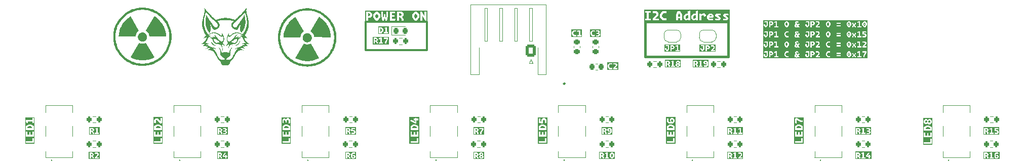
<source format=gbr>
%TF.GenerationSoftware,KiCad,Pcbnew,8.0.4*%
%TF.CreationDate,2025-01-27T21:26:07+00:00*%
%TF.ProjectId,Line Follower,4c696e65-2046-46f6-9c6c-6f7765722e6b,rev?*%
%TF.SameCoordinates,Original*%
%TF.FileFunction,Legend,Top*%
%TF.FilePolarity,Positive*%
%FSLAX46Y46*%
G04 Gerber Fmt 4.6, Leading zero omitted, Abs format (unit mm)*
G04 Created by KiCad (PCBNEW 8.0.4) date 2025-01-27 21:26:07*
%MOMM*%
%LPD*%
G01*
G04 APERTURE LIST*
G04 Aperture macros list*
%AMRoundRect*
0 Rectangle with rounded corners*
0 $1 Rounding radius*
0 $2 $3 $4 $5 $6 $7 $8 $9 X,Y pos of 4 corners*
0 Add a 4 corners polygon primitive as box body*
4,1,4,$2,$3,$4,$5,$6,$7,$8,$9,$2,$3,0*
0 Add four circle primitives for the rounded corners*
1,1,$1+$1,$2,$3*
1,1,$1+$1,$4,$5*
1,1,$1+$1,$6,$7*
1,1,$1+$1,$8,$9*
0 Add four rect primitives between the rounded corners*
20,1,$1+$1,$2,$3,$4,$5,0*
20,1,$1+$1,$4,$5,$6,$7,0*
20,1,$1+$1,$6,$7,$8,$9,0*
20,1,$1+$1,$8,$9,$2,$3,0*%
%AMFreePoly0*
4,1,19,0.000000,0.744911,0.071157,0.744911,0.207708,0.704816,0.327430,0.627875,0.420627,0.520320,0.479746,0.390866,0.500000,0.250000,0.500000,-0.250000,0.479746,-0.390866,0.420627,-0.520320,0.327430,-0.627875,0.207708,-0.704816,0.071157,-0.744911,0.000000,-0.744911,0.000000,-0.750000,-0.500000,-0.750000,-0.500000,0.750000,0.000000,0.750000,0.000000,0.744911,0.000000,0.744911,
$1*%
%AMFreePoly1*
4,1,19,0.500000,-0.750000,0.000000,-0.750000,0.000000,-0.744911,-0.071157,-0.744911,-0.207708,-0.704816,-0.327430,-0.627875,-0.420627,-0.520320,-0.479746,-0.390866,-0.500000,-0.250000,-0.500000,0.250000,-0.479746,0.390866,-0.420627,0.520320,-0.327430,0.627875,-0.207708,0.704816,-0.071157,0.744911,0.000000,0.744911,0.000000,0.750000,0.500000,0.750000,0.500000,-0.750000,0.500000,-0.750000,
$1*%
G04 Aperture macros list end*
%ADD10C,0.000000*%
%ADD11C,0.187500*%
%ADD12C,0.300000*%
%ADD13C,0.400000*%
%ADD14C,0.150000*%
%ADD15C,0.254000*%
%ADD16C,0.120000*%
%ADD17C,0.100000*%
%ADD18C,0.200000*%
%ADD19C,0.250000*%
%ADD20RoundRect,0.200000X0.200000X0.275000X-0.200000X0.275000X-0.200000X-0.275000X0.200000X-0.275000X0*%
%ADD21RoundRect,0.218750X-0.218750X-0.256250X0.218750X-0.256250X0.218750X0.256250X-0.218750X0.256250X0*%
%ADD22FreePoly0,180.000000*%
%ADD23FreePoly1,180.000000*%
%ADD24C,1.665000*%
%ADD25RoundRect,0.225000X0.250000X-0.225000X0.250000X0.225000X-0.250000X0.225000X-0.250000X-0.225000X0*%
%ADD26RoundRect,0.250000X0.600000X0.725000X-0.600000X0.725000X-0.600000X-0.725000X0.600000X-0.725000X0*%
%ADD27O,1.700000X1.950000*%
%ADD28R,0.300000X0.800000*%
%ADD29R,0.800000X0.300000*%
%ADD30R,1.760000X1.760000*%
%ADD31RoundRect,0.200000X-0.200000X-0.275000X0.200000X-0.275000X0.200000X0.275000X-0.200000X0.275000X0*%
%ADD32C,0.800000*%
%ADD33C,6.400000*%
%ADD34RoundRect,0.225000X-0.225000X-0.250000X0.225000X-0.250000X0.225000X0.250000X-0.225000X0.250000X0*%
G04 APERTURE END LIST*
D10*
G36*
X115342513Y-80013738D02*
G01*
X115405364Y-80043171D01*
X115469533Y-80068109D01*
X115535019Y-80088547D01*
X115601822Y-80104477D01*
X115669940Y-80115895D01*
X115739371Y-80122795D01*
X115810116Y-80125171D01*
X115882172Y-80123016D01*
X115955538Y-80116326D01*
X116030213Y-80105095D01*
X116106197Y-80089316D01*
X116183488Y-80068983D01*
X116262084Y-80044092D01*
X116341985Y-80014636D01*
X116423189Y-79980609D01*
X117828126Y-82414247D01*
X117581266Y-82532905D01*
X117334201Y-82636114D01*
X117086928Y-82723791D01*
X116839448Y-82795855D01*
X116591758Y-82852221D01*
X116343858Y-82892808D01*
X116095746Y-82917534D01*
X115847422Y-82926315D01*
X115598883Y-82919069D01*
X115350130Y-82895714D01*
X115101160Y-82856166D01*
X114851973Y-82800344D01*
X114602567Y-82728165D01*
X114352941Y-82639546D01*
X114103095Y-82534405D01*
X113853026Y-82412660D01*
X115280982Y-79979816D01*
X115342513Y-80013738D01*
G37*
G36*
X115866502Y-78251231D02*
G01*
X115905404Y-78254189D01*
X115943740Y-78259059D01*
X115981462Y-78265795D01*
X116018522Y-78274347D01*
X116054871Y-78284668D01*
X116090462Y-78296709D01*
X116125247Y-78310423D01*
X116159177Y-78325761D01*
X116192204Y-78342676D01*
X116224281Y-78361118D01*
X116255359Y-78381040D01*
X116285389Y-78402395D01*
X116314325Y-78425133D01*
X116342117Y-78449207D01*
X116368718Y-78474568D01*
X116394079Y-78501169D01*
X116418153Y-78528961D01*
X116440891Y-78557896D01*
X116462245Y-78587927D01*
X116482168Y-78619005D01*
X116500610Y-78651081D01*
X116517524Y-78684108D01*
X116532863Y-78718038D01*
X116546576Y-78752823D01*
X116558618Y-78788414D01*
X116568939Y-78824764D01*
X116577491Y-78861823D01*
X116584226Y-78899545D01*
X116589097Y-78937881D01*
X116592055Y-78976783D01*
X116593051Y-79016203D01*
X116592055Y-79055623D01*
X116589097Y-79094525D01*
X116584226Y-79132861D01*
X116577491Y-79170583D01*
X116568939Y-79207643D01*
X116558618Y-79243992D01*
X116546576Y-79279583D01*
X116532863Y-79314368D01*
X116517524Y-79348298D01*
X116500610Y-79381325D01*
X116482168Y-79413402D01*
X116462245Y-79444479D01*
X116440891Y-79474510D01*
X116418153Y-79503445D01*
X116394079Y-79531237D01*
X116368718Y-79557838D01*
X116342117Y-79583200D01*
X116314325Y-79607274D01*
X116285389Y-79630012D01*
X116255359Y-79651366D01*
X116224281Y-79671288D01*
X116192204Y-79689731D01*
X116159177Y-79706645D01*
X116125247Y-79721983D01*
X116090462Y-79735697D01*
X116054871Y-79747739D01*
X116018522Y-79758060D01*
X115981462Y-79766612D01*
X115943740Y-79773347D01*
X115905404Y-79778218D01*
X115866502Y-79781176D01*
X115827082Y-79782172D01*
X115787662Y-79781176D01*
X115748760Y-79778218D01*
X115710424Y-79773347D01*
X115672702Y-79766612D01*
X115635643Y-79758060D01*
X115599293Y-79747739D01*
X115563702Y-79735697D01*
X115528917Y-79721983D01*
X115494987Y-79706645D01*
X115461960Y-79689731D01*
X115429884Y-79671288D01*
X115398806Y-79651366D01*
X115368775Y-79630012D01*
X115339840Y-79607274D01*
X115312048Y-79583200D01*
X115285447Y-79557838D01*
X115260086Y-79531237D01*
X115236012Y-79503445D01*
X115213274Y-79474510D01*
X115191919Y-79444479D01*
X115171997Y-79413402D01*
X115153555Y-79381325D01*
X115136640Y-79348298D01*
X115121302Y-79314368D01*
X115107588Y-79279583D01*
X115095547Y-79243992D01*
X115085226Y-79207643D01*
X115076674Y-79170583D01*
X115069938Y-79132861D01*
X115065068Y-79094525D01*
X115062110Y-79055623D01*
X115061114Y-79016203D01*
X115062110Y-78976783D01*
X115065068Y-78937881D01*
X115069938Y-78899545D01*
X115076674Y-78861823D01*
X115085226Y-78824764D01*
X115095547Y-78788414D01*
X115107588Y-78752823D01*
X115121302Y-78718038D01*
X115136640Y-78684108D01*
X115153555Y-78651081D01*
X115171997Y-78619005D01*
X115191919Y-78587927D01*
X115213274Y-78557896D01*
X115236012Y-78528961D01*
X115260086Y-78501169D01*
X115285447Y-78474568D01*
X115312048Y-78449207D01*
X115339840Y-78425133D01*
X115368775Y-78402395D01*
X115398806Y-78381040D01*
X115429884Y-78361118D01*
X115461960Y-78342676D01*
X115494987Y-78325761D01*
X115528917Y-78310423D01*
X115563702Y-78296709D01*
X115599293Y-78284668D01*
X115635643Y-78274347D01*
X115672702Y-78265795D01*
X115710424Y-78259059D01*
X115748760Y-78254189D01*
X115787662Y-78251231D01*
X115827082Y-78250235D01*
X115866502Y-78251231D01*
G37*
G36*
X116073332Y-74096539D02*
G01*
X116321043Y-74115380D01*
X116565144Y-74146406D01*
X116805329Y-74189311D01*
X117041292Y-74243786D01*
X117272724Y-74309526D01*
X117499320Y-74386224D01*
X117720771Y-74473572D01*
X117936772Y-74571264D01*
X118147015Y-74678992D01*
X118351193Y-74796450D01*
X118549000Y-74923331D01*
X118740128Y-75059327D01*
X118924270Y-75204132D01*
X119101119Y-75357439D01*
X119270370Y-75518941D01*
X119431871Y-75688331D01*
X119585178Y-75865301D01*
X119729983Y-76049546D01*
X119865980Y-76240757D01*
X119992860Y-76438629D01*
X120110318Y-76642854D01*
X120218046Y-76853125D01*
X120315738Y-77069135D01*
X120403086Y-77290577D01*
X120479784Y-77517144D01*
X120545524Y-77748530D01*
X120600000Y-77984427D01*
X120642904Y-78224529D01*
X120673930Y-78468528D01*
X120692771Y-78716118D01*
X120699119Y-78966991D01*
X120692771Y-79218003D01*
X120673930Y-79465714D01*
X120642904Y-79709815D01*
X120600000Y-79950000D01*
X120545524Y-80185963D01*
X120479784Y-80417395D01*
X120403086Y-80643991D01*
X120315738Y-80865442D01*
X120218046Y-81081443D01*
X120110318Y-81291686D01*
X119992860Y-81495864D01*
X119865980Y-81693671D01*
X119729983Y-81884799D01*
X119585178Y-82068941D01*
X119431871Y-82245790D01*
X119270370Y-82415041D01*
X119100980Y-82576542D01*
X118924009Y-82729849D01*
X118739765Y-82874654D01*
X118548553Y-83010651D01*
X118350681Y-83137531D01*
X118146457Y-83254989D01*
X117936186Y-83362717D01*
X117720176Y-83460409D01*
X117498733Y-83547757D01*
X117272166Y-83624455D01*
X117040780Y-83690195D01*
X116804883Y-83744671D01*
X116564781Y-83787575D01*
X116320782Y-83818601D01*
X116073193Y-83837442D01*
X115822320Y-83843790D01*
X115571438Y-83837442D01*
X115323825Y-83818601D01*
X115079790Y-83787575D01*
X114839645Y-83744671D01*
X114603700Y-83690195D01*
X114372264Y-83624455D01*
X114145650Y-83547757D01*
X113924166Y-83460409D01*
X113708124Y-83362717D01*
X113497834Y-83254989D01*
X113293606Y-83137531D01*
X113095752Y-83010651D01*
X112904580Y-82874654D01*
X112720402Y-82729849D01*
X112543529Y-82576542D01*
X112374270Y-82415041D01*
X112212768Y-82245790D01*
X112059461Y-82068941D01*
X111914656Y-81884798D01*
X111778660Y-81693671D01*
X111651779Y-81495864D01*
X111534321Y-81291686D01*
X111426593Y-81081443D01*
X111328901Y-80865442D01*
X111241553Y-80643991D01*
X111164855Y-80417395D01*
X111099115Y-80185963D01*
X111044640Y-79950000D01*
X111001735Y-79709815D01*
X110970709Y-79465714D01*
X110951868Y-79218003D01*
X110945520Y-78966991D01*
X111321757Y-78966991D01*
X111327617Y-79198623D01*
X111345006Y-79427201D01*
X111373640Y-79652445D01*
X111413237Y-79874073D01*
X111463512Y-80091804D01*
X111524182Y-80305355D01*
X111594963Y-80514447D01*
X111675572Y-80718797D01*
X111765723Y-80918124D01*
X111865135Y-81112146D01*
X111973523Y-81300583D01*
X112090604Y-81483153D01*
X112216093Y-81659575D01*
X112349707Y-81829566D01*
X112491163Y-81992846D01*
X112640176Y-82149134D01*
X112796464Y-82298148D01*
X112959744Y-82439603D01*
X113129736Y-82573218D01*
X113306157Y-82698707D01*
X113488727Y-82815787D01*
X113677164Y-82924175D01*
X113871187Y-83023587D01*
X114070514Y-83113739D01*
X114274864Y-83194347D01*
X114483955Y-83265128D01*
X114697507Y-83325798D01*
X114915237Y-83376073D01*
X115136865Y-83415670D01*
X115362109Y-83444305D01*
X115590688Y-83461694D01*
X115822320Y-83467553D01*
X116053952Y-83461694D01*
X116282531Y-83444305D01*
X116507775Y-83415670D01*
X116729403Y-83376073D01*
X116947133Y-83325798D01*
X117160685Y-83265128D01*
X117369776Y-83194347D01*
X117574126Y-83113739D01*
X117773453Y-83023587D01*
X117967476Y-82924175D01*
X118155913Y-82815787D01*
X118338483Y-82698707D01*
X118514904Y-82573218D01*
X118684895Y-82439603D01*
X118848176Y-82298148D01*
X119004463Y-82149134D01*
X119153477Y-81992846D01*
X119294932Y-81829566D01*
X119428547Y-81659575D01*
X119554036Y-81483153D01*
X119671116Y-81300583D01*
X119779504Y-81112146D01*
X119878916Y-80918124D01*
X119969068Y-80718797D01*
X120049676Y-80514447D01*
X120120457Y-80305355D01*
X120181127Y-80091804D01*
X120231402Y-79874073D01*
X120270999Y-79652445D01*
X120299634Y-79427201D01*
X120317023Y-79198623D01*
X120322882Y-78966991D01*
X120317023Y-78735359D01*
X120299634Y-78506780D01*
X120270999Y-78281536D01*
X120231402Y-78059908D01*
X120181127Y-77842178D01*
X120120457Y-77628626D01*
X120049676Y-77419534D01*
X119969068Y-77215185D01*
X119878916Y-77015858D01*
X119779504Y-76821835D01*
X119671116Y-76633398D01*
X119554036Y-76450828D01*
X119428547Y-76274407D01*
X119294932Y-76104415D01*
X119153477Y-75941135D01*
X119004463Y-75784847D01*
X118848175Y-75635834D01*
X118684895Y-75494378D01*
X118514904Y-75360764D01*
X118338482Y-75235275D01*
X118155912Y-75118194D01*
X117967475Y-75009806D01*
X117773453Y-74910394D01*
X117574126Y-74820243D01*
X117369776Y-74739634D01*
X117160684Y-74668853D01*
X116947133Y-74608183D01*
X116729402Y-74557908D01*
X116507774Y-74518311D01*
X116282530Y-74489677D01*
X116053952Y-74472288D01*
X115822320Y-74466428D01*
X115590688Y-74472288D01*
X115362109Y-74489677D01*
X115136865Y-74518311D01*
X114915237Y-74557908D01*
X114697507Y-74608183D01*
X114483955Y-74668853D01*
X114274863Y-74739634D01*
X114070514Y-74820243D01*
X113871187Y-74910394D01*
X113677164Y-75009806D01*
X113488727Y-75118194D01*
X113306157Y-75235275D01*
X113129736Y-75360764D01*
X112959744Y-75494378D01*
X112796464Y-75635834D01*
X112640176Y-75784847D01*
X112491163Y-75941135D01*
X112349707Y-76104415D01*
X112216093Y-76274407D01*
X112090603Y-76450828D01*
X111973523Y-76633398D01*
X111865135Y-76821835D01*
X111765723Y-77015858D01*
X111675572Y-77215185D01*
X111594963Y-77419534D01*
X111524182Y-77628626D01*
X111463512Y-77842178D01*
X111413237Y-78059908D01*
X111373640Y-78281536D01*
X111345006Y-78506780D01*
X111327617Y-78735359D01*
X111321757Y-78966991D01*
X110945520Y-78966991D01*
X110951868Y-78715978D01*
X110970709Y-78468268D01*
X111001735Y-78224166D01*
X111044640Y-77983981D01*
X111099115Y-77748019D01*
X111164855Y-77516586D01*
X111241553Y-77289991D01*
X111328901Y-77068539D01*
X111426593Y-76852539D01*
X111534321Y-76642296D01*
X111651779Y-76438117D01*
X111778660Y-76240311D01*
X111914656Y-76049183D01*
X112059461Y-75865041D01*
X112212768Y-75688191D01*
X112374270Y-75518941D01*
X112543520Y-75357439D01*
X112720370Y-75204132D01*
X112904512Y-75059327D01*
X113095640Y-74923331D01*
X113293446Y-74796450D01*
X113497625Y-74678992D01*
X113707868Y-74571264D01*
X113923868Y-74473572D01*
X114145320Y-74386224D01*
X114371915Y-74309526D01*
X114603348Y-74243786D01*
X114839310Y-74189311D01*
X115079495Y-74146406D01*
X115323597Y-74115380D01*
X115571307Y-74096539D01*
X115822320Y-74090191D01*
X116073332Y-74096539D01*
G37*
G36*
X115243676Y-77970041D02*
G01*
X115213199Y-77987800D01*
X115183532Y-78006402D01*
X115154674Y-78025846D01*
X115126628Y-78046134D01*
X115099392Y-78067265D01*
X115072967Y-78089240D01*
X115047355Y-78112059D01*
X115022555Y-78135724D01*
X114998567Y-78160233D01*
X114975393Y-78185589D01*
X114953032Y-78211790D01*
X114931486Y-78238838D01*
X114910754Y-78266734D01*
X114890837Y-78295476D01*
X114871735Y-78325067D01*
X114853449Y-78355506D01*
X114835979Y-78386793D01*
X114819326Y-78418930D01*
X114803490Y-78451917D01*
X114788471Y-78485754D01*
X114774271Y-78520441D01*
X114760889Y-78555979D01*
X114748325Y-78592369D01*
X114736581Y-78629610D01*
X114715553Y-78706650D01*
X114697807Y-78787103D01*
X114683347Y-78870972D01*
X114672176Y-78958260D01*
X111860714Y-78958260D01*
X111881282Y-78685195D01*
X111915354Y-78419668D01*
X111962999Y-78161720D01*
X112024288Y-77911390D01*
X112099293Y-77668721D01*
X112188084Y-77433753D01*
X112290733Y-77206526D01*
X112407310Y-76987081D01*
X112537886Y-76775459D01*
X112682532Y-76571700D01*
X112841319Y-76375846D01*
X113014318Y-76187936D01*
X113201599Y-76008012D01*
X113403235Y-75836114D01*
X113619295Y-75672283D01*
X113849851Y-75516560D01*
X115243676Y-77970041D01*
G37*
G36*
X118033648Y-75651916D02*
G01*
X118246545Y-75814234D01*
X118446106Y-75984505D01*
X118632257Y-76162771D01*
X118804925Y-76349074D01*
X118886179Y-76445252D01*
X118964036Y-76543455D01*
X119038486Y-76643688D01*
X119109519Y-76745957D01*
X119177126Y-76850266D01*
X119241298Y-76956621D01*
X119302027Y-77065026D01*
X119359302Y-77175489D01*
X119413115Y-77288012D01*
X119463457Y-77402603D01*
X119510318Y-77519265D01*
X119553689Y-77638004D01*
X119593562Y-77758826D01*
X119629926Y-77881736D01*
X119662773Y-78006739D01*
X119692094Y-78133839D01*
X119740119Y-78394356D01*
X119773929Y-78663328D01*
X119793451Y-78940797D01*
X116971670Y-78920953D01*
X116970292Y-78850670D01*
X116964371Y-78781504D01*
X116953901Y-78713460D01*
X116938878Y-78646539D01*
X116919297Y-78580743D01*
X116895153Y-78516076D01*
X116866442Y-78452538D01*
X116833160Y-78390133D01*
X116795301Y-78328863D01*
X116752861Y-78268730D01*
X116705835Y-78209736D01*
X116654219Y-78151884D01*
X116598008Y-78095176D01*
X116537197Y-78039615D01*
X116471781Y-77985202D01*
X116401757Y-77931941D01*
X117807488Y-75497510D01*
X118033648Y-75651916D01*
G37*
G36*
X88529656Y-73976498D02*
G01*
X88777367Y-73995339D01*
X89021468Y-74026365D01*
X89261653Y-74069270D01*
X89497616Y-74123745D01*
X89729048Y-74189485D01*
X89955644Y-74266183D01*
X90177095Y-74353531D01*
X90393096Y-74451223D01*
X90603339Y-74558951D01*
X90807517Y-74676409D01*
X91005324Y-74803290D01*
X91196452Y-74939286D01*
X91380594Y-75084091D01*
X91557443Y-75237398D01*
X91726694Y-75398900D01*
X91888195Y-75568290D01*
X92041502Y-75745260D01*
X92186307Y-75929505D01*
X92322304Y-76120716D01*
X92449184Y-76318588D01*
X92566642Y-76522813D01*
X92674370Y-76733084D01*
X92772062Y-76949094D01*
X92859410Y-77170536D01*
X92936108Y-77397103D01*
X93001848Y-77628489D01*
X93056324Y-77864386D01*
X93099228Y-78104488D01*
X93130254Y-78348487D01*
X93149095Y-78596077D01*
X93155443Y-78846950D01*
X93149095Y-79097962D01*
X93130254Y-79345673D01*
X93099228Y-79589774D01*
X93056324Y-79829959D01*
X93001848Y-80065922D01*
X92936108Y-80297354D01*
X92859410Y-80523950D01*
X92772062Y-80745401D01*
X92674370Y-80961402D01*
X92566642Y-81171645D01*
X92449184Y-81375823D01*
X92322304Y-81573630D01*
X92186307Y-81764758D01*
X92041502Y-81948900D01*
X91888195Y-82125749D01*
X91726694Y-82295000D01*
X91557304Y-82456501D01*
X91380333Y-82609808D01*
X91196089Y-82754613D01*
X91004877Y-82890610D01*
X90807005Y-83017490D01*
X90602781Y-83134948D01*
X90392510Y-83242676D01*
X90176500Y-83340368D01*
X89955057Y-83427716D01*
X89728490Y-83504414D01*
X89497104Y-83570154D01*
X89261207Y-83624630D01*
X89021105Y-83667534D01*
X88777106Y-83698560D01*
X88529517Y-83717401D01*
X88278644Y-83723749D01*
X88027762Y-83717401D01*
X87780149Y-83698560D01*
X87536114Y-83667534D01*
X87295969Y-83624630D01*
X87060024Y-83570154D01*
X86828588Y-83504414D01*
X86601974Y-83427716D01*
X86380490Y-83340368D01*
X86164448Y-83242676D01*
X85954158Y-83134948D01*
X85749930Y-83017490D01*
X85552076Y-82890610D01*
X85360904Y-82754613D01*
X85176726Y-82609808D01*
X84999853Y-82456501D01*
X84830594Y-82295000D01*
X84669092Y-82125749D01*
X84515785Y-81948900D01*
X84370980Y-81764757D01*
X84234984Y-81573630D01*
X84108103Y-81375823D01*
X83990645Y-81171645D01*
X83882917Y-80961402D01*
X83785225Y-80745401D01*
X83697877Y-80523950D01*
X83621179Y-80297354D01*
X83555439Y-80065922D01*
X83500964Y-79829959D01*
X83458059Y-79589774D01*
X83427033Y-79345673D01*
X83408192Y-79097962D01*
X83401844Y-78846950D01*
X83778081Y-78846950D01*
X83783941Y-79078582D01*
X83801330Y-79307160D01*
X83829964Y-79532404D01*
X83869561Y-79754032D01*
X83919836Y-79971763D01*
X83980506Y-80185314D01*
X84051287Y-80394406D01*
X84131896Y-80598756D01*
X84222047Y-80798083D01*
X84321459Y-80992105D01*
X84429847Y-81180542D01*
X84546928Y-81363112D01*
X84672417Y-81539534D01*
X84806031Y-81709525D01*
X84947487Y-81872805D01*
X85096500Y-82029093D01*
X85252788Y-82178107D01*
X85416068Y-82319562D01*
X85586060Y-82453177D01*
X85762481Y-82578666D01*
X85945051Y-82695746D01*
X86133488Y-82804134D01*
X86327511Y-82903546D01*
X86526838Y-82993698D01*
X86731188Y-83074306D01*
X86940279Y-83145087D01*
X87153831Y-83205757D01*
X87371561Y-83256032D01*
X87593189Y-83295629D01*
X87818433Y-83324264D01*
X88047012Y-83341653D01*
X88278644Y-83347512D01*
X88510276Y-83341653D01*
X88738855Y-83324264D01*
X88964099Y-83295629D01*
X89185727Y-83256032D01*
X89403457Y-83205757D01*
X89617009Y-83145087D01*
X89826100Y-83074306D01*
X90030450Y-82993698D01*
X90229777Y-82903546D01*
X90423800Y-82804134D01*
X90612237Y-82695746D01*
X90794807Y-82578666D01*
X90971228Y-82453177D01*
X91141219Y-82319562D01*
X91304500Y-82178107D01*
X91460787Y-82029093D01*
X91609801Y-81872805D01*
X91751256Y-81709525D01*
X91884871Y-81539534D01*
X92010360Y-81363112D01*
X92127440Y-81180542D01*
X92235828Y-80992105D01*
X92335240Y-80798083D01*
X92425392Y-80598756D01*
X92506000Y-80394406D01*
X92576781Y-80185314D01*
X92637451Y-79971763D01*
X92687726Y-79754032D01*
X92727323Y-79532404D01*
X92755958Y-79307160D01*
X92773347Y-79078582D01*
X92779206Y-78846950D01*
X92773347Y-78615318D01*
X92755958Y-78386739D01*
X92727323Y-78161495D01*
X92687726Y-77939867D01*
X92637451Y-77722137D01*
X92576781Y-77508585D01*
X92506000Y-77299493D01*
X92425392Y-77095144D01*
X92335240Y-76895817D01*
X92235828Y-76701794D01*
X92127440Y-76513357D01*
X92010360Y-76330787D01*
X91884871Y-76154366D01*
X91751256Y-75984374D01*
X91609801Y-75821094D01*
X91460787Y-75664806D01*
X91304499Y-75515793D01*
X91141219Y-75374337D01*
X90971228Y-75240723D01*
X90794806Y-75115234D01*
X90612236Y-74998153D01*
X90423799Y-74889765D01*
X90229777Y-74790353D01*
X90030450Y-74700202D01*
X89826100Y-74619593D01*
X89617008Y-74548812D01*
X89403457Y-74488142D01*
X89185726Y-74437867D01*
X88964098Y-74398270D01*
X88738854Y-74369636D01*
X88510276Y-74352247D01*
X88278644Y-74346387D01*
X88047012Y-74352247D01*
X87818433Y-74369636D01*
X87593189Y-74398270D01*
X87371561Y-74437867D01*
X87153831Y-74488142D01*
X86940279Y-74548812D01*
X86731187Y-74619593D01*
X86526838Y-74700202D01*
X86327511Y-74790353D01*
X86133488Y-74889765D01*
X85945051Y-74998153D01*
X85762481Y-75115234D01*
X85586060Y-75240723D01*
X85416068Y-75374337D01*
X85252788Y-75515793D01*
X85096500Y-75664806D01*
X84947487Y-75821094D01*
X84806031Y-75984374D01*
X84672417Y-76154366D01*
X84546927Y-76330787D01*
X84429847Y-76513357D01*
X84321459Y-76701794D01*
X84222047Y-76895817D01*
X84131896Y-77095144D01*
X84051287Y-77299493D01*
X83980506Y-77508585D01*
X83919836Y-77722137D01*
X83869561Y-77939867D01*
X83829964Y-78161495D01*
X83801330Y-78386739D01*
X83783941Y-78615318D01*
X83778081Y-78846950D01*
X83401844Y-78846950D01*
X83408192Y-78595937D01*
X83427033Y-78348227D01*
X83458059Y-78104125D01*
X83500964Y-77863940D01*
X83555439Y-77627978D01*
X83621179Y-77396545D01*
X83697877Y-77169950D01*
X83785225Y-76948498D01*
X83882917Y-76732498D01*
X83990645Y-76522255D01*
X84108103Y-76318076D01*
X84234984Y-76120270D01*
X84370980Y-75929142D01*
X84515785Y-75745000D01*
X84669092Y-75568150D01*
X84830594Y-75398900D01*
X84999844Y-75237398D01*
X85176694Y-75084091D01*
X85360836Y-74939286D01*
X85551964Y-74803290D01*
X85749770Y-74676409D01*
X85953949Y-74558951D01*
X86164192Y-74451223D01*
X86380192Y-74353531D01*
X86601644Y-74266183D01*
X86828239Y-74189485D01*
X87059672Y-74123745D01*
X87295634Y-74069270D01*
X87535819Y-74026365D01*
X87779921Y-73995339D01*
X88027631Y-73976498D01*
X88278644Y-73970150D01*
X88529656Y-73976498D01*
G37*
G36*
X90489972Y-75531875D02*
G01*
X90702869Y-75694193D01*
X90902430Y-75864464D01*
X91088581Y-76042730D01*
X91261249Y-76229033D01*
X91342503Y-76325211D01*
X91420360Y-76423414D01*
X91494810Y-76523647D01*
X91565843Y-76625916D01*
X91633450Y-76730225D01*
X91697622Y-76836580D01*
X91758351Y-76944985D01*
X91815626Y-77055448D01*
X91869439Y-77167971D01*
X91919781Y-77282562D01*
X91966642Y-77399224D01*
X92010013Y-77517963D01*
X92049886Y-77638785D01*
X92086250Y-77761695D01*
X92119097Y-77886698D01*
X92148418Y-78013798D01*
X92196443Y-78274315D01*
X92230253Y-78543287D01*
X92249775Y-78820756D01*
X89427994Y-78800912D01*
X89426616Y-78730629D01*
X89420695Y-78661463D01*
X89410225Y-78593419D01*
X89395202Y-78526498D01*
X89375621Y-78460702D01*
X89351477Y-78396035D01*
X89322766Y-78332497D01*
X89289484Y-78270092D01*
X89251625Y-78208822D01*
X89209185Y-78148689D01*
X89162159Y-78089695D01*
X89110543Y-78031843D01*
X89054332Y-77975135D01*
X88993521Y-77919574D01*
X88928105Y-77865161D01*
X88858081Y-77811900D01*
X90263812Y-75377469D01*
X90489972Y-75531875D01*
G37*
G36*
X87700000Y-77850000D02*
G01*
X87669523Y-77867759D01*
X87639856Y-77886361D01*
X87610998Y-77905805D01*
X87582952Y-77926093D01*
X87555716Y-77947224D01*
X87529291Y-77969199D01*
X87503679Y-77992018D01*
X87478879Y-78015683D01*
X87454891Y-78040192D01*
X87431717Y-78065548D01*
X87409356Y-78091749D01*
X87387810Y-78118797D01*
X87367078Y-78146693D01*
X87347161Y-78175435D01*
X87328059Y-78205026D01*
X87309773Y-78235465D01*
X87292303Y-78266752D01*
X87275650Y-78298889D01*
X87259814Y-78331876D01*
X87244795Y-78365713D01*
X87230595Y-78400400D01*
X87217213Y-78435938D01*
X87204649Y-78472328D01*
X87192905Y-78509569D01*
X87171877Y-78586609D01*
X87154131Y-78667062D01*
X87139671Y-78750931D01*
X87128500Y-78838219D01*
X84317038Y-78838219D01*
X84337606Y-78565154D01*
X84371678Y-78299627D01*
X84419323Y-78041679D01*
X84480612Y-77791349D01*
X84555617Y-77548680D01*
X84644408Y-77313712D01*
X84747057Y-77086485D01*
X84863634Y-76867040D01*
X84994210Y-76655418D01*
X85138856Y-76451659D01*
X85297643Y-76255805D01*
X85470642Y-76067895D01*
X85657923Y-75887971D01*
X85859559Y-75716073D01*
X86075619Y-75552242D01*
X86306175Y-75396519D01*
X87700000Y-77850000D01*
G37*
G36*
X88322826Y-78131190D02*
G01*
X88361728Y-78134148D01*
X88400064Y-78139018D01*
X88437786Y-78145754D01*
X88474846Y-78154306D01*
X88511195Y-78164627D01*
X88546786Y-78176668D01*
X88581571Y-78190382D01*
X88615501Y-78205720D01*
X88648528Y-78222635D01*
X88680605Y-78241077D01*
X88711683Y-78260999D01*
X88741713Y-78282354D01*
X88770649Y-78305092D01*
X88798441Y-78329166D01*
X88825042Y-78354527D01*
X88850403Y-78381128D01*
X88874477Y-78408920D01*
X88897215Y-78437855D01*
X88918569Y-78467886D01*
X88938492Y-78498964D01*
X88956934Y-78531040D01*
X88973848Y-78564067D01*
X88989187Y-78597997D01*
X89002900Y-78632782D01*
X89014942Y-78668373D01*
X89025263Y-78704723D01*
X89033815Y-78741782D01*
X89040550Y-78779504D01*
X89045421Y-78817840D01*
X89048379Y-78856742D01*
X89049375Y-78896162D01*
X89048379Y-78935582D01*
X89045421Y-78974484D01*
X89040550Y-79012820D01*
X89033815Y-79050542D01*
X89025263Y-79087602D01*
X89014942Y-79123951D01*
X89002900Y-79159542D01*
X88989187Y-79194327D01*
X88973848Y-79228257D01*
X88956934Y-79261284D01*
X88938492Y-79293361D01*
X88918569Y-79324438D01*
X88897215Y-79354469D01*
X88874477Y-79383404D01*
X88850403Y-79411196D01*
X88825042Y-79437797D01*
X88798441Y-79463159D01*
X88770649Y-79487233D01*
X88741713Y-79509971D01*
X88711683Y-79531325D01*
X88680605Y-79551247D01*
X88648528Y-79569690D01*
X88615501Y-79586604D01*
X88581571Y-79601942D01*
X88546786Y-79615656D01*
X88511195Y-79627698D01*
X88474846Y-79638019D01*
X88437786Y-79646571D01*
X88400064Y-79653306D01*
X88361728Y-79658177D01*
X88322826Y-79661135D01*
X88283406Y-79662131D01*
X88243986Y-79661135D01*
X88205084Y-79658177D01*
X88166748Y-79653306D01*
X88129026Y-79646571D01*
X88091967Y-79638019D01*
X88055617Y-79627698D01*
X88020026Y-79615656D01*
X87985241Y-79601942D01*
X87951311Y-79586604D01*
X87918284Y-79569690D01*
X87886208Y-79551247D01*
X87855130Y-79531325D01*
X87825099Y-79509971D01*
X87796164Y-79487233D01*
X87768372Y-79463159D01*
X87741771Y-79437797D01*
X87716410Y-79411196D01*
X87692336Y-79383404D01*
X87669598Y-79354469D01*
X87648243Y-79324438D01*
X87628321Y-79293361D01*
X87609879Y-79261284D01*
X87592964Y-79228257D01*
X87577626Y-79194327D01*
X87563912Y-79159542D01*
X87551871Y-79123951D01*
X87541550Y-79087602D01*
X87532998Y-79050542D01*
X87526262Y-79012820D01*
X87521392Y-78974484D01*
X87518434Y-78935582D01*
X87517438Y-78896162D01*
X87518434Y-78856742D01*
X87521392Y-78817840D01*
X87526262Y-78779504D01*
X87532998Y-78741782D01*
X87541550Y-78704723D01*
X87551871Y-78668373D01*
X87563912Y-78632782D01*
X87577626Y-78597997D01*
X87592964Y-78564067D01*
X87609879Y-78531040D01*
X87628321Y-78498964D01*
X87648243Y-78467886D01*
X87669598Y-78437855D01*
X87692336Y-78408920D01*
X87716410Y-78381128D01*
X87741771Y-78354527D01*
X87768372Y-78329166D01*
X87796164Y-78305092D01*
X87825099Y-78282354D01*
X87855130Y-78260999D01*
X87886208Y-78241077D01*
X87918284Y-78222635D01*
X87951311Y-78205720D01*
X87985241Y-78190382D01*
X88020026Y-78176668D01*
X88055617Y-78164627D01*
X88091967Y-78154306D01*
X88129026Y-78145754D01*
X88166748Y-78139018D01*
X88205084Y-78134148D01*
X88243986Y-78131190D01*
X88283406Y-78130194D01*
X88322826Y-78131190D01*
G37*
G36*
X87798837Y-79893697D02*
G01*
X87861688Y-79923130D01*
X87925857Y-79948068D01*
X87991343Y-79968506D01*
X88058146Y-79984436D01*
X88126264Y-79995854D01*
X88195695Y-80002754D01*
X88266440Y-80005130D01*
X88338496Y-80002975D01*
X88411862Y-79996285D01*
X88486537Y-79985054D01*
X88562521Y-79969275D01*
X88639812Y-79948942D01*
X88718408Y-79924051D01*
X88798309Y-79894595D01*
X88879513Y-79860568D01*
X90284450Y-82294206D01*
X90037590Y-82412864D01*
X89790525Y-82516073D01*
X89543252Y-82603750D01*
X89295772Y-82675814D01*
X89048082Y-82732180D01*
X88800182Y-82772767D01*
X88552070Y-82797493D01*
X88303746Y-82806274D01*
X88055207Y-82799028D01*
X87806454Y-82775673D01*
X87557484Y-82736125D01*
X87308297Y-82680303D01*
X87058891Y-82608124D01*
X86809265Y-82519505D01*
X86559419Y-82414364D01*
X86309350Y-82292619D01*
X87737306Y-79859775D01*
X87798837Y-79893697D01*
G37*
G36*
X104566539Y-79568830D02*
G01*
X104566602Y-79568839D01*
X104566663Y-79568854D01*
X104566721Y-79568874D01*
X104566777Y-79568900D01*
X104566830Y-79568931D01*
X104566881Y-79568967D01*
X104566929Y-79569008D01*
X104566974Y-79569054D01*
X104567016Y-79569104D01*
X104567055Y-79569159D01*
X104567091Y-79569217D01*
X104567124Y-79569279D01*
X104567154Y-79569346D01*
X104567180Y-79569415D01*
X104567202Y-79569488D01*
X104567221Y-79569564D01*
X104567236Y-79569643D01*
X104567255Y-79569808D01*
X104567258Y-79569983D01*
X104567243Y-79570166D01*
X104567212Y-79570355D01*
X104567189Y-79570451D01*
X104567162Y-79570548D01*
X104567130Y-79570646D01*
X104567093Y-79570745D01*
X104567051Y-79570844D01*
X104567003Y-79570943D01*
X104566855Y-79571773D01*
X104566678Y-79573278D01*
X104566254Y-79577977D01*
X104565763Y-79584363D01*
X104565240Y-79591757D01*
X104563463Y-79615973D01*
X104560816Y-79641058D01*
X104557355Y-79666704D01*
X104553135Y-79692607D01*
X104548212Y-79718461D01*
X104542642Y-79743959D01*
X104536481Y-79768795D01*
X104529785Y-79792664D01*
X104516989Y-79831884D01*
X104502430Y-79869953D01*
X104486131Y-79906845D01*
X104468112Y-79942534D01*
X104448398Y-79976992D01*
X104427010Y-80010195D01*
X104403971Y-80042115D01*
X104379303Y-80072725D01*
X104353030Y-80102001D01*
X104325172Y-80129915D01*
X104295754Y-80156440D01*
X104264797Y-80181552D01*
X104232323Y-80205222D01*
X104198356Y-80227426D01*
X104162918Y-80248136D01*
X104126031Y-80267326D01*
X104106964Y-80276398D01*
X104087902Y-80284969D01*
X104068804Y-80293049D01*
X104049630Y-80300650D01*
X104030339Y-80307783D01*
X104010891Y-80314458D01*
X103991245Y-80320688D01*
X103971360Y-80326483D01*
X103951197Y-80331854D01*
X103930713Y-80336812D01*
X103909870Y-80341369D01*
X103888626Y-80345536D01*
X103844773Y-80352742D01*
X103798830Y-80358520D01*
X103778832Y-80360117D01*
X103754005Y-80361210D01*
X103725904Y-80361806D01*
X103696083Y-80361915D01*
X103666097Y-80361544D01*
X103637500Y-80360702D01*
X103611846Y-80359397D01*
X103590691Y-80357638D01*
X103558433Y-80353714D01*
X103526929Y-80349069D01*
X103496058Y-80343676D01*
X103465697Y-80337507D01*
X103435725Y-80330537D01*
X103406020Y-80322737D01*
X103376460Y-80314082D01*
X103346922Y-80304544D01*
X103334604Y-80300242D01*
X103320844Y-80295231D01*
X103306496Y-80289844D01*
X103292418Y-80284414D01*
X103279463Y-80279273D01*
X103268489Y-80274754D01*
X103260351Y-80271190D01*
X103257613Y-80269870D01*
X103255905Y-80268914D01*
X103254769Y-80268168D01*
X103254421Y-80267898D01*
X103254290Y-80267712D01*
X103254430Y-80267621D01*
X103254894Y-80267636D01*
X103257007Y-80268032D01*
X103267464Y-80270601D01*
X103289066Y-80276146D01*
X103314500Y-80282251D01*
X103340169Y-80287848D01*
X103365930Y-80292907D01*
X103391636Y-80297400D01*
X103417144Y-80301298D01*
X103442309Y-80304572D01*
X103466987Y-80307193D01*
X103491031Y-80309131D01*
X103506977Y-80309945D01*
X103526788Y-80310415D01*
X103549105Y-80310563D01*
X103572567Y-80310410D01*
X103595814Y-80309975D01*
X103617485Y-80309279D01*
X103636222Y-80308344D01*
X103650663Y-80307190D01*
X103672165Y-80304747D01*
X103693301Y-80301912D01*
X103714098Y-80298676D01*
X103734588Y-80295030D01*
X103754800Y-80290967D01*
X103774764Y-80286478D01*
X103794509Y-80281555D01*
X103814065Y-80276190D01*
X103833462Y-80270374D01*
X103852730Y-80264099D01*
X103871898Y-80257357D01*
X103890996Y-80250139D01*
X103910053Y-80242438D01*
X103929100Y-80234245D01*
X103948166Y-80225551D01*
X103967281Y-80216349D01*
X103986457Y-80206628D01*
X104005247Y-80196629D01*
X104023685Y-80186327D01*
X104041808Y-80175697D01*
X104059651Y-80164714D01*
X104077250Y-80153352D01*
X104094639Y-80141586D01*
X104111854Y-80129390D01*
X104128931Y-80116740D01*
X104145904Y-80103609D01*
X104162810Y-80089973D01*
X104179684Y-80075807D01*
X104196560Y-80061084D01*
X104213476Y-80045780D01*
X104230465Y-80029869D01*
X104247563Y-80013327D01*
X104266014Y-79994887D01*
X104283417Y-79976968D01*
X104299997Y-79959314D01*
X104315980Y-79941668D01*
X104331591Y-79923775D01*
X104347055Y-79905376D01*
X104362597Y-79886217D01*
X104378444Y-79866042D01*
X104401524Y-79835324D01*
X104424804Y-79802729D01*
X104448006Y-79768696D01*
X104470850Y-79733662D01*
X104493057Y-79698066D01*
X104514349Y-79662346D01*
X104534446Y-79626940D01*
X104553068Y-79592286D01*
X104555540Y-79587581D01*
X104557892Y-79583188D01*
X104560070Y-79579205D01*
X104562021Y-79575728D01*
X104563690Y-79572854D01*
X104565025Y-79570681D01*
X104565550Y-79569888D01*
X104565971Y-79569307D01*
X104566281Y-79568949D01*
X104566393Y-79568857D01*
X104566474Y-79568827D01*
X104566539Y-79568830D01*
G37*
G36*
X99750000Y-79575000D02*
G01*
X99770952Y-79614162D01*
X99791812Y-79651591D01*
X99812684Y-79687458D01*
X99833674Y-79721932D01*
X99854887Y-79755182D01*
X99876429Y-79787378D01*
X99898405Y-79818689D01*
X99920920Y-79849285D01*
X99958462Y-79897249D01*
X99996924Y-79942644D01*
X100036292Y-79985460D01*
X100076548Y-80025685D01*
X100117675Y-80063310D01*
X100159656Y-80098324D01*
X100202476Y-80130717D01*
X100246116Y-80160479D01*
X100290560Y-80187599D01*
X100335791Y-80212067D01*
X100381793Y-80233873D01*
X100428549Y-80253006D01*
X100476041Y-80269456D01*
X100524254Y-80283212D01*
X100573169Y-80294265D01*
X100622772Y-80302604D01*
X100641114Y-80304978D01*
X100659210Y-80306948D01*
X100677228Y-80308520D01*
X100695334Y-80309704D01*
X100713697Y-80310507D01*
X100732483Y-80310938D01*
X100751861Y-80311006D01*
X100771997Y-80310717D01*
X100792028Y-80310269D01*
X100809347Y-80309770D01*
X100822102Y-80309304D01*
X100826189Y-80309109D01*
X100828441Y-80308954D01*
X100832426Y-80308438D01*
X100838760Y-80307741D01*
X100854900Y-80306132D01*
X100863099Y-80305322D01*
X100870488Y-80304545D01*
X100876256Y-80303900D01*
X100879594Y-80303486D01*
X100885349Y-80302670D01*
X100889094Y-80302171D01*
X100892823Y-80301722D01*
X100907863Y-80299598D01*
X100924603Y-80296866D01*
X100942547Y-80293630D01*
X100961196Y-80289992D01*
X100980051Y-80286057D01*
X100998615Y-80281928D01*
X101016390Y-80277708D01*
X101032876Y-80273500D01*
X101042136Y-80271157D01*
X101046221Y-80270157D01*
X101049809Y-80269310D01*
X101052802Y-80268645D01*
X101055101Y-80268191D01*
X101055958Y-80268053D01*
X101056605Y-80267977D01*
X101057029Y-80267969D01*
X101057153Y-80267992D01*
X101057217Y-80268032D01*
X101057208Y-80268171D01*
X101056986Y-80268389D01*
X101055937Y-80269048D01*
X101051639Y-80271166D01*
X101044828Y-80274180D01*
X101036007Y-80277888D01*
X101014355Y-80286561D01*
X100990719Y-80295548D01*
X100956613Y-80307488D01*
X100922432Y-80318201D01*
X100887981Y-80327736D01*
X100853069Y-80336140D01*
X100817505Y-80343461D01*
X100781095Y-80349747D01*
X100743647Y-80355045D01*
X100704969Y-80359402D01*
X100687854Y-80360536D01*
X100664920Y-80361298D01*
X100638105Y-80361696D01*
X100609344Y-80361739D01*
X100580575Y-80361434D01*
X100553735Y-80360790D01*
X100530760Y-80359816D01*
X100513587Y-80358520D01*
X100485650Y-80355191D01*
X100458254Y-80351288D01*
X100431386Y-80346805D01*
X100405030Y-80341740D01*
X100379176Y-80336088D01*
X100353808Y-80329845D01*
X100328913Y-80323007D01*
X100304478Y-80315569D01*
X100280490Y-80307527D01*
X100256934Y-80298878D01*
X100233799Y-80289617D01*
X100211069Y-80279739D01*
X100188733Y-80269242D01*
X100166775Y-80258121D01*
X100145184Y-80246371D01*
X100123944Y-80233988D01*
X100085269Y-80209116D01*
X100048505Y-80182419D01*
X100013683Y-80153948D01*
X99980835Y-80123751D01*
X99949991Y-80091878D01*
X99921181Y-80058378D01*
X99894437Y-80023300D01*
X99869790Y-79986692D01*
X99847269Y-79948604D01*
X99826906Y-79909086D01*
X99808732Y-79868185D01*
X99792777Y-79825952D01*
X99779072Y-79782435D01*
X99767647Y-79737684D01*
X99758534Y-79691747D01*
X99751764Y-79644674D01*
X99749446Y-79624577D01*
X99748654Y-79617141D01*
X99748037Y-79610763D01*
X99747545Y-79604931D01*
X99747125Y-79599132D01*
X99746295Y-79585583D01*
X99745237Y-79566181D01*
X99750000Y-79575000D01*
G37*
G36*
X105698179Y-74024460D02*
G01*
X105698036Y-74025536D01*
X105697391Y-74029378D01*
X105696350Y-74035006D01*
X105695010Y-74041857D01*
X105688045Y-74077796D01*
X105681392Y-74116541D01*
X105675182Y-74157081D01*
X105669544Y-74198402D01*
X105664609Y-74239492D01*
X105660507Y-74279337D01*
X105657368Y-74316925D01*
X105655323Y-74351243D01*
X105654308Y-74370117D01*
X105653884Y-74377487D01*
X105653559Y-74382112D01*
X105652988Y-74410587D01*
X105652831Y-74465455D01*
X105653038Y-74520323D01*
X105653559Y-74548799D01*
X105653884Y-74553063D01*
X105654308Y-74560154D01*
X105655323Y-74578785D01*
X105657522Y-74616325D01*
X105660777Y-74656162D01*
X105665037Y-74697863D01*
X105670250Y-74740997D01*
X105676364Y-74785131D01*
X105683328Y-74829833D01*
X105691089Y-74874672D01*
X105699596Y-74919216D01*
X105720126Y-75015124D01*
X105745965Y-75120806D01*
X105781427Y-75252913D01*
X105830829Y-75428098D01*
X105883084Y-75613050D01*
X105921052Y-75753072D01*
X105936539Y-75813319D01*
X105950685Y-75870836D01*
X105977937Y-75989014D01*
X105995163Y-76070255D01*
X106011328Y-76153596D01*
X106026149Y-76237185D01*
X106039344Y-76319170D01*
X106050628Y-76397699D01*
X106059719Y-76470920D01*
X106066334Y-76536980D01*
X106070189Y-76594028D01*
X106070996Y-76619246D01*
X106071446Y-76651015D01*
X106071380Y-76723299D01*
X106070189Y-76789067D01*
X106069234Y-76812692D01*
X106068073Y-76826509D01*
X106067925Y-76827659D01*
X106067748Y-76829463D01*
X106067323Y-76834666D01*
X106066309Y-76848910D01*
X106065860Y-76856525D01*
X106065361Y-76863528D01*
X106064895Y-76869175D01*
X106064545Y-76872722D01*
X106064195Y-76875853D01*
X106063729Y-76880572D01*
X106063231Y-76886216D01*
X106062781Y-76892126D01*
X106060598Y-76914524D01*
X106056960Y-76946166D01*
X106052660Y-76980554D01*
X106048493Y-77011188D01*
X106028506Y-77130017D01*
X106002800Y-77250787D01*
X105971360Y-77373538D01*
X105934171Y-77498308D01*
X105891220Y-77625136D01*
X105842490Y-77754063D01*
X105787969Y-77885127D01*
X105727642Y-78018368D01*
X105708724Y-78057361D01*
X105681869Y-78111766D01*
X105656205Y-78163128D01*
X105640860Y-78192993D01*
X105624455Y-78223861D01*
X105600263Y-78269133D01*
X105574686Y-78315633D01*
X105547976Y-78362935D01*
X105520386Y-78410613D01*
X105492167Y-78458241D01*
X105463572Y-78505394D01*
X105434853Y-78551646D01*
X105406262Y-78596571D01*
X105400485Y-78605610D01*
X105395136Y-78614086D01*
X105390328Y-78621813D01*
X105386176Y-78628607D01*
X105382792Y-78634286D01*
X105380291Y-78638664D01*
X105379407Y-78640309D01*
X105378787Y-78641559D01*
X105378444Y-78642392D01*
X105378381Y-78642645D01*
X105378393Y-78642785D01*
X105378553Y-78642981D01*
X105378830Y-78643235D01*
X105379710Y-78643904D01*
X105380979Y-78644763D01*
X105382582Y-78645783D01*
X105384466Y-78646936D01*
X105386578Y-78648192D01*
X105391269Y-78650899D01*
X105399861Y-78655959D01*
X105410002Y-78662342D01*
X105421254Y-78669750D01*
X105433183Y-78677886D01*
X105445351Y-78686452D01*
X105457323Y-78695150D01*
X105468663Y-78703683D01*
X105478933Y-78711753D01*
X105497384Y-78726834D01*
X105515691Y-78742506D01*
X105533852Y-78758765D01*
X105551865Y-78775608D01*
X105569727Y-78793032D01*
X105587436Y-78811031D01*
X105604988Y-78829602D01*
X105622382Y-78848741D01*
X105639615Y-78868444D01*
X105656684Y-78888708D01*
X105673586Y-78909529D01*
X105690319Y-78930902D01*
X105706881Y-78952824D01*
X105723269Y-78975291D01*
X105755512Y-79021844D01*
X105763762Y-79034377D01*
X105772665Y-79048223D01*
X105781668Y-79062478D01*
X105790216Y-79076238D01*
X105797755Y-79088602D01*
X105803732Y-79098664D01*
X105807592Y-79105523D01*
X105808555Y-79107469D01*
X105808781Y-79108275D01*
X105808153Y-79108188D01*
X105806604Y-79107812D01*
X105801152Y-79106291D01*
X105793253Y-79103910D01*
X105783734Y-79100867D01*
X105727761Y-79083086D01*
X105669586Y-79065876D01*
X105610911Y-79049657D01*
X105553436Y-79034853D01*
X105498864Y-79021884D01*
X105448896Y-79011173D01*
X105405231Y-79003140D01*
X105369573Y-78998208D01*
X105367351Y-78997988D01*
X105365089Y-78997732D01*
X105360688Y-78997172D01*
X105354051Y-78996268D01*
X105353295Y-78996122D01*
X105352610Y-78996019D01*
X105351990Y-78995963D01*
X105351702Y-78995954D01*
X105351427Y-78995959D01*
X105351164Y-78995979D01*
X105350913Y-78996014D01*
X105350672Y-78996065D01*
X105350442Y-78996132D01*
X105350219Y-78996216D01*
X105350005Y-78996317D01*
X105349798Y-78996438D01*
X105349597Y-78996577D01*
X105349401Y-78996735D01*
X105349209Y-78996914D01*
X105349021Y-78997114D01*
X105348835Y-78997336D01*
X105348650Y-78997580D01*
X105348467Y-78997846D01*
X105348097Y-78998451D01*
X105347720Y-78999154D01*
X105347327Y-78999962D01*
X105346911Y-79000880D01*
X105346465Y-79001912D01*
X105343626Y-79009465D01*
X105341127Y-79017661D01*
X105338970Y-79026437D01*
X105337159Y-79035729D01*
X105335693Y-79045474D01*
X105334575Y-79055608D01*
X105333807Y-79066068D01*
X105333391Y-79076790D01*
X105333328Y-79087710D01*
X105333621Y-79098765D01*
X105334270Y-79109891D01*
X105335279Y-79121025D01*
X105336648Y-79132103D01*
X105338379Y-79143062D01*
X105340475Y-79153838D01*
X105342937Y-79164367D01*
X105345938Y-79175518D01*
X105349207Y-79186522D01*
X105352778Y-79197445D01*
X105356682Y-79208351D01*
X105360954Y-79219307D01*
X105365625Y-79230375D01*
X105370729Y-79241622D01*
X105376298Y-79253112D01*
X105382365Y-79264910D01*
X105388963Y-79277081D01*
X105403883Y-79302801D01*
X105421321Y-79330791D01*
X105441540Y-79361570D01*
X105462745Y-79392562D01*
X105484650Y-79423341D01*
X105507389Y-79454075D01*
X105531101Y-79484931D01*
X105555920Y-79516077D01*
X105581983Y-79547679D01*
X105609427Y-79579906D01*
X105638389Y-79612924D01*
X105654001Y-79629949D01*
X105674618Y-79651622D01*
X105698612Y-79676309D01*
X105724357Y-79702375D01*
X105750226Y-79728184D01*
X105774592Y-79752102D01*
X105795828Y-79772494D01*
X105812309Y-79787724D01*
X105841426Y-79813320D01*
X105870326Y-79837931D01*
X105899039Y-79861578D01*
X105927595Y-79884281D01*
X105956026Y-79906060D01*
X105984360Y-79926935D01*
X106012630Y-79946926D01*
X106040865Y-79966054D01*
X106069096Y-79984338D01*
X106097353Y-80001800D01*
X106125667Y-80018458D01*
X106154068Y-80034333D01*
X106182587Y-80049446D01*
X106211254Y-80063816D01*
X106240100Y-80077463D01*
X106269156Y-80090409D01*
X106299142Y-80103285D01*
X105971411Y-80103638D01*
X105643858Y-80104167D01*
X105820951Y-80274382D01*
X105945946Y-80394745D01*
X105983795Y-80431470D01*
X105994033Y-80441530D01*
X105997517Y-80445126D01*
X105997374Y-80445172D01*
X105997020Y-80445178D01*
X105995720Y-80445080D01*
X105993709Y-80444844D01*
X105991079Y-80444487D01*
X105984321Y-80443464D01*
X105976173Y-80442127D01*
X105961206Y-80439747D01*
X105944771Y-80437401D01*
X105927303Y-80435142D01*
X105909235Y-80433022D01*
X105891001Y-80431091D01*
X105873036Y-80429403D01*
X105855774Y-80428008D01*
X105839649Y-80426958D01*
X105831756Y-80426507D01*
X105823995Y-80425989D01*
X105817226Y-80425470D01*
X105812309Y-80425018D01*
X105803975Y-80424699D01*
X105787703Y-80424313D01*
X105740871Y-80423606D01*
X105700926Y-80423608D01*
X105661086Y-80424467D01*
X105621384Y-80426179D01*
X105581854Y-80428738D01*
X105542529Y-80432139D01*
X105503444Y-80436375D01*
X105464632Y-80441441D01*
X105426127Y-80447331D01*
X105387964Y-80454040D01*
X105350175Y-80461561D01*
X105312795Y-80469890D01*
X105275858Y-80479021D01*
X105239397Y-80488947D01*
X105203447Y-80499663D01*
X105168040Y-80511164D01*
X105133212Y-80523443D01*
X105119991Y-80528338D01*
X105108672Y-80532439D01*
X105096699Y-80536673D01*
X105096373Y-80536776D01*
X105096057Y-80536886D01*
X105095753Y-80537004D01*
X105095462Y-80537127D01*
X105095187Y-80537256D01*
X105094929Y-80537388D01*
X105094807Y-80537456D01*
X105094690Y-80537525D01*
X105094579Y-80537594D01*
X105094472Y-80537664D01*
X105094372Y-80537735D01*
X105094277Y-80537806D01*
X105094189Y-80537877D01*
X105094107Y-80537949D01*
X105094031Y-80538020D01*
X105093963Y-80538092D01*
X105093901Y-80538163D01*
X105093847Y-80538235D01*
X105093800Y-80538306D01*
X105093761Y-80538377D01*
X105093729Y-80538447D01*
X105093706Y-80538517D01*
X105093692Y-80538586D01*
X105093686Y-80538655D01*
X105093688Y-80538722D01*
X105093700Y-80538789D01*
X105154488Y-80592125D01*
X105300605Y-80718882D01*
X105446743Y-80845441D01*
X105491055Y-80884081D01*
X105507156Y-80898446D01*
X105507027Y-80898434D01*
X105506714Y-80898336D01*
X105505574Y-80897897D01*
X105501511Y-80896175D01*
X105495597Y-80893559D01*
X105488459Y-80890332D01*
X105477945Y-80885582D01*
X105465931Y-80880413D01*
X105452734Y-80874950D01*
X105438673Y-80869319D01*
X105409233Y-80858061D01*
X105394490Y-80852685D01*
X105380157Y-80847646D01*
X105334896Y-80832966D01*
X105289666Y-80819872D01*
X105244366Y-80808345D01*
X105198895Y-80798367D01*
X105153150Y-80789918D01*
X105107032Y-80782980D01*
X105060438Y-80777534D01*
X105013267Y-80773562D01*
X104999965Y-80772902D01*
X104982258Y-80772383D01*
X104939823Y-80771798D01*
X104898347Y-80771875D01*
X104881839Y-80772183D01*
X104870216Y-80772680D01*
X104846662Y-80774495D01*
X104823602Y-80776616D01*
X104801200Y-80779018D01*
X104779618Y-80781676D01*
X104759020Y-80784566D01*
X104739570Y-80787662D01*
X104721430Y-80790941D01*
X104704763Y-80794376D01*
X104690652Y-80797551D01*
X104704763Y-80807430D01*
X104898262Y-80940074D01*
X104943241Y-80970941D01*
X105072357Y-81059488D01*
X105151247Y-81113486D01*
X105175991Y-81130505D01*
X105185951Y-81137453D01*
X105186310Y-81137754D01*
X105186456Y-81137998D01*
X105186448Y-81138097D01*
X105186384Y-81138182D01*
X105186087Y-81138307D01*
X105185559Y-81138372D01*
X105184796Y-81138377D01*
X105182535Y-81138202D01*
X105179257Y-81137780D01*
X105174914Y-81137105D01*
X105169460Y-81136175D01*
X105162846Y-81134983D01*
X105131569Y-81129534D01*
X105098772Y-81124598D01*
X105061939Y-81119828D01*
X105018559Y-81114875D01*
X105006564Y-81113838D01*
X104997475Y-81113113D01*
X104987691Y-81112405D01*
X104952413Y-81109583D01*
X104939719Y-81108981D01*
X104918665Y-81108503D01*
X104862344Y-81107952D01*
X104805197Y-81107996D01*
X104783109Y-81108262D01*
X104768969Y-81108701D01*
X104724603Y-81112056D01*
X104682263Y-81116327D01*
X104641758Y-81121553D01*
X104602899Y-81127773D01*
X104565494Y-81135027D01*
X104529355Y-81143353D01*
X104494291Y-81152792D01*
X104460111Y-81163382D01*
X104440025Y-81170285D01*
X104420433Y-81177510D01*
X104401316Y-81185066D01*
X104382657Y-81192965D01*
X104364438Y-81201218D01*
X104346639Y-81209835D01*
X104329243Y-81218827D01*
X104312232Y-81228205D01*
X104295586Y-81237979D01*
X104279287Y-81248162D01*
X104263318Y-81258763D01*
X104247660Y-81269794D01*
X104232294Y-81281265D01*
X104217202Y-81293187D01*
X104202366Y-81305571D01*
X104187767Y-81318427D01*
X104172982Y-81332264D01*
X104154587Y-81350172D01*
X104133814Y-81370883D01*
X104111898Y-81393128D01*
X104090073Y-81415638D01*
X104069573Y-81437143D01*
X104051632Y-81456374D01*
X104037484Y-81472063D01*
X104002613Y-81513086D01*
X103969949Y-81553893D01*
X103939071Y-81595109D01*
X103909558Y-81637361D01*
X103880987Y-81681274D01*
X103852937Y-81727476D01*
X103824987Y-81776592D01*
X103796714Y-81829250D01*
X103780896Y-81860253D01*
X103758679Y-81904634D01*
X103734974Y-81952554D01*
X103714693Y-81994174D01*
X103657505Y-82111634D01*
X103607503Y-82211677D01*
X103563272Y-82296797D01*
X103542879Y-82334539D01*
X103523399Y-82369484D01*
X103504654Y-82401946D01*
X103486469Y-82432234D01*
X103468666Y-82460661D01*
X103451068Y-82487538D01*
X103433500Y-82513177D01*
X103415784Y-82537890D01*
X103397743Y-82561987D01*
X103379201Y-82585782D01*
X103357801Y-82612147D01*
X103336559Y-82637194D01*
X103314622Y-82661802D01*
X103291138Y-82686853D01*
X103265257Y-82713226D01*
X103236127Y-82741803D01*
X103202896Y-82773464D01*
X103164712Y-82809090D01*
X103139109Y-82833084D01*
X103115751Y-82855650D01*
X103094451Y-82877074D01*
X103075018Y-82897643D01*
X103057263Y-82917643D01*
X103040998Y-82937361D01*
X103026033Y-82957085D01*
X103012179Y-82977100D01*
X102999247Y-82997695D01*
X102987048Y-83019155D01*
X102975392Y-83041767D01*
X102964091Y-83065818D01*
X102952956Y-83091596D01*
X102941796Y-83119386D01*
X102930423Y-83149476D01*
X102918649Y-83182152D01*
X102901202Y-83231178D01*
X102886094Y-83272434D01*
X102872823Y-83307128D01*
X102860882Y-83336471D01*
X102855253Y-83349513D01*
X102849768Y-83361671D01*
X102844363Y-83373096D01*
X102838977Y-83383939D01*
X102833544Y-83394350D01*
X102828003Y-83404482D01*
X102816344Y-83424511D01*
X102805303Y-83441848D01*
X102793739Y-83458408D01*
X102781647Y-83474195D01*
X102769022Y-83489213D01*
X102755857Y-83503466D01*
X102742147Y-83516958D01*
X102727886Y-83529694D01*
X102713068Y-83541677D01*
X102697688Y-83552913D01*
X102681740Y-83563404D01*
X102665219Y-83573155D01*
X102648118Y-83582170D01*
X102630433Y-83590453D01*
X102612156Y-83598009D01*
X102593284Y-83604841D01*
X102573809Y-83610954D01*
X102558524Y-83615049D01*
X102539997Y-83619338D01*
X102518743Y-83623734D01*
X102495272Y-83628152D01*
X102470098Y-83632503D01*
X102443733Y-83636701D01*
X102416691Y-83640659D01*
X102389483Y-83644291D01*
X102380498Y-83645363D01*
X102372373Y-83646386D01*
X102365968Y-83647243D01*
X102362143Y-83647819D01*
X102321242Y-83652009D01*
X102273066Y-83656463D01*
X102233437Y-83659475D01*
X102216930Y-83660503D01*
X102201827Y-83661247D01*
X102187526Y-83661735D01*
X102173426Y-83661993D01*
X102158924Y-83662050D01*
X102143420Y-83661930D01*
X102110522Y-83661003D01*
X102075232Y-83659177D01*
X102038004Y-83656495D01*
X101999289Y-83653001D01*
X101959540Y-83648737D01*
X101919211Y-83643749D01*
X101878753Y-83638078D01*
X101838620Y-83631768D01*
X101817446Y-83628222D01*
X101799401Y-83625029D01*
X101783845Y-83622048D01*
X101770137Y-83619134D01*
X101757636Y-83616146D01*
X101745702Y-83612941D01*
X101733693Y-83609376D01*
X101720969Y-83605309D01*
X101705539Y-83599895D01*
X101690532Y-83594032D01*
X101675942Y-83587717D01*
X101661760Y-83580943D01*
X101647980Y-83573705D01*
X101634596Y-83565997D01*
X101621599Y-83557814D01*
X101608984Y-83549151D01*
X101596743Y-83540003D01*
X101584869Y-83530363D01*
X101573355Y-83520226D01*
X101562194Y-83509588D01*
X101551380Y-83498442D01*
X101540904Y-83486783D01*
X101530762Y-83474607D01*
X101520944Y-83461906D01*
X101506073Y-83440831D01*
X101492038Y-83418492D01*
X101478466Y-83394102D01*
X101464985Y-83366876D01*
X101451222Y-83336029D01*
X101436806Y-83300775D01*
X101421366Y-83260328D01*
X101404527Y-83213903D01*
X101388635Y-83169432D01*
X101374886Y-83132078D01*
X101362778Y-83100672D01*
X101357183Y-83086836D01*
X101351809Y-83074048D01*
X101346595Y-83062164D01*
X101341477Y-83051038D01*
X101336393Y-83040522D01*
X101331279Y-83030472D01*
X101326074Y-83020742D01*
X101320714Y-83011184D01*
X101309278Y-82992006D01*
X101295120Y-82969902D01*
X101287910Y-82959388D01*
X101280454Y-82949055D01*
X101272632Y-82938772D01*
X101264325Y-82928406D01*
X101255413Y-82917826D01*
X101245777Y-82906898D01*
X101223856Y-82883471D01*
X101197606Y-82857068D01*
X101166074Y-82826629D01*
X101128302Y-82791098D01*
X101100279Y-82764868D01*
X101076725Y-82742586D01*
X101056735Y-82723338D01*
X101039402Y-82706211D01*
X101023823Y-82690292D01*
X101009091Y-82674665D01*
X100994301Y-82658419D01*
X100978548Y-82640639D01*
X100952940Y-82610517D01*
X100927602Y-82578921D01*
X100902574Y-82545900D01*
X100877896Y-82511499D01*
X100853606Y-82475768D01*
X100829745Y-82438753D01*
X100806350Y-82400502D01*
X100783462Y-82361062D01*
X100751037Y-82301344D01*
X100709004Y-82220128D01*
X100661646Y-82125815D01*
X100613247Y-82026806D01*
X100573706Y-81945557D01*
X100538720Y-81875428D01*
X100507334Y-81814704D01*
X100478596Y-81761671D01*
X100451553Y-81714616D01*
X100425252Y-81671825D01*
X100398740Y-81631585D01*
X100371065Y-81592182D01*
X100344900Y-81557277D01*
X100316296Y-81521401D01*
X100285675Y-81485020D01*
X100253458Y-81448602D01*
X100220066Y-81412614D01*
X100185923Y-81377523D01*
X100151448Y-81343797D01*
X100117064Y-81311902D01*
X100093351Y-81291604D01*
X100068392Y-81272323D01*
X100042210Y-81254066D01*
X100014825Y-81236840D01*
X99986258Y-81220652D01*
X99956529Y-81205511D01*
X99925659Y-81191423D01*
X99893668Y-81178397D01*
X99860578Y-81166439D01*
X99826409Y-81155558D01*
X99791181Y-81145760D01*
X99754916Y-81137053D01*
X99717634Y-81129445D01*
X99679356Y-81122943D01*
X99640102Y-81117554D01*
X99599893Y-81113287D01*
X99560205Y-81109583D01*
X99548233Y-81108974D01*
X99527763Y-81108478D01*
X99472253Y-81107885D01*
X99415519Y-81107921D01*
X99393520Y-81108211D01*
X99379406Y-81108701D01*
X99357027Y-81110090D01*
X99346391Y-81110760D01*
X99337955Y-81111347D01*
X99316770Y-81112890D01*
X99293819Y-81114958D01*
X99269686Y-81117480D01*
X99244954Y-81120387D01*
X99220205Y-81123608D01*
X99196023Y-81127073D01*
X99172990Y-81130712D01*
X99151689Y-81134453D01*
X99142445Y-81136174D01*
X99134358Y-81137761D01*
X99128323Y-81139018D01*
X99126353Y-81139460D01*
X99125230Y-81139745D01*
X99123583Y-81140213D01*
X99123293Y-81140142D01*
X99123430Y-81139814D01*
X99125208Y-81138229D01*
X99129353Y-81135138D01*
X99146488Y-81123151D01*
X99178323Y-81101292D01*
X99391754Y-80955243D01*
X99586134Y-80822245D01*
X99592958Y-80817582D01*
X99599317Y-80813186D01*
X99605076Y-80809158D01*
X99610101Y-80805599D01*
X99614258Y-80802610D01*
X99617413Y-80800294D01*
X99619431Y-80798750D01*
X99619971Y-80798299D01*
X99620177Y-80798080D01*
X99619636Y-80797757D01*
X99618077Y-80797263D01*
X99612309Y-80795840D01*
X99592947Y-80791797D01*
X99568459Y-80787191D01*
X99545212Y-80783264D01*
X99535598Y-80781872D01*
X99525217Y-80780497D01*
X99503386Y-80777928D01*
X99482183Y-80775823D01*
X99472588Y-80775026D01*
X99464073Y-80774444D01*
X99450094Y-80773408D01*
X99444626Y-80772931D01*
X99442591Y-80772711D01*
X99441143Y-80772504D01*
X99433966Y-80772215D01*
X99419347Y-80772008D01*
X99377510Y-80771843D01*
X99335078Y-80772008D01*
X99311497Y-80772504D01*
X99307004Y-80772956D01*
X99300693Y-80773475D01*
X99293389Y-80773993D01*
X99285920Y-80774444D01*
X99278684Y-80774928D01*
X99269500Y-80775671D01*
X99248218Y-80777641D01*
X99227927Y-80779777D01*
X99219983Y-80780727D01*
X99214483Y-80781500D01*
X99189788Y-80785028D01*
X99144072Y-80792371D01*
X99097468Y-80801608D01*
X99050464Y-80812598D01*
X99003544Y-80825200D01*
X98957195Y-80839274D01*
X98911902Y-80854679D01*
X98868151Y-80871275D01*
X98826427Y-80888921D01*
X98823344Y-80890300D01*
X98820569Y-80891529D01*
X98818093Y-80892611D01*
X98815907Y-80893548D01*
X98814002Y-80894344D01*
X98812366Y-80895001D01*
X98811647Y-80895278D01*
X98810992Y-80895522D01*
X98810400Y-80895732D01*
X98809869Y-80895910D01*
X98809399Y-80896055D01*
X98808988Y-80896168D01*
X98808635Y-80896249D01*
X98808339Y-80896298D01*
X98808099Y-80896317D01*
X98807999Y-80896314D01*
X98807913Y-80896304D01*
X98807840Y-80896286D01*
X98807780Y-80896261D01*
X98807734Y-80896228D01*
X98807700Y-80896188D01*
X98807679Y-80896141D01*
X98807670Y-80896086D01*
X98807674Y-80896023D01*
X98807691Y-80895954D01*
X98807719Y-80895877D01*
X98807759Y-80895792D01*
X98807875Y-80895603D01*
X98808037Y-80895385D01*
X98808244Y-80895139D01*
X98808495Y-80894865D01*
X98808788Y-80894565D01*
X99015164Y-80715354D01*
X99157950Y-80591441D01*
X99201496Y-80553379D01*
X99217658Y-80538965D01*
X99216757Y-80538067D01*
X99213787Y-80536542D01*
X99202431Y-80531879D01*
X99185167Y-80525518D01*
X99163573Y-80517997D01*
X99113701Y-80501634D01*
X99088579Y-80493871D01*
X99065434Y-80487106D01*
X99012223Y-80473134D01*
X98958898Y-80460957D01*
X98905180Y-80450532D01*
X98850791Y-80441819D01*
X98795451Y-80434776D01*
X98738881Y-80429362D01*
X98680801Y-80425535D01*
X98620934Y-80423254D01*
X98604208Y-80423052D01*
X98584557Y-80423089D01*
X98541052Y-80423783D01*
X98499565Y-80425139D01*
X98482436Y-80426003D01*
X98469240Y-80426958D01*
X98464056Y-80427446D01*
X98456341Y-80428083D01*
X98437490Y-80429604D01*
X98411737Y-80432057D01*
X98384000Y-80435204D01*
X98357520Y-80438682D01*
X98345764Y-80440432D01*
X98335537Y-80442127D01*
X98331336Y-80442878D01*
X98327390Y-80443539D01*
X98323792Y-80444100D01*
X98320632Y-80444553D01*
X98318002Y-80444891D01*
X98315991Y-80445104D01*
X98315247Y-80445162D01*
X98314692Y-80445185D01*
X98314337Y-80445174D01*
X98314238Y-80445155D01*
X98314194Y-80445126D01*
X98365854Y-80394811D01*
X98490936Y-80274382D01*
X98668207Y-80104167D01*
X98340300Y-80103285D01*
X98110068Y-80102271D01*
X98041155Y-80101648D01*
X98022880Y-80101322D01*
X98017155Y-80100992D01*
X98022542Y-80099060D01*
X98031939Y-80095163D01*
X98058695Y-80083331D01*
X98089287Y-80069217D01*
X98115580Y-80056542D01*
X98155728Y-80035573D01*
X98196091Y-80012781D01*
X98236602Y-79988211D01*
X98277197Y-79961909D01*
X98317807Y-79933920D01*
X98358369Y-79904290D01*
X98398814Y-79873065D01*
X98439078Y-79840289D01*
X98469656Y-79814197D01*
X98500219Y-79787049D01*
X98530682Y-79758934D01*
X98560965Y-79729947D01*
X98590984Y-79700178D01*
X98620657Y-79669720D01*
X98649902Y-79638664D01*
X98678636Y-79607103D01*
X98706776Y-79575129D01*
X98734241Y-79542833D01*
X98760948Y-79510307D01*
X98786814Y-79477645D01*
X98811758Y-79444936D01*
X98835696Y-79412274D01*
X98858546Y-79379751D01*
X98880226Y-79347458D01*
X98892868Y-79327793D01*
X98904546Y-79308847D01*
X98915284Y-79290563D01*
X98925100Y-79272887D01*
X98934018Y-79255764D01*
X98942058Y-79239139D01*
X98949241Y-79222957D01*
X98955588Y-79207163D01*
X98961121Y-79191702D01*
X98965861Y-79176518D01*
X98969828Y-79161557D01*
X98973045Y-79146764D01*
X98975532Y-79132083D01*
X98977311Y-79117460D01*
X98978402Y-79102840D01*
X98978827Y-79088167D01*
X98978740Y-79075817D01*
X98978323Y-79064443D01*
X98977982Y-79059064D01*
X98977547Y-79053862D01*
X98977014Y-79048812D01*
X98976380Y-79043893D01*
X98975640Y-79039081D01*
X98974791Y-79034354D01*
X98973829Y-79029690D01*
X98972750Y-79025064D01*
X98971550Y-79020455D01*
X98970225Y-79015839D01*
X98968772Y-79011195D01*
X98967186Y-79006499D01*
X98963305Y-78995562D01*
X98954486Y-78996620D01*
X98913835Y-79002336D01*
X98868466Y-79010396D01*
X98818950Y-79020663D01*
X98765860Y-79033001D01*
X98709769Y-79047274D01*
X98651248Y-79063346D01*
X98590872Y-79081079D01*
X98529212Y-79100337D01*
X98524243Y-79101929D01*
X98519591Y-79103377D01*
X98515356Y-79104657D01*
X98511639Y-79105740D01*
X98508543Y-79106599D01*
X98506169Y-79107209D01*
X98505283Y-79107411D01*
X98504616Y-79107541D01*
X98504181Y-79107595D01*
X98504053Y-79107593D01*
X98503988Y-79107570D01*
X98504096Y-79106823D01*
X98504847Y-79105100D01*
X98508081Y-79099056D01*
X98513287Y-79090098D01*
X98520062Y-79078884D01*
X98536706Y-79052330D01*
X98545769Y-79038307D01*
X98554788Y-79024667D01*
X98570748Y-79001094D01*
X98586936Y-78978010D01*
X98603340Y-78955428D01*
X98619948Y-78933361D01*
X98636748Y-78911822D01*
X98653728Y-78890824D01*
X98670877Y-78870381D01*
X98688183Y-78850505D01*
X98705633Y-78831210D01*
X98723216Y-78812510D01*
X98740920Y-78794416D01*
X98758733Y-78776943D01*
X98776643Y-78760103D01*
X98794638Y-78743910D01*
X98812707Y-78728377D01*
X98830837Y-78713517D01*
X98841270Y-78705354D01*
X98853150Y-78696462D01*
X98865924Y-78687224D01*
X98879036Y-78678018D01*
X98891933Y-78669226D01*
X98904061Y-78661228D01*
X98914866Y-78654404D01*
X98923794Y-78649135D01*
X98935612Y-78642608D01*
X98915680Y-78612269D01*
X98864053Y-78531254D01*
X98812658Y-78446585D01*
X98761941Y-78359088D01*
X98712348Y-78269590D01*
X98664326Y-78178918D01*
X98618322Y-78087899D01*
X98574781Y-77997359D01*
X98534151Y-77908125D01*
X98475414Y-77768651D01*
X98422866Y-77630266D01*
X98398961Y-77561657D01*
X98376660Y-77493531D01*
X98355983Y-77425956D01*
X98336948Y-77359005D01*
X98319576Y-77292745D01*
X98303884Y-77227249D01*
X98289893Y-77162584D01*
X98277621Y-77098823D01*
X98267087Y-77036034D01*
X98258311Y-76974287D01*
X98251312Y-76913653D01*
X98246108Y-76854202D01*
X98243462Y-76818924D01*
X98241858Y-76793320D01*
X98240747Y-76762485D01*
X98240129Y-76727922D01*
X98240000Y-76691130D01*
X98240360Y-76653611D01*
X98241205Y-76616865D01*
X98242534Y-76582393D01*
X98244344Y-76551695D01*
X98248019Y-76508899D01*
X98253368Y-76459884D01*
X98257082Y-76430560D01*
X98558427Y-76430560D01*
X98558600Y-76498354D01*
X98559022Y-76533174D01*
X98559449Y-76538287D01*
X98559926Y-76546293D01*
X98560962Y-76566688D01*
X98561411Y-76577472D01*
X98561910Y-76587876D01*
X98562726Y-76602848D01*
X98563917Y-76617818D01*
X98565372Y-76639007D01*
X98569150Y-76685257D01*
X98574037Y-76734632D01*
X98579883Y-76785628D01*
X98586538Y-76836739D01*
X98597253Y-76908201D01*
X98609535Y-76979517D01*
X98623354Y-77050598D01*
X98638681Y-77121351D01*
X98655487Y-77191685D01*
X98673742Y-77261510D01*
X98693419Y-77330734D01*
X98714487Y-77399265D01*
X98736917Y-77467013D01*
X98760679Y-77533887D01*
X98785746Y-77599794D01*
X98812088Y-77664645D01*
X98839674Y-77728347D01*
X98868477Y-77790810D01*
X98898467Y-77851943D01*
X98929615Y-77911653D01*
X98965233Y-77975918D01*
X99001766Y-78037826D01*
X99039304Y-78097502D01*
X99077936Y-78155070D01*
X99117750Y-78210653D01*
X99158835Y-78264376D01*
X99201281Y-78316362D01*
X99245175Y-78366736D01*
X99257024Y-78379705D01*
X99270285Y-78393922D01*
X99284072Y-78408470D01*
X99297496Y-78422431D01*
X99309672Y-78434887D01*
X99319713Y-78444921D01*
X99326732Y-78451614D01*
X99328831Y-78453421D01*
X99329479Y-78453889D01*
X99329842Y-78454049D01*
X99330139Y-78453978D01*
X99330628Y-78453769D01*
X99332134Y-78452968D01*
X99334269Y-78451705D01*
X99336941Y-78450036D01*
X99340059Y-78448020D01*
X99343533Y-78445714D01*
X99347272Y-78443177D01*
X99351184Y-78440467D01*
X99411746Y-78399794D01*
X99474122Y-78361050D01*
X99537747Y-78324527D01*
X99602053Y-78290514D01*
X99666476Y-78259305D01*
X99730448Y-78231190D01*
X99762088Y-78218383D01*
X99793403Y-78206460D01*
X99824322Y-78195456D01*
X99854774Y-78185408D01*
X99893449Y-78173709D01*
X99931435Y-78163321D01*
X99968954Y-78154198D01*
X100006226Y-78146294D01*
X100043474Y-78139565D01*
X100080919Y-78133964D01*
X100118781Y-78129446D01*
X100157281Y-78125965D01*
X100169730Y-78125247D01*
X100186063Y-78124686D01*
X100224949Y-78124069D01*
X100263073Y-78124179D01*
X100278455Y-78124528D01*
X100289573Y-78125083D01*
X100346067Y-78130103D01*
X100401321Y-78136564D01*
X100455343Y-78144470D01*
X100508141Y-78153824D01*
X100559724Y-78164629D01*
X100610099Y-78176888D01*
X100659276Y-78190605D01*
X100707262Y-78205781D01*
X100754066Y-78222422D01*
X100799695Y-78240529D01*
X100844159Y-78260105D01*
X100887465Y-78281155D01*
X100929622Y-78303680D01*
X100970638Y-78327684D01*
X101010521Y-78353170D01*
X101049280Y-78380142D01*
X101074383Y-78398934D01*
X101099259Y-78418757D01*
X101124060Y-78439750D01*
X101148940Y-78462052D01*
X101174051Y-78485801D01*
X101199547Y-78511136D01*
X101225580Y-78538194D01*
X101252304Y-78567115D01*
X101259523Y-78575018D01*
X101266765Y-78582851D01*
X101273837Y-78590412D01*
X101280548Y-78597497D01*
X101286705Y-78603904D01*
X101292115Y-78609431D01*
X101296587Y-78613874D01*
X101299929Y-78617032D01*
X101308997Y-78625019D01*
X101317911Y-78632541D01*
X101326671Y-78639600D01*
X101335279Y-78646195D01*
X101343733Y-78652326D01*
X101352035Y-78657993D01*
X101360185Y-78663197D01*
X101368183Y-78667937D01*
X101376029Y-78672213D01*
X101383724Y-78676026D01*
X101391268Y-78679376D01*
X101398661Y-78682262D01*
X101405903Y-78684685D01*
X101412995Y-78686645D01*
X101419937Y-78688142D01*
X101426730Y-78689175D01*
X101433373Y-78689746D01*
X101439868Y-78689853D01*
X101446213Y-78689498D01*
X101452410Y-78688680D01*
X101458459Y-78687399D01*
X101464360Y-78685655D01*
X101470113Y-78683449D01*
X101475719Y-78680780D01*
X101481178Y-78677649D01*
X101486491Y-78674055D01*
X101491656Y-78669999D01*
X101496676Y-78665480D01*
X101501550Y-78660500D01*
X101506278Y-78655057D01*
X101510861Y-78649152D01*
X101515299Y-78642785D01*
X101518726Y-78637493D01*
X101521680Y-78632698D01*
X101524282Y-78628150D01*
X101526655Y-78623603D01*
X101528920Y-78618807D01*
X101531199Y-78613515D01*
X101533615Y-78607479D01*
X101536290Y-78600451D01*
X101542810Y-78581278D01*
X101548728Y-78560375D01*
X101554022Y-78537897D01*
X101558669Y-78513999D01*
X101562646Y-78488835D01*
X101565931Y-78462562D01*
X101568501Y-78435334D01*
X101570333Y-78407306D01*
X101570755Y-78398467D01*
X101571193Y-78390042D01*
X101571598Y-78382972D01*
X101571920Y-78378202D01*
X101572179Y-78371234D01*
X101572405Y-78358181D01*
X101572565Y-78340895D01*
X101572626Y-78321228D01*
X101572717Y-78310620D01*
X101572855Y-78301092D01*
X101573038Y-78292746D01*
X101573265Y-78285686D01*
X101573534Y-78280014D01*
X101573841Y-78275836D01*
X101574009Y-78274338D01*
X101574186Y-78273252D01*
X101574372Y-78272592D01*
X101574468Y-78272425D01*
X101574566Y-78272368D01*
X101575456Y-78272872D01*
X101577142Y-78274320D01*
X101582570Y-78279683D01*
X101590181Y-78287716D01*
X101599305Y-78297680D01*
X101609272Y-78308835D01*
X101619413Y-78320440D01*
X101629058Y-78331756D01*
X101637537Y-78342042D01*
X101654402Y-78363651D01*
X101670925Y-78385998D01*
X101687093Y-78409061D01*
X101702894Y-78432816D01*
X101718318Y-78457240D01*
X101733351Y-78482312D01*
X101747982Y-78508008D01*
X101762200Y-78534305D01*
X101775991Y-78561182D01*
X101789345Y-78588614D01*
X101802249Y-78616580D01*
X101814692Y-78645056D01*
X101826662Y-78674020D01*
X101838146Y-78703449D01*
X101849133Y-78733320D01*
X101859611Y-78763611D01*
X101873342Y-78806457D01*
X101885917Y-78849468D01*
X101897273Y-78892347D01*
X101907346Y-78934797D01*
X101916070Y-78976518D01*
X101923383Y-79017214D01*
X101929220Y-79056588D01*
X101933517Y-79094341D01*
X101933969Y-79099431D01*
X101934488Y-79104769D01*
X101935006Y-79109744D01*
X101935458Y-79113743D01*
X101936863Y-79131498D01*
X101937900Y-79152695D01*
X101938564Y-79176261D01*
X101938853Y-79201122D01*
X101938761Y-79226207D01*
X101938285Y-79250442D01*
X101937420Y-79272755D01*
X101936163Y-79292072D01*
X101930770Y-79343573D01*
X101927380Y-79368741D01*
X101923510Y-79393592D01*
X101919145Y-79418182D01*
X101914270Y-79442565D01*
X101908872Y-79466796D01*
X101902936Y-79490929D01*
X101896448Y-79515018D01*
X101889395Y-79539118D01*
X101881760Y-79563284D01*
X101873532Y-79587571D01*
X101855234Y-79636721D01*
X101834387Y-79687007D01*
X101826226Y-79705192D01*
X101816158Y-79726551D01*
X101791877Y-79775687D01*
X101764686Y-79828195D01*
X101750980Y-79853772D01*
X101737725Y-79877860D01*
X101726406Y-79898401D01*
X101717154Y-79915452D01*
X101713598Y-79922117D01*
X101710912Y-79927246D01*
X101709214Y-79930617D01*
X101708772Y-79931575D01*
X101708621Y-79932011D01*
X101708627Y-79932094D01*
X101708642Y-79932178D01*
X101708667Y-79932263D01*
X101708702Y-79932349D01*
X101708799Y-79932522D01*
X101708933Y-79932697D01*
X101709101Y-79932873D01*
X101709301Y-79933050D01*
X101709531Y-79933226D01*
X101709790Y-79933400D01*
X101710076Y-79933573D01*
X101710387Y-79933742D01*
X101710721Y-79933908D01*
X101711077Y-79934070D01*
X101711453Y-79934226D01*
X101711846Y-79934377D01*
X101712255Y-79934520D01*
X101712678Y-79934657D01*
X101714320Y-79935219D01*
X101716556Y-79936217D01*
X101722565Y-79939367D01*
X101730206Y-79943794D01*
X101738983Y-79949187D01*
X101748396Y-79955233D01*
X101757947Y-79961620D01*
X101767139Y-79968035D01*
X101775473Y-79974168D01*
X101780011Y-79977662D01*
X101784736Y-79981441D01*
X101794611Y-79989723D01*
X101804817Y-79998750D01*
X101815072Y-80008255D01*
X101825096Y-80017976D01*
X101834607Y-80027647D01*
X101843325Y-80037004D01*
X101847298Y-80041482D01*
X101850967Y-80045782D01*
X101865010Y-80063223D01*
X101878360Y-80081273D01*
X101891011Y-80099916D01*
X101902958Y-80119135D01*
X101914193Y-80138916D01*
X101924712Y-80159242D01*
X101934506Y-80180097D01*
X101943572Y-80201467D01*
X101951901Y-80223335D01*
X101959488Y-80245685D01*
X101966327Y-80268502D01*
X101972411Y-80291770D01*
X101977735Y-80315473D01*
X101982292Y-80339595D01*
X101986075Y-80364121D01*
X101989080Y-80389035D01*
X101991726Y-80413729D01*
X101991932Y-80415876D01*
X101992150Y-80419663D01*
X101992608Y-80431302D01*
X101993490Y-80464882D01*
X101994548Y-80509861D01*
X101987669Y-80490459D01*
X101979135Y-80467684D01*
X101969491Y-80445021D01*
X101958756Y-80422495D01*
X101946953Y-80400137D01*
X101934103Y-80377972D01*
X101920228Y-80356030D01*
X101905349Y-80334337D01*
X101889486Y-80312923D01*
X101872663Y-80291815D01*
X101854900Y-80271040D01*
X101836219Y-80250628D01*
X101816641Y-80230604D01*
X101796187Y-80210999D01*
X101774880Y-80191839D01*
X101752740Y-80173152D01*
X101729788Y-80154966D01*
X101721045Y-80148466D01*
X101710374Y-80140767D01*
X101698696Y-80132506D01*
X101686926Y-80124319D01*
X101675983Y-80116843D01*
X101666784Y-80110715D01*
X101660248Y-80106571D01*
X101658266Y-80105442D01*
X101657293Y-80105049D01*
X101656843Y-80105175D01*
X101656258Y-80105549D01*
X101654710Y-80106996D01*
X101652702Y-80109305D01*
X101650287Y-80112393D01*
X101644450Y-80120573D01*
X101637625Y-80130867D01*
X101630238Y-80142609D01*
X101622715Y-80155129D01*
X101615481Y-80167761D01*
X101608962Y-80179837D01*
X101604145Y-80189440D01*
X101599678Y-80198813D01*
X101595556Y-80207974D01*
X101591772Y-80216943D01*
X101588323Y-80225736D01*
X101585202Y-80234374D01*
X101582404Y-80242873D01*
X101579924Y-80251253D01*
X101577756Y-80259532D01*
X101575894Y-80267728D01*
X101574334Y-80275859D01*
X101573070Y-80283943D01*
X101572096Y-80292000D01*
X101571407Y-80300048D01*
X101570997Y-80308104D01*
X101570862Y-80316187D01*
X101570961Y-80323209D01*
X101571157Y-80329170D01*
X101571498Y-80334433D01*
X101571737Y-80336916D01*
X101572031Y-80339359D01*
X101572384Y-80341809D01*
X101572803Y-80344310D01*
X101573863Y-80349648D01*
X101575258Y-80355734D01*
X101577036Y-80362929D01*
X101580437Y-80375216D01*
X101585194Y-80391372D01*
X101590678Y-80409314D01*
X101596262Y-80426958D01*
X101620259Y-80501405D01*
X101629689Y-80531634D01*
X101637824Y-80558588D01*
X101644974Y-80583310D01*
X101651452Y-80606842D01*
X101657571Y-80630224D01*
X101663642Y-80654500D01*
X101672363Y-80691752D01*
X101680073Y-80728247D01*
X101686773Y-80764006D01*
X101692465Y-80799050D01*
X101697151Y-80833400D01*
X101700831Y-80867076D01*
X101703507Y-80900099D01*
X101705182Y-80932489D01*
X101705856Y-80964267D01*
X101705531Y-80995454D01*
X101704209Y-81026070D01*
X101701891Y-81056137D01*
X101698579Y-81085675D01*
X101694274Y-81114704D01*
X101688978Y-81143245D01*
X101682693Y-81171319D01*
X101681658Y-81175502D01*
X101680731Y-81179201D01*
X101679905Y-81182437D01*
X101679173Y-81185229D01*
X101678526Y-81187599D01*
X101677958Y-81189566D01*
X101677701Y-81190405D01*
X101677460Y-81191152D01*
X101677236Y-81191807D01*
X101677026Y-81192376D01*
X101676830Y-81192858D01*
X101676647Y-81193259D01*
X101676477Y-81193578D01*
X101676317Y-81193821D01*
X101676168Y-81193988D01*
X101676097Y-81194044D01*
X101676028Y-81194083D01*
X101675961Y-81194104D01*
X101675896Y-81194108D01*
X101675833Y-81194095D01*
X101675772Y-81194065D01*
X101675712Y-81194019D01*
X101675654Y-81193958D01*
X101675542Y-81193788D01*
X101675434Y-81193559D01*
X101675330Y-81193272D01*
X101675229Y-81192931D01*
X101675129Y-81192537D01*
X101674931Y-81191604D01*
X101674610Y-81189873D01*
X101674308Y-81187277D01*
X101674032Y-81183946D01*
X101673785Y-81180007D01*
X101673393Y-81170818D01*
X101673167Y-81160736D01*
X101672602Y-81142238D01*
X101671426Y-81119373D01*
X101669620Y-81092275D01*
X101667170Y-81061076D01*
X101663958Y-81026812D01*
X101659930Y-80991152D01*
X101655162Y-80954587D01*
X101649730Y-80917606D01*
X101643711Y-80880699D01*
X101637182Y-80844357D01*
X101630218Y-80809070D01*
X101622897Y-80775326D01*
X101614696Y-80741054D01*
X101606030Y-80707750D01*
X101596895Y-80675401D01*
X101587283Y-80643994D01*
X101577189Y-80613517D01*
X101566609Y-80583958D01*
X101555535Y-80555305D01*
X101543963Y-80527544D01*
X101531886Y-80500664D01*
X101519299Y-80474652D01*
X101506197Y-80449496D01*
X101492573Y-80425183D01*
X101478422Y-80401702D01*
X101463738Y-80379038D01*
X101448516Y-80357181D01*
X101432749Y-80336118D01*
X101428895Y-80331298D01*
X101424339Y-80325897D01*
X101413487Y-80313719D01*
X101400928Y-80300322D01*
X101387396Y-80286443D01*
X101373623Y-80272820D01*
X101360345Y-80260191D01*
X101348294Y-80249295D01*
X101342959Y-80244726D01*
X101338205Y-80240868D01*
X101320151Y-80227204D01*
X101301806Y-80214309D01*
X101283117Y-80202164D01*
X101264034Y-80190749D01*
X101244504Y-80180044D01*
X101224476Y-80170029D01*
X101203898Y-80160684D01*
X101182718Y-80151990D01*
X101160886Y-80143926D01*
X101138348Y-80136473D01*
X101115054Y-80129610D01*
X101090952Y-80123318D01*
X101065990Y-80117577D01*
X101040116Y-80112367D01*
X101013279Y-80107668D01*
X100985427Y-80103460D01*
X100958100Y-80099836D01*
X100929269Y-80096560D01*
X100890152Y-80092721D01*
X100831969Y-80087410D01*
X100787107Y-80083194D01*
X100748176Y-80079180D01*
X100714193Y-80075225D01*
X100684177Y-80071182D01*
X100657146Y-80066908D01*
X100632118Y-80062258D01*
X100608110Y-80057087D01*
X100584143Y-80051250D01*
X100555872Y-80043422D01*
X100528393Y-80034545D01*
X100501683Y-80024603D01*
X100475719Y-80013583D01*
X100450478Y-80001468D01*
X100425938Y-79988243D01*
X100402077Y-79973893D01*
X100378870Y-79958403D01*
X100356296Y-79941758D01*
X100334332Y-79923941D01*
X100312955Y-79904939D01*
X100292142Y-79884736D01*
X100271871Y-79863316D01*
X100252118Y-79840665D01*
X100232862Y-79816766D01*
X100214079Y-79791606D01*
X100196694Y-79766527D01*
X100179845Y-79740238D01*
X100163108Y-79711939D01*
X100146059Y-79680834D01*
X100128273Y-79646123D01*
X100109328Y-79607009D01*
X100088800Y-79562695D01*
X100066265Y-79512382D01*
X100051851Y-79480089D01*
X100038119Y-79450054D01*
X100024981Y-79422131D01*
X100012351Y-79396177D01*
X100000139Y-79372048D01*
X99988260Y-79349598D01*
X99976626Y-79328684D01*
X99965150Y-79309160D01*
X99953744Y-79290883D01*
X99946356Y-79279775D01*
X100185182Y-79279775D01*
X100185875Y-79299265D01*
X100187460Y-79319159D01*
X100189935Y-79339433D01*
X100193297Y-79360062D01*
X100197542Y-79381023D01*
X100202669Y-79402290D01*
X100208674Y-79423840D01*
X100215554Y-79445649D01*
X100223307Y-79467691D01*
X100231929Y-79489944D01*
X100241419Y-79512382D01*
X100248611Y-79528186D01*
X100256389Y-79544252D01*
X100264694Y-79560489D01*
X100273469Y-79576808D01*
X100282654Y-79593119D01*
X100292191Y-79609331D01*
X100302021Y-79625355D01*
X100312085Y-79641102D01*
X100322324Y-79656480D01*
X100332681Y-79671400D01*
X100343096Y-79685773D01*
X100353511Y-79699508D01*
X100363867Y-79712515D01*
X100374106Y-79724705D01*
X100384168Y-79735988D01*
X100393995Y-79746273D01*
X100407275Y-79759189D01*
X100420797Y-79771349D01*
X100434568Y-79782757D01*
X100448599Y-79793419D01*
X100462898Y-79803338D01*
X100477476Y-79812520D01*
X100492340Y-79820970D01*
X100507502Y-79828691D01*
X100522969Y-79835689D01*
X100538751Y-79841968D01*
X100554858Y-79847532D01*
X100571299Y-79852388D01*
X100588083Y-79856538D01*
X100605220Y-79859988D01*
X100622718Y-79862743D01*
X100640587Y-79864807D01*
X100651850Y-79865554D01*
X100665240Y-79865951D01*
X100680123Y-79866013D01*
X100695863Y-79865755D01*
X100711827Y-79865191D01*
X100727379Y-79864335D01*
X100741885Y-79863203D01*
X100754710Y-79861808D01*
X100793733Y-79855945D01*
X100834221Y-79847843D01*
X100876995Y-79837248D01*
X100922875Y-79823907D01*
X100972683Y-79807564D01*
X101027240Y-79787965D01*
X101087364Y-79764856D01*
X101153878Y-79737983D01*
X101175585Y-79729068D01*
X101192425Y-79722128D01*
X101205007Y-79716902D01*
X101209891Y-79714853D01*
X101213939Y-79713135D01*
X101217226Y-79711716D01*
X101219828Y-79710566D01*
X101221821Y-79709650D01*
X101223282Y-79708937D01*
X101223836Y-79708646D01*
X101224286Y-79708395D01*
X101224640Y-79708177D01*
X101224909Y-79707990D01*
X101225101Y-79707830D01*
X101225227Y-79707692D01*
X101225295Y-79707573D01*
X101225316Y-79707467D01*
X101225245Y-79707357D01*
X101225036Y-79707160D01*
X101224236Y-79706531D01*
X101222972Y-79705620D01*
X101221303Y-79704469D01*
X101219287Y-79703120D01*
X101216982Y-79701614D01*
X101214445Y-79699992D01*
X101211734Y-79698296D01*
X101086054Y-79619725D01*
X101029299Y-79583351D01*
X100975571Y-79548233D01*
X100924101Y-79513859D01*
X100874117Y-79479717D01*
X100824849Y-79445293D01*
X100775525Y-79410077D01*
X100744250Y-79388017D01*
X100713500Y-79367302D01*
X100683129Y-79347870D01*
X100652989Y-79329655D01*
X100622937Y-79312593D01*
X100592825Y-79296620D01*
X100562509Y-79281673D01*
X100531843Y-79267687D01*
X100500681Y-79254598D01*
X100468876Y-79242342D01*
X100436285Y-79230855D01*
X100402759Y-79220073D01*
X100368155Y-79209931D01*
X100332327Y-79200367D01*
X100295127Y-79191314D01*
X100256412Y-79182711D01*
X100239908Y-79179234D01*
X100233034Y-79177801D01*
X100227005Y-79176560D01*
X100221763Y-79175500D01*
X100217252Y-79174612D01*
X100213416Y-79173888D01*
X100210198Y-79173318D01*
X100207543Y-79172893D01*
X100206409Y-79172732D01*
X100205394Y-79172603D01*
X100204491Y-79172506D01*
X100203694Y-79172439D01*
X100202995Y-79172402D01*
X100202387Y-79172392D01*
X100201864Y-79172410D01*
X100201418Y-79172453D01*
X100201042Y-79172520D01*
X100200729Y-79172612D01*
X100200472Y-79172725D01*
X100200264Y-79172859D01*
X100200098Y-79173013D01*
X100199967Y-79173186D01*
X100199698Y-79173804D01*
X100199298Y-79174950D01*
X100198182Y-79178566D01*
X100196768Y-79183505D01*
X100195205Y-79189237D01*
X100191393Y-79206343D01*
X100188487Y-79223973D01*
X100186486Y-79242105D01*
X100185385Y-79260714D01*
X100185182Y-79279775D01*
X99946356Y-79279775D01*
X99942321Y-79273707D01*
X99930793Y-79257490D01*
X99919074Y-79242085D01*
X99907076Y-79227349D01*
X99894711Y-79213138D01*
X99881892Y-79199306D01*
X99868533Y-79185710D01*
X99853621Y-79171489D01*
X99838062Y-79157737D01*
X99821866Y-79144459D01*
X99805044Y-79131660D01*
X99787606Y-79119346D01*
X99769562Y-79107522D01*
X99750923Y-79096193D01*
X99731699Y-79085366D01*
X99711900Y-79075045D01*
X99691537Y-79065236D01*
X99670621Y-79055944D01*
X99649160Y-79047175D01*
X99627166Y-79038935D01*
X99604649Y-79031227D01*
X99581620Y-79024059D01*
X99558088Y-79017435D01*
X99554231Y-79016381D01*
X99550647Y-79015354D01*
X99547410Y-79014381D01*
X99544595Y-79013488D01*
X99542275Y-79012703D01*
X99541325Y-79012359D01*
X99540527Y-79012052D01*
X99539889Y-79011786D01*
X99539423Y-79011563D01*
X99539136Y-79011387D01*
X99539063Y-79011318D01*
X99539038Y-79011261D01*
X99539369Y-79010833D01*
X99540326Y-79010159D01*
X99543914Y-79008166D01*
X99549391Y-79005466D01*
X99556347Y-79002243D01*
X99564369Y-78998681D01*
X99573046Y-78994964D01*
X99581967Y-78991276D01*
X99590720Y-78987801D01*
X99615334Y-78978765D01*
X99640721Y-78970449D01*
X99666827Y-78962860D01*
X99693599Y-78956007D01*
X99720983Y-78949899D01*
X99748925Y-78944542D01*
X99777371Y-78939946D01*
X99806268Y-78936119D01*
X99823535Y-78934672D01*
X99845555Y-78933639D01*
X99870713Y-78933018D01*
X99897394Y-78932812D01*
X99923985Y-78933018D01*
X99948870Y-78933639D01*
X99970435Y-78934672D01*
X99987066Y-78936119D01*
X100013877Y-78939775D01*
X100039955Y-78943999D01*
X100065331Y-78948798D01*
X100090033Y-78954177D01*
X100114090Y-78960144D01*
X100137532Y-78966703D01*
X100160386Y-78973863D01*
X100182682Y-78981628D01*
X100191939Y-78984855D01*
X100199593Y-78987471D01*
X100202565Y-78988461D01*
X100204832Y-78989193D01*
X100206293Y-78989632D01*
X100206690Y-78989730D01*
X100206847Y-78989742D01*
X100196376Y-78980972D01*
X100167402Y-78957551D01*
X100071733Y-78880910D01*
X99976218Y-78804180D01*
X99947263Y-78780699D01*
X99939439Y-78774241D01*
X99936795Y-78771901D01*
X99938094Y-78771880D01*
X99941208Y-78772442D01*
X99952152Y-78775106D01*
X99987816Y-78785109D01*
X100032145Y-78798517D01*
X100053921Y-78805439D01*
X100073497Y-78811942D01*
X100121508Y-78828937D01*
X100168595Y-78846933D01*
X100214595Y-78865855D01*
X100259344Y-78885628D01*
X100302680Y-78906179D01*
X100344438Y-78927432D01*
X100384456Y-78949314D01*
X100422570Y-78971750D01*
X100427489Y-78974775D01*
X100432117Y-78977590D01*
X100440077Y-78982356D01*
X100443193Y-78984185D01*
X100445589Y-78985567D01*
X100447159Y-78986439D01*
X100447600Y-78986666D01*
X100447794Y-78986743D01*
X100447975Y-78986398D01*
X100448058Y-78985398D01*
X100447954Y-78981667D01*
X100447527Y-78976009D01*
X100446824Y-78968884D01*
X100445889Y-78960750D01*
X100444768Y-78952066D01*
X100443506Y-78943292D01*
X100442149Y-78934885D01*
X100439404Y-78919907D01*
X100436267Y-78904888D01*
X100432747Y-78889853D01*
X100428854Y-78874827D01*
X100424598Y-78859835D01*
X100419987Y-78844903D01*
X100415030Y-78830054D01*
X100409738Y-78815315D01*
X100404120Y-78800710D01*
X100398183Y-78786265D01*
X100391939Y-78772004D01*
X100385397Y-78757953D01*
X100378565Y-78744136D01*
X100371452Y-78730579D01*
X100364069Y-78717307D01*
X100356425Y-78704344D01*
X100346422Y-78688361D01*
X100335933Y-78672699D01*
X100324969Y-78657369D01*
X100313540Y-78642380D01*
X100301656Y-78627743D01*
X100289328Y-78613469D01*
X100276566Y-78599569D01*
X100263380Y-78586054D01*
X100249780Y-78572933D01*
X100235777Y-78560217D01*
X100221382Y-78547918D01*
X100206604Y-78536045D01*
X100191455Y-78524609D01*
X100175943Y-78513621D01*
X100160080Y-78503091D01*
X100143876Y-78493031D01*
X100140950Y-78491226D01*
X100138295Y-78489541D01*
X100137086Y-78488756D01*
X100135966Y-78488014D01*
X100134942Y-78487321D01*
X100134020Y-78486681D01*
X100133208Y-78486098D01*
X100132512Y-78485579D01*
X100131940Y-78485126D01*
X100131498Y-78484746D01*
X100131194Y-78484442D01*
X100131096Y-78484320D01*
X100131034Y-78484219D01*
X100131011Y-78484139D01*
X100131026Y-78484082D01*
X100131081Y-78484047D01*
X100131176Y-78484035D01*
X100132123Y-78484195D01*
X100134086Y-78484652D01*
X100140569Y-78486328D01*
X100149631Y-78488797D01*
X100160280Y-78491796D01*
X100187139Y-78500053D01*
X100213974Y-78509391D01*
X100240735Y-78519780D01*
X100267373Y-78531188D01*
X100293838Y-78543586D01*
X100320081Y-78556942D01*
X100346053Y-78571226D01*
X100371704Y-78586406D01*
X100396985Y-78602453D01*
X100421847Y-78619335D01*
X100446240Y-78637022D01*
X100470115Y-78655482D01*
X100493423Y-78674686D01*
X100516114Y-78694602D01*
X100538139Y-78715199D01*
X100559448Y-78736447D01*
X100573512Y-78751124D01*
X100586270Y-78764890D01*
X100598416Y-78778591D01*
X100610645Y-78793068D01*
X100623651Y-78809167D01*
X100638129Y-78827729D01*
X100654773Y-78849598D01*
X100674278Y-78875618D01*
X100717971Y-78933470D01*
X100760895Y-78988989D01*
X100803175Y-79042321D01*
X100844934Y-79093612D01*
X100886295Y-79143011D01*
X100927384Y-79190662D01*
X100968324Y-79236714D01*
X101009240Y-79281313D01*
X101024896Y-79297797D01*
X101043503Y-79316915D01*
X101085307Y-79358835D01*
X101126119Y-79398638D01*
X101143487Y-79415110D01*
X101157406Y-79427891D01*
X101178888Y-79446763D01*
X101199883Y-79464623D01*
X101220408Y-79481480D01*
X101240477Y-79497345D01*
X101260105Y-79512225D01*
X101279306Y-79526130D01*
X101298095Y-79539071D01*
X101316487Y-79551055D01*
X101334497Y-79562092D01*
X101352139Y-79572193D01*
X101369428Y-79581365D01*
X101386379Y-79589618D01*
X101403006Y-79596962D01*
X101419324Y-79603405D01*
X101435349Y-79608958D01*
X101451094Y-79613629D01*
X101458538Y-79615536D01*
X101466284Y-79617287D01*
X101474285Y-79618878D01*
X101482491Y-79620304D01*
X101490855Y-79621564D01*
X101499327Y-79622652D01*
X101516402Y-79624301D01*
X101524908Y-79624854D01*
X101533328Y-79625222D01*
X101541614Y-79625401D01*
X101549717Y-79625387D01*
X101557589Y-79625176D01*
X101565180Y-79624766D01*
X101572443Y-79624152D01*
X101579328Y-79623330D01*
X101591657Y-79621383D01*
X101603734Y-79618918D01*
X101615558Y-79615940D01*
X101627122Y-79612455D01*
X101638423Y-79608468D01*
X101649455Y-79603983D01*
X101660216Y-79599007D01*
X101670701Y-79593543D01*
X101680904Y-79587598D01*
X101690822Y-79581177D01*
X101709786Y-79566925D01*
X101727556Y-79550829D01*
X101744098Y-79532931D01*
X101759377Y-79513272D01*
X101773358Y-79491893D01*
X101786006Y-79468836D01*
X101797287Y-79444142D01*
X101807166Y-79417851D01*
X101815607Y-79390007D01*
X101822575Y-79360649D01*
X101828037Y-79329820D01*
X101829634Y-79315023D01*
X101830727Y-79295945D01*
X101831323Y-79273845D01*
X101831432Y-79249982D01*
X101831062Y-79225614D01*
X101830220Y-79202001D01*
X101828915Y-79180401D01*
X101827155Y-79162074D01*
X101820826Y-79116310D01*
X101812804Y-79069045D01*
X101803067Y-79020185D01*
X101791591Y-78969633D01*
X101778353Y-78917296D01*
X101763332Y-78863078D01*
X101746505Y-78806884D01*
X101727848Y-78748618D01*
X101713850Y-78707550D01*
X101697355Y-78660710D01*
X101681290Y-78616285D01*
X101668581Y-78582459D01*
X101661703Y-78565174D01*
X101658703Y-78598335D01*
X101656216Y-78621571D01*
X101653192Y-78643839D01*
X101649639Y-78665117D01*
X101645565Y-78685383D01*
X101640980Y-78704615D01*
X101635893Y-78722792D01*
X101630310Y-78739893D01*
X101624242Y-78755894D01*
X101617696Y-78770775D01*
X101614246Y-78777789D01*
X101610681Y-78784515D01*
X101607000Y-78790949D01*
X101603205Y-78797090D01*
X101599298Y-78802935D01*
X101595278Y-78808480D01*
X101591148Y-78813724D01*
X101586907Y-78818663D01*
X101582558Y-78823295D01*
X101578102Y-78827617D01*
X101573539Y-78831626D01*
X101568870Y-78835320D01*
X101564097Y-78838696D01*
X101559220Y-78841751D01*
X101550940Y-78846187D01*
X101542305Y-78849904D01*
X101533317Y-78852902D01*
X101523978Y-78855182D01*
X101514289Y-78856743D01*
X101504250Y-78857586D01*
X101493863Y-78857711D01*
X101483130Y-78857119D01*
X101472052Y-78855810D01*
X101460630Y-78853783D01*
X101448865Y-78851040D01*
X101436759Y-78847580D01*
X101424313Y-78843404D01*
X101411528Y-78838512D01*
X101398406Y-78832905D01*
X101384948Y-78826582D01*
X101371235Y-78819655D01*
X101357516Y-78812280D01*
X101343743Y-78804420D01*
X101329868Y-78796039D01*
X101315842Y-78787102D01*
X101301620Y-78777574D01*
X101287151Y-78767418D01*
X101272390Y-78756600D01*
X101241796Y-78732831D01*
X101209455Y-78705982D01*
X101174985Y-78675767D01*
X101138004Y-78641903D01*
X101115169Y-78620920D01*
X101093038Y-78601206D01*
X101071326Y-78582527D01*
X101049743Y-78564644D01*
X101028003Y-78547325D01*
X101005819Y-78530331D01*
X100982904Y-78513429D01*
X100958969Y-78496382D01*
X100931769Y-78477948D01*
X100902932Y-78459376D01*
X100873021Y-78440990D01*
X100842596Y-78423115D01*
X100812222Y-78406074D01*
X100782459Y-78390193D01*
X100753870Y-78375797D01*
X100727017Y-78363208D01*
X100671039Y-78339300D01*
X100643583Y-78328489D01*
X100616397Y-78318419D01*
X100589417Y-78309074D01*
X100562578Y-78300437D01*
X100535816Y-78292492D01*
X100509067Y-78285223D01*
X100482266Y-78278613D01*
X100455350Y-78272646D01*
X100428252Y-78267305D01*
X100400910Y-78262576D01*
X100373260Y-78258441D01*
X100345235Y-78254883D01*
X100316773Y-78251888D01*
X100287809Y-78249438D01*
X100275522Y-78248777D01*
X100258336Y-78248255D01*
X100216196Y-78247652D01*
X100175246Y-78247677D01*
X100159548Y-78247940D01*
X100149344Y-78248379D01*
X100144356Y-78248831D01*
X100137879Y-78249349D01*
X100130740Y-78249867D01*
X100123767Y-78250320D01*
X100101627Y-78252111D01*
X100077942Y-78254663D01*
X100053121Y-78257910D01*
X100027570Y-78261785D01*
X100001696Y-78266222D01*
X99975907Y-78271156D01*
X99950610Y-78276519D01*
X99926212Y-78282246D01*
X99893169Y-78290953D01*
X99860066Y-78300664D01*
X99826921Y-78311370D01*
X99793752Y-78323061D01*
X99760578Y-78335729D01*
X99727418Y-78349364D01*
X99694289Y-78363958D01*
X99661210Y-78379502D01*
X99628199Y-78395986D01*
X99595274Y-78413402D01*
X99562455Y-78431740D01*
X99529759Y-78450992D01*
X99497204Y-78471148D01*
X99464809Y-78492199D01*
X99432593Y-78514137D01*
X99400573Y-78536952D01*
X99388415Y-78545852D01*
X99376433Y-78554739D01*
X99365050Y-78563288D01*
X99354690Y-78571171D01*
X99345777Y-78578062D01*
X99338735Y-78583634D01*
X99333987Y-78587561D01*
X99332606Y-78588805D01*
X99331958Y-78589515D01*
X99331924Y-78589600D01*
X99331922Y-78589688D01*
X99331950Y-78589781D01*
X99332008Y-78589877D01*
X99332211Y-78590079D01*
X99332526Y-78590292D01*
X99332945Y-78590516D01*
X99333465Y-78590749D01*
X99334078Y-78590989D01*
X99334780Y-78591235D01*
X99336426Y-78591737D01*
X99338358Y-78592244D01*
X99340529Y-78592742D01*
X99342894Y-78593219D01*
X99352036Y-78595259D01*
X99363904Y-78598321D01*
X99377785Y-78602190D01*
X99392966Y-78606647D01*
X99408735Y-78611477D01*
X99424378Y-78616461D01*
X99439181Y-78621384D01*
X99452432Y-78626028D01*
X99476984Y-78635303D01*
X99501743Y-78645362D01*
X99526585Y-78656144D01*
X99551386Y-78667590D01*
X99576021Y-78679639D01*
X99600367Y-78692232D01*
X99624299Y-78705308D01*
X99647694Y-78718809D01*
X99657496Y-78724725D01*
X99667306Y-78730781D01*
X99676703Y-78736705D01*
X99685265Y-78742224D01*
X99692570Y-78747065D01*
X99698196Y-78750955D01*
X99700248Y-78752459D01*
X99701723Y-78753622D01*
X99702567Y-78754411D01*
X99702736Y-78754654D01*
X99702727Y-78754792D01*
X99700498Y-78755445D01*
X99694680Y-78756975D01*
X99686183Y-78759133D01*
X99675916Y-78761671D01*
X99661380Y-78765453D01*
X99647009Y-78769523D01*
X99632808Y-78773877D01*
X99618783Y-78778513D01*
X99604938Y-78783430D01*
X99591277Y-78788624D01*
X99577805Y-78794094D01*
X99564527Y-78799837D01*
X99551447Y-78805851D01*
X99538571Y-78812133D01*
X99525902Y-78818681D01*
X99513446Y-78825494D01*
X99501206Y-78832567D01*
X99489189Y-78839900D01*
X99477397Y-78847489D01*
X99465837Y-78855334D01*
X99453203Y-78864429D01*
X99440765Y-78873924D01*
X99428523Y-78883821D01*
X99416473Y-78894122D01*
X99404614Y-78904831D01*
X99392945Y-78915950D01*
X99381464Y-78927481D01*
X99370168Y-78939427D01*
X99359056Y-78951790D01*
X99348127Y-78964574D01*
X99337378Y-78977780D01*
X99326807Y-78991412D01*
X99316413Y-79005472D01*
X99306194Y-79019962D01*
X99296148Y-79034885D01*
X99286273Y-79050243D01*
X99272262Y-79073120D01*
X99258621Y-79096730D01*
X99244877Y-79122006D01*
X99230556Y-79149881D01*
X99215185Y-79181286D01*
X99198291Y-79217154D01*
X99158038Y-79306007D01*
X99136329Y-79354602D01*
X99119167Y-79392217D01*
X99104684Y-79422887D01*
X99091011Y-79450646D01*
X99065469Y-79499790D01*
X99038083Y-79548558D01*
X99009093Y-79596591D01*
X98978739Y-79643527D01*
X98947261Y-79689009D01*
X98914897Y-79732676D01*
X98898459Y-79753716D01*
X98881889Y-79774168D01*
X98865218Y-79793986D01*
X98848476Y-79813125D01*
X98838838Y-79823623D01*
X98827530Y-79835524D01*
X98815163Y-79848215D01*
X98802350Y-79861081D01*
X98789702Y-79873509D01*
X98777832Y-79884885D01*
X98767351Y-79894595D01*
X98758870Y-79902025D01*
X98755788Y-79904670D01*
X98752931Y-79907146D01*
X98750359Y-79909398D01*
X98748133Y-79911374D01*
X98746311Y-79913018D01*
X98744955Y-79914279D01*
X98744470Y-79914748D01*
X98744124Y-79915101D01*
X98743924Y-79915330D01*
X98743881Y-79915397D01*
X98743877Y-79915431D01*
X98746399Y-79915678D01*
X98752807Y-79916092D01*
X98762159Y-79916571D01*
X98773511Y-79917018D01*
X98785260Y-79917569D01*
X98795670Y-79918120D01*
X98803599Y-79918605D01*
X98806277Y-79918803D01*
X98807906Y-79918958D01*
X98811454Y-79919284D01*
X98817101Y-79919708D01*
X98831719Y-79920722D01*
X98839637Y-79921171D01*
X98847440Y-79921670D01*
X98859059Y-79922486D01*
X98875927Y-79923919D01*
X98904038Y-79926014D01*
X99010952Y-79934591D01*
X99138636Y-79945417D01*
X99360334Y-79965260D01*
X99470247Y-79975578D01*
X99472190Y-79975947D01*
X99472915Y-79976123D01*
X99473458Y-79976307D01*
X99473808Y-79976507D01*
X99473906Y-79976616D01*
X99473952Y-79976732D01*
X99473944Y-79976858D01*
X99473879Y-79976993D01*
X99473757Y-79977140D01*
X99473576Y-79977299D01*
X99473032Y-79977658D01*
X99472233Y-79978080D01*
X99471168Y-79978575D01*
X99469825Y-79979151D01*
X99466256Y-79980585D01*
X99461427Y-79982458D01*
X99080560Y-80130029D01*
X98909507Y-80196771D01*
X98909209Y-80196965D01*
X98909044Y-80197150D01*
X98909011Y-80197240D01*
X98909012Y-80197327D01*
X98909045Y-80197411D01*
X98909113Y-80197493D01*
X98909347Y-80197649D01*
X98909714Y-80197794D01*
X98910216Y-80197928D01*
X98910852Y-80198050D01*
X98911622Y-80198159D01*
X98912526Y-80198256D01*
X98914740Y-80198408D01*
X98917496Y-80198502D01*
X98920795Y-80198535D01*
X98926553Y-80198697D01*
X98931798Y-80198909D01*
X98934047Y-80199029D01*
X98935951Y-80199155D01*
X98937438Y-80199285D01*
X98938434Y-80199417D01*
X98945865Y-80200078D01*
X98951953Y-80200558D01*
X98958719Y-80201004D01*
X98988304Y-80203757D01*
X99018686Y-80207881D01*
X99049622Y-80213323D01*
X99080868Y-80220032D01*
X99112181Y-80227957D01*
X99143316Y-80237046D01*
X99174029Y-80247246D01*
X99204076Y-80258507D01*
X99229554Y-80268993D01*
X99255105Y-80280319D01*
X99281792Y-80293042D01*
X99310681Y-80307720D01*
X99342836Y-80324911D01*
X99379321Y-80345175D01*
X99421201Y-80369068D01*
X99469541Y-80397148D01*
X99506709Y-80418629D01*
X99540667Y-80437891D01*
X99571975Y-80455232D01*
X99601193Y-80470945D01*
X99628882Y-80485328D01*
X99655601Y-80498674D01*
X99681911Y-80511281D01*
X99708372Y-80523443D01*
X99743947Y-80538983D01*
X99778922Y-80553308D01*
X99813823Y-80566591D01*
X99849174Y-80579006D01*
X99885501Y-80590726D01*
X99923329Y-80601925D01*
X99963183Y-80612777D01*
X100005587Y-80623456D01*
X100042162Y-80632773D01*
X100077463Y-80642533D01*
X100111767Y-80652831D01*
X100145353Y-80663760D01*
X100178502Y-80675418D01*
X100211491Y-80687898D01*
X100244600Y-80701296D01*
X100278108Y-80715707D01*
X100311006Y-80730787D01*
X100343699Y-80746818D01*
X100376106Y-80763743D01*
X100408145Y-80781505D01*
X100439736Y-80800047D01*
X100470797Y-80819310D01*
X100501247Y-80839237D01*
X100531005Y-80859772D01*
X100559991Y-80880857D01*
X100588122Y-80902434D01*
X100615317Y-80924447D01*
X100641497Y-80946837D01*
X100666578Y-80969547D01*
X100690481Y-80992521D01*
X100713124Y-81015700D01*
X100734426Y-81039028D01*
X100742724Y-81048512D01*
X100746107Y-81052440D01*
X100748983Y-81055834D01*
X100751358Y-81058701D01*
X100753234Y-81061048D01*
X100754615Y-81062881D01*
X100755504Y-81064207D01*
X100755766Y-81064682D01*
X100755906Y-81065033D01*
X100755925Y-81065260D01*
X100755889Y-81065328D01*
X100755824Y-81065365D01*
X100755602Y-81065349D01*
X100755260Y-81065211D01*
X100754800Y-81064953D01*
X100754220Y-81064576D01*
X100752707Y-81063469D01*
X100750724Y-81061894D01*
X100748274Y-81059860D01*
X100745362Y-81057372D01*
X100717642Y-81034399D01*
X100688766Y-81012529D01*
X100658803Y-80991788D01*
X100627821Y-80972204D01*
X100595888Y-80953804D01*
X100563073Y-80936617D01*
X100529442Y-80920668D01*
X100495066Y-80905987D01*
X100460012Y-80892599D01*
X100424348Y-80880532D01*
X100388142Y-80869814D01*
X100351463Y-80860473D01*
X100314379Y-80852535D01*
X100276958Y-80846028D01*
X100239269Y-80840979D01*
X100201378Y-80837415D01*
X100188823Y-80836844D01*
X100170522Y-80836451D01*
X100124914Y-80836180D01*
X100081026Y-80836572D01*
X100064874Y-80837005D01*
X100055329Y-80837591D01*
X100043335Y-80839179D01*
X100068029Y-80850291D01*
X100103856Y-80867708D01*
X100138802Y-80887458D01*
X100173007Y-80909709D01*
X100206613Y-80934630D01*
X100239758Y-80962388D01*
X100272584Y-80993151D01*
X100305230Y-81027086D01*
X100337838Y-81064362D01*
X100370546Y-81105145D01*
X100403497Y-81149603D01*
X100436829Y-81197905D01*
X100470683Y-81250218D01*
X100505200Y-81306709D01*
X100540520Y-81367546D01*
X100576782Y-81432898D01*
X100614129Y-81502931D01*
X100663098Y-81599834D01*
X100711142Y-81696605D01*
X100731427Y-81739291D01*
X100760818Y-81801292D01*
X100783462Y-81849535D01*
X100817329Y-81922736D01*
X100843280Y-81979137D01*
X100874655Y-82047973D01*
X100900780Y-82104725D01*
X100911952Y-82128339D01*
X100922258Y-82149572D01*
X100931993Y-82169019D01*
X100941454Y-82187275D01*
X100950935Y-82204936D01*
X100960733Y-82222597D01*
X100977775Y-82252087D01*
X100995073Y-82280554D01*
X101012686Y-82308083D01*
X101030671Y-82334758D01*
X101049086Y-82360664D01*
X101067988Y-82385886D01*
X101087436Y-82410509D01*
X101107488Y-82434617D01*
X101117573Y-82445959D01*
X101129895Y-82459146D01*
X101143747Y-82473473D01*
X101158421Y-82488238D01*
X101173211Y-82502739D01*
X101187409Y-82516273D01*
X101200310Y-82528137D01*
X101211205Y-82537627D01*
X101235190Y-82557008D01*
X101259456Y-82575267D01*
X101284007Y-82592404D01*
X101308847Y-82608423D01*
X101333981Y-82623324D01*
X101359413Y-82637110D01*
X101385147Y-82649782D01*
X101411186Y-82661342D01*
X101437535Y-82671792D01*
X101464199Y-82681135D01*
X101491181Y-82689370D01*
X101518485Y-82696501D01*
X101546116Y-82702530D01*
X101574078Y-82707457D01*
X101602375Y-82711286D01*
X101631010Y-82714016D01*
X101645649Y-82714815D01*
X101663218Y-82715240D01*
X101682697Y-82715319D01*
X101703065Y-82715075D01*
X101723301Y-82714534D01*
X101742384Y-82713719D01*
X101759291Y-82712657D01*
X101773004Y-82711371D01*
X101794326Y-82708486D01*
X101815425Y-82705120D01*
X101836293Y-82701276D01*
X101856921Y-82696951D01*
X101877301Y-82692147D01*
X101897424Y-82686864D01*
X101917283Y-82681100D01*
X101936869Y-82674857D01*
X101943479Y-82672611D01*
X101950095Y-82670283D01*
X101956542Y-82667937D01*
X101962644Y-82665642D01*
X101968225Y-82663462D01*
X101973109Y-82661464D01*
X101977121Y-82659714D01*
X101980084Y-82658278D01*
X101986647Y-82654568D01*
X101992643Y-82650648D01*
X101998072Y-82646519D01*
X102000573Y-82644377D01*
X102002932Y-82642183D01*
X102005149Y-82639937D01*
X102007224Y-82637639D01*
X102009157Y-82635291D01*
X102010948Y-82632890D01*
X102012596Y-82630439D01*
X102014101Y-82627937D01*
X102015464Y-82625384D01*
X102016685Y-82622780D01*
X102017763Y-82620125D01*
X102018698Y-82617420D01*
X102019491Y-82614664D01*
X102020140Y-82611859D01*
X102020647Y-82609003D01*
X102021011Y-82606097D01*
X102021232Y-82603141D01*
X102021309Y-82600136D01*
X102021244Y-82597081D01*
X102021035Y-82593976D01*
X102020683Y-82590822D01*
X102020188Y-82587619D01*
X102019550Y-82584367D01*
X102018768Y-82581065D01*
X102016773Y-82574317D01*
X102014766Y-82568735D01*
X102012505Y-82563155D01*
X102009978Y-82557559D01*
X102007171Y-82551929D01*
X102004070Y-82546246D01*
X102000662Y-82540492D01*
X101996934Y-82534649D01*
X101992872Y-82528698D01*
X101988463Y-82522621D01*
X101983693Y-82516399D01*
X101978549Y-82510015D01*
X101973017Y-82503449D01*
X101967085Y-82496684D01*
X101960738Y-82489701D01*
X101953963Y-82482482D01*
X101946746Y-82475009D01*
X101928184Y-82456488D01*
X101908878Y-82438359D01*
X101887835Y-82419825D01*
X101864064Y-82400089D01*
X101836572Y-82378351D01*
X101804368Y-82353814D01*
X101766458Y-82325680D01*
X101721851Y-82293152D01*
X101683430Y-82265195D01*
X101648407Y-82239387D01*
X101616493Y-82215513D01*
X101587398Y-82193360D01*
X101560834Y-82172712D01*
X101536510Y-82153353D01*
X101514138Y-82135069D01*
X101493427Y-82117646D01*
X101479020Y-82105135D01*
X101465357Y-82092996D01*
X101452428Y-82081215D01*
X101440219Y-82069778D01*
X101428719Y-82058671D01*
X101417916Y-82047882D01*
X101407798Y-82037397D01*
X101398354Y-82027202D01*
X101389571Y-82017284D01*
X101381438Y-82007630D01*
X101373942Y-81998226D01*
X101367072Y-81989058D01*
X101360816Y-81980114D01*
X101355162Y-81971380D01*
X101350099Y-81962842D01*
X101345613Y-81954486D01*
X101341217Y-81945866D01*
X101337960Y-81938145D01*
X101336701Y-81933823D01*
X101335657Y-81928767D01*
X101334126Y-81915173D01*
X101333182Y-81894808D01*
X101332641Y-81865115D01*
X101332032Y-81767514D01*
X101331304Y-81655749D01*
X101330866Y-81619157D01*
X101330444Y-81602590D01*
X101329231Y-81583871D01*
X101327622Y-81554966D01*
X101324976Y-81506458D01*
X101318338Y-81427261D01*
X101310137Y-81353427D01*
X101305422Y-81318389D01*
X101300283Y-81284534D01*
X101294707Y-81251807D01*
X101288684Y-81220157D01*
X101282202Y-81189530D01*
X101275249Y-81159873D01*
X101267815Y-81131133D01*
X101259888Y-81103258D01*
X101251457Y-81076194D01*
X101242510Y-81049889D01*
X101233035Y-81024288D01*
X101223023Y-80999341D01*
X101202841Y-80952750D01*
X101181853Y-80907706D01*
X101160062Y-80864217D01*
X101137474Y-80822290D01*
X101114092Y-80781934D01*
X101089921Y-80743157D01*
X101064964Y-80705968D01*
X101039226Y-80670375D01*
X101032973Y-80662093D01*
X101026975Y-80654324D01*
X101020923Y-80646686D01*
X101014509Y-80638801D01*
X100999365Y-80620766D01*
X100979077Y-80597174D01*
X100972198Y-80589412D01*
X100979254Y-80593470D01*
X101008965Y-80611729D01*
X101022974Y-80620733D01*
X101036497Y-80629715D01*
X101049593Y-80638720D01*
X101062318Y-80647795D01*
X101074733Y-80656986D01*
X101086895Y-80666340D01*
X101098863Y-80675903D01*
X101110694Y-80685720D01*
X101122448Y-80695839D01*
X101134184Y-80706306D01*
X101145958Y-80717166D01*
X101157830Y-80728466D01*
X101182100Y-80752572D01*
X101198821Y-80769989D01*
X101214892Y-80787500D01*
X101230377Y-80805180D01*
X101245336Y-80823105D01*
X101259832Y-80841354D01*
X101273927Y-80860001D01*
X101287684Y-80879124D01*
X101301163Y-80898799D01*
X101319473Y-80927077D01*
X101337090Y-80956132D01*
X101354003Y-80985935D01*
X101370200Y-81016455D01*
X101385671Y-81047664D01*
X101400404Y-81079532D01*
X101414388Y-81112029D01*
X101427612Y-81145125D01*
X101440065Y-81178793D01*
X101451736Y-81213001D01*
X101462614Y-81247722D01*
X101472688Y-81282924D01*
X101481946Y-81318579D01*
X101490377Y-81354657D01*
X101497971Y-81391129D01*
X101504716Y-81427965D01*
X101506570Y-81439431D01*
X101508500Y-81452324D01*
X101512235Y-81479559D01*
X101515208Y-81504017D01*
X101516188Y-81513436D01*
X101516710Y-81520041D01*
X101516750Y-81520931D01*
X101516800Y-81521812D01*
X101516931Y-81523527D01*
X101517095Y-81525147D01*
X101517284Y-81526633D01*
X101517489Y-81527945D01*
X101517595Y-81528523D01*
X101517703Y-81529044D01*
X101517810Y-81529501D01*
X101517916Y-81529891D01*
X101518020Y-81530208D01*
X101518122Y-81530446D01*
X101518391Y-81530641D01*
X101518868Y-81530760D01*
X101519555Y-81530804D01*
X101520453Y-81530772D01*
X101522890Y-81530478D01*
X101526191Y-81529874D01*
X101530369Y-81528955D01*
X101535435Y-81527719D01*
X101541403Y-81526159D01*
X101548284Y-81524273D01*
X101603131Y-81509470D01*
X101662049Y-81494915D01*
X101724366Y-81480741D01*
X101789408Y-81467079D01*
X101856500Y-81454062D01*
X101924968Y-81441822D01*
X101994139Y-81430492D01*
X102063339Y-81420204D01*
X102093723Y-81415914D01*
X102116899Y-81412771D01*
X102126291Y-81411601D01*
X102134489Y-81410682D01*
X102141697Y-81410004D01*
X102148117Y-81409555D01*
X102153952Y-81409322D01*
X102159405Y-81409295D01*
X102164678Y-81409462D01*
X102169975Y-81409811D01*
X102175498Y-81410330D01*
X102181451Y-81411009D01*
X102195455Y-81412796D01*
X102272457Y-81423561D01*
X102349247Y-81435520D01*
X102425081Y-81448524D01*
X102499219Y-81462427D01*
X102570917Y-81477083D01*
X102639434Y-81492344D01*
X102704028Y-81508064D01*
X102763957Y-81524097D01*
X102769541Y-81525704D01*
X102774835Y-81527198D01*
X102784043Y-81529719D01*
X102787705Y-81530686D01*
X102790572Y-81531414D01*
X102792517Y-81531874D01*
X102793104Y-81531994D01*
X102793413Y-81532035D01*
X102793512Y-81532024D01*
X102793608Y-81531994D01*
X102793701Y-81531944D01*
X102793793Y-81531874D01*
X102793969Y-81531680D01*
X102794135Y-81531414D01*
X102794291Y-81531082D01*
X102794437Y-81530686D01*
X102794570Y-81530230D01*
X102794692Y-81529719D01*
X102794802Y-81529157D01*
X102794898Y-81528546D01*
X102794981Y-81527892D01*
X102795050Y-81527198D01*
X102795105Y-81526467D01*
X102795145Y-81525704D01*
X102795169Y-81524913D01*
X102795177Y-81524097D01*
X102795691Y-81514030D01*
X102797137Y-81499554D01*
X102799372Y-81481634D01*
X102802255Y-81461236D01*
X102805641Y-81439325D01*
X102809390Y-81416866D01*
X102813358Y-81394825D01*
X102817402Y-81374167D01*
X102826532Y-81332807D01*
X102836719Y-81292085D01*
X102847951Y-81252025D01*
X102860218Y-81212650D01*
X102873509Y-81173981D01*
X102887813Y-81136042D01*
X102903121Y-81098855D01*
X102919421Y-81062443D01*
X102936703Y-81026830D01*
X102954956Y-80992037D01*
X102974170Y-80958087D01*
X102994334Y-80925003D01*
X103015437Y-80892809D01*
X103037469Y-80861526D01*
X103060420Y-80831177D01*
X103084278Y-80801785D01*
X103100247Y-80783505D01*
X103118198Y-80764288D01*
X103137649Y-80744588D01*
X103158119Y-80724857D01*
X103179127Y-80705548D01*
X103200191Y-80687112D01*
X103220828Y-80670004D01*
X103240559Y-80654676D01*
X103253302Y-80645392D01*
X103267557Y-80635370D01*
X103282491Y-80625162D01*
X103297268Y-80615320D01*
X103311053Y-80606395D01*
X103323010Y-80598940D01*
X103332305Y-80593507D01*
X103335693Y-80591721D01*
X103338103Y-80590647D01*
X103338232Y-80590601D01*
X103338325Y-80590594D01*
X103338380Y-80590626D01*
X103338399Y-80590695D01*
X103338333Y-80590944D01*
X103338130Y-80591333D01*
X103337797Y-80591856D01*
X103337339Y-80592504D01*
X103336074Y-80594153D01*
X103334378Y-80596223D01*
X103332298Y-80598659D01*
X103329878Y-80601405D01*
X103327166Y-80604405D01*
X103319231Y-80613161D01*
X103310189Y-80623681D01*
X103300352Y-80635566D01*
X103290036Y-80648414D01*
X103279555Y-80661825D01*
X103269222Y-80675396D01*
X103259353Y-80688728D01*
X103250260Y-80701419D01*
X103234781Y-80724089D01*
X103219466Y-80747579D01*
X103189541Y-80796589D01*
X103160911Y-80847596D01*
X103133998Y-80899746D01*
X103109227Y-80952186D01*
X103087021Y-81004061D01*
X103077012Y-81029520D01*
X103067804Y-81054518D01*
X103059448Y-81078948D01*
X103051999Y-81102704D01*
X103038784Y-81151337D01*
X103026712Y-81204497D01*
X103015868Y-81261584D01*
X103006337Y-81322000D01*
X102998202Y-81385144D01*
X102991550Y-81450416D01*
X102986465Y-81517219D01*
X102983031Y-81584951D01*
X102982477Y-81596320D01*
X102981907Y-81607110D01*
X102981370Y-81616081D01*
X102980915Y-81621993D01*
X102980231Y-81671316D01*
X102979680Y-81776333D01*
X102979543Y-81820486D01*
X102979377Y-81854881D01*
X102979153Y-81880860D01*
X102979010Y-81891112D01*
X102978842Y-81899761D01*
X102978645Y-81906976D01*
X102978416Y-81912924D01*
X102978150Y-81917773D01*
X102977845Y-81921689D01*
X102977496Y-81924840D01*
X102977100Y-81927394D01*
X102976653Y-81929517D01*
X102976152Y-81931379D01*
X102974907Y-81935296D01*
X102973422Y-81939371D01*
X102971704Y-81943595D01*
X102969758Y-81947959D01*
X102967589Y-81952456D01*
X102965201Y-81957076D01*
X102962600Y-81961813D01*
X102959792Y-81966656D01*
X102956781Y-81971599D01*
X102953573Y-81976633D01*
X102950172Y-81981750D01*
X102946585Y-81986941D01*
X102938869Y-81997514D01*
X102930468Y-82008285D01*
X102922718Y-82017211D01*
X102911795Y-82028895D01*
X102898529Y-82042521D01*
X102883747Y-82057276D01*
X102868279Y-82072346D01*
X102852953Y-82086915D01*
X102838599Y-82100170D01*
X102826045Y-82111295D01*
X102804912Y-82129149D01*
X102781402Y-82148423D01*
X102755817Y-82168883D01*
X102728458Y-82190296D01*
X102669627Y-82235047D01*
X102607323Y-82280806D01*
X102559426Y-82315565D01*
X102519195Y-82345193D01*
X102485445Y-82370630D01*
X102456995Y-82392812D01*
X102444389Y-82402977D01*
X102432663Y-82412680D01*
X102421672Y-82422039D01*
X102411267Y-82431171D01*
X102401299Y-82440194D01*
X102391623Y-82449224D01*
X102372549Y-82467777D01*
X102362016Y-82478478D01*
X102352241Y-82488827D01*
X102343217Y-82498836D01*
X102334937Y-82508515D01*
X102327394Y-82517877D01*
X102320580Y-82526934D01*
X102314490Y-82535696D01*
X102309115Y-82544176D01*
X102304450Y-82552385D01*
X102300486Y-82560335D01*
X102297218Y-82568038D01*
X102294638Y-82575504D01*
X102292739Y-82582746D01*
X102292042Y-82586287D01*
X102291514Y-82589776D01*
X102291152Y-82593215D01*
X102290956Y-82596605D01*
X102290925Y-82599947D01*
X102291058Y-82603244D01*
X102291653Y-82608740D01*
X102292655Y-82613992D01*
X102294076Y-82619012D01*
X102295930Y-82623813D01*
X102298231Y-82628405D01*
X102300992Y-82632802D01*
X102304226Y-82637015D01*
X102307947Y-82641058D01*
X102312168Y-82644941D01*
X102316903Y-82648676D01*
X102322165Y-82652278D01*
X102327967Y-82655756D01*
X102334323Y-82659123D01*
X102341247Y-82662393D01*
X102348752Y-82665576D01*
X102356851Y-82668684D01*
X102377605Y-82675952D01*
X102398997Y-82682674D01*
X102421033Y-82688851D01*
X102443722Y-82694481D01*
X102467073Y-82699566D01*
X102491094Y-82704106D01*
X102515792Y-82708099D01*
X102541177Y-82711547D01*
X102557451Y-82712994D01*
X102577941Y-82714028D01*
X102601220Y-82714648D01*
X102625866Y-82714855D01*
X102650454Y-82714648D01*
X102673560Y-82714028D01*
X102693759Y-82712994D01*
X102709629Y-82711547D01*
X102728589Y-82708885D01*
X102747190Y-82705857D01*
X102765453Y-82702453D01*
X102783403Y-82698668D01*
X102801064Y-82694493D01*
X102818459Y-82689921D01*
X102835612Y-82684944D01*
X102852547Y-82679555D01*
X102869288Y-82673746D01*
X102885859Y-82667510D01*
X102902282Y-82660840D01*
X102918583Y-82653727D01*
X102934785Y-82646165D01*
X102950911Y-82638146D01*
X102966985Y-82629663D01*
X102983031Y-82620707D01*
X103002334Y-82609174D01*
X103021471Y-82596941D01*
X103040432Y-82584015D01*
X103059204Y-82570408D01*
X103077775Y-82556130D01*
X103096135Y-82541189D01*
X103114269Y-82525596D01*
X103132168Y-82509361D01*
X103149819Y-82492494D01*
X103167210Y-82475003D01*
X103184329Y-82456900D01*
X103201164Y-82438194D01*
X103217703Y-82418894D01*
X103233936Y-82399012D01*
X103249848Y-82378555D01*
X103265430Y-82357535D01*
X103287701Y-82325860D01*
X103308957Y-82293676D01*
X103329522Y-82260393D01*
X103349722Y-82225419D01*
X103369880Y-82188163D01*
X103390322Y-82148034D01*
X103411371Y-82104440D01*
X103433352Y-82056791D01*
X103535229Y-81835454D01*
X103581911Y-81736865D01*
X103626065Y-81645786D01*
X103667924Y-81561810D01*
X103707720Y-81484532D01*
X103745684Y-81413542D01*
X103782051Y-81348436D01*
X103817051Y-81288804D01*
X103850916Y-81234242D01*
X103883880Y-81184341D01*
X103916175Y-81138696D01*
X103948033Y-81096898D01*
X103979685Y-81058540D01*
X104011365Y-81023217D01*
X104043305Y-80990521D01*
X104059406Y-80975047D01*
X104074917Y-80960788D01*
X104090055Y-80947571D01*
X104105041Y-80935222D01*
X104120092Y-80923568D01*
X104135429Y-80912435D01*
X104151271Y-80901649D01*
X104167835Y-80891037D01*
X104177764Y-80885020D01*
X104189090Y-80878519D01*
X104201309Y-80871795D01*
X104213917Y-80865108D01*
X104226409Y-80858719D01*
X104238280Y-80852888D01*
X104249028Y-80847875D01*
X104258146Y-80843941D01*
X104268554Y-80839709D01*
X104259910Y-80838120D01*
X104256787Y-80837791D01*
X104251198Y-80837473D01*
X104233871Y-80836908D01*
X104210425Y-80836508D01*
X104183357Y-80836357D01*
X104159649Y-80836417D01*
X104139704Y-80836643D01*
X104122509Y-80837101D01*
X104107047Y-80837856D01*
X104092306Y-80838975D01*
X104077268Y-80840524D01*
X104060920Y-80842569D01*
X104042246Y-80845175D01*
X104009669Y-80850406D01*
X103977436Y-80856696D01*
X103945571Y-80864038D01*
X103914094Y-80872420D01*
X103883029Y-80881832D01*
X103852397Y-80892265D01*
X103822222Y-80903707D01*
X103792524Y-80916151D01*
X103763326Y-80929584D01*
X103734651Y-80943997D01*
X103706521Y-80959380D01*
X103678957Y-80975723D01*
X103651983Y-80993016D01*
X103625619Y-81011249D01*
X103599890Y-81030411D01*
X103574816Y-81050493D01*
X103570430Y-81054096D01*
X103566451Y-81057323D01*
X103562956Y-81060111D01*
X103560021Y-81062400D01*
X103557723Y-81064125D01*
X103556837Y-81064758D01*
X103556138Y-81065227D01*
X103555637Y-81065525D01*
X103555463Y-81065606D01*
X103555342Y-81065643D01*
X103555276Y-81065632D01*
X103555265Y-81065574D01*
X103555310Y-81065467D01*
X103555413Y-81065310D01*
X103559828Y-81059672D01*
X103565016Y-81053393D01*
X103577404Y-81039234D01*
X103591954Y-81023467D01*
X103608043Y-81006726D01*
X103625051Y-80989647D01*
X103642354Y-80972863D01*
X103659330Y-80957009D01*
X103675357Y-80942719D01*
X103709102Y-80914397D01*
X103743662Y-80887174D01*
X103779036Y-80861052D01*
X103815226Y-80836031D01*
X103852231Y-80812113D01*
X103890052Y-80789296D01*
X103928688Y-80767582D01*
X103968141Y-80746972D01*
X104008411Y-80727465D01*
X104049497Y-80709062D01*
X104091400Y-80691765D01*
X104134120Y-80675573D01*
X104177658Y-80660486D01*
X104222014Y-80646507D01*
X104267188Y-80633634D01*
X104313180Y-80621868D01*
X104363005Y-80609118D01*
X104410588Y-80595600D01*
X104456479Y-80581111D01*
X104501232Y-80565446D01*
X104545398Y-80548400D01*
X104589529Y-80529768D01*
X104634176Y-80509347D01*
X104679892Y-80486931D01*
X104715705Y-80468333D01*
X104753270Y-80447949D01*
X104796921Y-80423332D01*
X104850990Y-80392034D01*
X104889514Y-80369702D01*
X104922948Y-80350566D01*
X104952103Y-80334183D01*
X104977791Y-80320111D01*
X105000825Y-80307907D01*
X105022018Y-80297130D01*
X105042181Y-80287337D01*
X105062127Y-80278086D01*
X105096180Y-80263390D01*
X105130397Y-80250147D01*
X105164660Y-80238389D01*
X105198850Y-80228145D01*
X105215881Y-80223602D01*
X105232850Y-80219448D01*
X105249742Y-80215689D01*
X105266542Y-80212329D01*
X105283236Y-80209370D01*
X105299808Y-80206817D01*
X105316245Y-80204674D01*
X105332531Y-80202945D01*
X105342519Y-80201930D01*
X105346447Y-80201506D01*
X105347905Y-80201329D01*
X105348936Y-80201181D01*
X105352604Y-80200828D01*
X105359497Y-80200342D01*
X105368606Y-80199791D01*
X105378922Y-80199240D01*
X105397354Y-80198337D01*
X105403032Y-80198025D01*
X105404610Y-80197911D01*
X105405037Y-80197866D01*
X105405204Y-80197829D01*
X105121040Y-80087233D01*
X105000327Y-80040424D01*
X104911513Y-80005653D01*
X104856995Y-79983847D01*
X104843347Y-79978095D01*
X104840057Y-79976558D01*
X104839172Y-79975932D01*
X104840244Y-79975695D01*
X104842195Y-79975389D01*
X104848278Y-79974631D01*
X104856510Y-79973774D01*
X104865982Y-79972933D01*
X104902716Y-79969803D01*
X104957705Y-79964820D01*
X105036198Y-79957764D01*
X105045988Y-79956882D01*
X105050783Y-79956424D01*
X105054718Y-79956000D01*
X105127060Y-79949451D01*
X105235517Y-79940125D01*
X105354403Y-79930115D01*
X105417198Y-79925132D01*
X105454107Y-79922464D01*
X105469734Y-79921386D01*
X105480697Y-79920722D01*
X105495603Y-79919708D01*
X105501038Y-79919284D01*
X105502933Y-79919107D01*
X105504158Y-79918958D01*
X105508110Y-79918605D01*
X105515799Y-79918120D01*
X105526134Y-79917569D01*
X105538024Y-79917018D01*
X105544073Y-79916739D01*
X105549702Y-79916437D01*
X105554789Y-79916122D01*
X105559213Y-79915805D01*
X105562851Y-79915497D01*
X105565582Y-79915207D01*
X105566569Y-79915072D01*
X105567284Y-79914946D01*
X105567710Y-79914830D01*
X105567811Y-79914776D01*
X105567834Y-79914724D01*
X105567758Y-79914566D01*
X105567538Y-79914295D01*
X105566693Y-79913438D01*
X105565359Y-79912204D01*
X105563600Y-79910646D01*
X105559053Y-79906762D01*
X105553546Y-79902201D01*
X105541166Y-79891561D01*
X105526636Y-79878033D01*
X105510535Y-79862219D01*
X105493442Y-79844721D01*
X105475935Y-79826139D01*
X105458594Y-79807076D01*
X105441997Y-79788132D01*
X105426723Y-79769910D01*
X105398701Y-79734564D01*
X105371320Y-79697951D01*
X105344675Y-79660226D01*
X105318861Y-79621544D01*
X105293973Y-79582061D01*
X105270106Y-79541930D01*
X105247355Y-79501307D01*
X105225816Y-79460348D01*
X105210734Y-79430204D01*
X105197638Y-79402823D01*
X105181564Y-79367603D01*
X105157554Y-79313944D01*
X105135513Y-79264741D01*
X105116590Y-79223162D01*
X105100153Y-79187922D01*
X105085565Y-79157730D01*
X105072193Y-79131301D01*
X105059401Y-79107347D01*
X105046556Y-79084578D01*
X105033023Y-79061709D01*
X105026546Y-79051215D01*
X105019833Y-79040723D01*
X105012907Y-79030262D01*
X105005790Y-79019863D01*
X104991081Y-78999371D01*
X104975895Y-78979489D01*
X104968181Y-78969852D01*
X104960419Y-78960459D01*
X104952632Y-78951339D01*
X104944842Y-78942522D01*
X104937075Y-78934039D01*
X104929352Y-78925921D01*
X104921699Y-78918196D01*
X104914137Y-78910896D01*
X104899269Y-78897349D01*
X104884151Y-78884414D01*
X104868759Y-78872080D01*
X104853070Y-78860336D01*
X104837063Y-78849169D01*
X104820713Y-78838569D01*
X104803998Y-78828523D01*
X104786894Y-78819020D01*
X104769379Y-78810048D01*
X104751430Y-78801595D01*
X104733023Y-78793651D01*
X104714136Y-78786203D01*
X104694746Y-78779240D01*
X104674830Y-78772750D01*
X104654364Y-78766721D01*
X104633325Y-78761142D01*
X104607926Y-78754615D01*
X104629798Y-78740327D01*
X104648509Y-78728396D01*
X104667814Y-78716699D01*
X104687640Y-78705270D01*
X104707910Y-78694141D01*
X104749487Y-78672915D01*
X104791943Y-78653280D01*
X104834681Y-78635497D01*
X104855968Y-78627382D01*
X104877100Y-78619827D01*
X104898003Y-78612865D01*
X104918602Y-78606529D01*
X104938822Y-78600852D01*
X104958587Y-78595865D01*
X104966866Y-78593944D01*
X104970530Y-78593065D01*
X104973756Y-78592271D01*
X104976453Y-78591585D01*
X104978530Y-78591028D01*
X104979895Y-78590625D01*
X104980283Y-78590488D01*
X104980459Y-78590397D01*
X104980757Y-78590129D01*
X104980720Y-78589904D01*
X104980461Y-78589540D01*
X104978980Y-78588162D01*
X104975718Y-78585524D01*
X104961483Y-78574597D01*
X104933010Y-78553003D01*
X104889264Y-78521025D01*
X104845105Y-78490718D01*
X104800578Y-78462102D01*
X104755728Y-78435195D01*
X104710602Y-78410014D01*
X104665243Y-78386579D01*
X104619699Y-78364908D01*
X104574015Y-78345018D01*
X104528235Y-78326930D01*
X104482406Y-78310659D01*
X104436572Y-78296226D01*
X104390780Y-78283649D01*
X104345074Y-78272945D01*
X104299501Y-78264134D01*
X104254106Y-78257233D01*
X104208934Y-78252260D01*
X104177972Y-78249581D01*
X104166326Y-78248738D01*
X104155708Y-78248159D01*
X104144976Y-78247795D01*
X104132982Y-78247597D01*
X104100631Y-78247497D01*
X104067850Y-78247597D01*
X104055493Y-78247795D01*
X104044363Y-78248159D01*
X104033366Y-78248738D01*
X104021405Y-78249581D01*
X103990211Y-78252260D01*
X103966201Y-78254660D01*
X103941892Y-78257685D01*
X103917325Y-78261324D01*
X103892544Y-78265564D01*
X103867593Y-78270394D01*
X103842515Y-78275803D01*
X103792149Y-78288309D01*
X103741791Y-78302991D01*
X103691786Y-78319753D01*
X103642480Y-78338505D01*
X103618197Y-78348597D01*
X103594218Y-78359151D01*
X103565938Y-78372296D01*
X103537979Y-78386004D01*
X103510334Y-78400276D01*
X103483000Y-78415119D01*
X103455969Y-78430535D01*
X103429236Y-78446529D01*
X103402796Y-78463104D01*
X103376643Y-78480265D01*
X103350770Y-78498014D01*
X103325174Y-78516356D01*
X103299847Y-78535296D01*
X103274784Y-78554836D01*
X103249979Y-78574980D01*
X103225427Y-78595733D01*
X103201122Y-78617099D01*
X103177059Y-78639081D01*
X103148806Y-78665230D01*
X103136711Y-78676225D01*
X103125531Y-78686220D01*
X103114939Y-78695504D01*
X103104604Y-78704366D01*
X103094200Y-78713096D01*
X103083396Y-78721983D01*
X103059584Y-78741051D01*
X103036373Y-78758696D01*
X103013775Y-78774914D01*
X102991801Y-78789700D01*
X102970462Y-78803049D01*
X102949767Y-78814957D01*
X102929730Y-78825420D01*
X102910359Y-78834431D01*
X102891666Y-78841988D01*
X102873663Y-78848084D01*
X102856359Y-78852716D01*
X102839765Y-78855879D01*
X102823893Y-78857568D01*
X102816231Y-78857859D01*
X102808753Y-78857779D01*
X102801461Y-78857328D01*
X102794356Y-78856506D01*
X102787440Y-78855312D01*
X102780714Y-78853746D01*
X102772375Y-78851154D01*
X102764295Y-78847878D01*
X102756473Y-78843920D01*
X102748911Y-78839282D01*
X102741611Y-78833966D01*
X102734574Y-78827974D01*
X102727801Y-78821308D01*
X102721293Y-78813970D01*
X102715051Y-78805963D01*
X102709078Y-78797288D01*
X102703374Y-78787947D01*
X102697940Y-78777943D01*
X102692779Y-78767277D01*
X102687890Y-78755952D01*
X102683276Y-78743969D01*
X102678937Y-78731332D01*
X102674444Y-78716481D01*
X102670148Y-78700133D01*
X102666128Y-78682727D01*
X102662466Y-78664701D01*
X102659243Y-78646493D01*
X102656538Y-78628542D01*
X102654433Y-78611284D01*
X102653007Y-78595160D01*
X102652795Y-78591735D01*
X102652561Y-78588394D01*
X102652082Y-78582305D01*
X102651420Y-78574875D01*
X102651288Y-78574111D01*
X102651158Y-78573290D01*
X102650913Y-78571590D01*
X102650701Y-78569989D01*
X102650538Y-78568701D01*
X102650473Y-78568159D01*
X102650334Y-78567880D01*
X102650104Y-78567908D01*
X102649766Y-78568283D01*
X102648702Y-78570239D01*
X102647010Y-78574081D01*
X102644557Y-78580139D01*
X102641212Y-78588743D01*
X102631312Y-78614915D01*
X102601350Y-78697483D01*
X102574473Y-78777810D01*
X102550743Y-78855657D01*
X102530219Y-78930784D01*
X102512961Y-79002950D01*
X102499029Y-79071917D01*
X102488482Y-79137444D01*
X102484497Y-79168843D01*
X102481381Y-79199292D01*
X102480634Y-79211484D01*
X102480227Y-79227045D01*
X102480138Y-79244815D01*
X102480345Y-79263630D01*
X102480825Y-79282329D01*
X102481555Y-79299751D01*
X102482512Y-79314734D01*
X102483674Y-79326115D01*
X102488554Y-79355635D01*
X102494838Y-79383844D01*
X102498498Y-79397445D01*
X102502497Y-79410704D01*
X102506834Y-79423617D01*
X102511502Y-79436179D01*
X102516500Y-79448385D01*
X102521823Y-79460231D01*
X102527467Y-79471711D01*
X102533430Y-79482822D01*
X102539706Y-79493558D01*
X102546292Y-79503915D01*
X102553186Y-79513888D01*
X102560382Y-79523472D01*
X102567877Y-79532663D01*
X102575668Y-79541457D01*
X102583751Y-79549847D01*
X102592121Y-79557830D01*
X102600776Y-79565402D01*
X102609712Y-79572556D01*
X102618924Y-79579290D01*
X102628410Y-79585597D01*
X102638166Y-79591473D01*
X102648187Y-79596914D01*
X102658470Y-79601915D01*
X102669011Y-79606471D01*
X102679807Y-79610578D01*
X102690854Y-79614231D01*
X102702148Y-79617424D01*
X102713686Y-79620155D01*
X102718092Y-79620981D01*
X102723000Y-79621739D01*
X102734053Y-79623038D01*
X102746323Y-79624031D01*
X102759282Y-79624698D01*
X102772407Y-79625017D01*
X102785172Y-79624968D01*
X102797053Y-79624530D01*
X102807524Y-79623683D01*
X102821054Y-79621856D01*
X102834599Y-79619481D01*
X102848178Y-79616550D01*
X102861805Y-79613055D01*
X102875497Y-79608990D01*
X102889271Y-79604348D01*
X102903143Y-79599120D01*
X102917128Y-79593300D01*
X102931243Y-79586880D01*
X102945506Y-79579854D01*
X102959930Y-79572214D01*
X102974534Y-79563953D01*
X102989334Y-79555064D01*
X103004344Y-79545539D01*
X103019583Y-79535371D01*
X103035066Y-79524553D01*
X103067094Y-79500800D01*
X103099884Y-79474775D01*
X103133451Y-79446462D01*
X103167810Y-79415848D01*
X103202975Y-79382916D01*
X103238961Y-79347652D01*
X103313452Y-79270068D01*
X103391399Y-79182975D01*
X103472918Y-79086254D01*
X103558125Y-78979785D01*
X103647135Y-78863448D01*
X103662079Y-78843543D01*
X103674646Y-78826982D01*
X103685452Y-78813004D01*
X103695113Y-78800851D01*
X103704245Y-78789765D01*
X103713463Y-78778987D01*
X103723384Y-78767759D01*
X103734624Y-78755321D01*
X103754415Y-78734357D01*
X103775052Y-78713891D01*
X103796476Y-78693963D01*
X103818629Y-78674612D01*
X103841452Y-78655876D01*
X103864886Y-78637796D01*
X103888872Y-78620410D01*
X103913350Y-78603758D01*
X103938263Y-78587880D01*
X103963551Y-78572813D01*
X103989155Y-78558599D01*
X104015016Y-78545275D01*
X104041076Y-78532881D01*
X104067276Y-78521457D01*
X104093556Y-78511041D01*
X104119857Y-78501674D01*
X104129375Y-78498566D01*
X104139440Y-78495429D01*
X104149509Y-78492415D01*
X104159038Y-78489679D01*
X104167484Y-78487373D01*
X104174304Y-78485650D01*
X104178953Y-78484662D01*
X104180294Y-78484493D01*
X104180689Y-78484497D01*
X104180888Y-78484564D01*
X104180855Y-78484658D01*
X104180628Y-78484869D01*
X104179634Y-78485617D01*
X104177983Y-78486753D01*
X104175751Y-78488224D01*
X104169850Y-78491956D01*
X104166335Y-78494109D01*
X104162544Y-78496382D01*
X104151824Y-78503079D01*
X104141049Y-78510185D01*
X104130252Y-78517672D01*
X104119466Y-78525511D01*
X104108724Y-78533674D01*
X104098058Y-78542131D01*
X104087500Y-78550855D01*
X104077083Y-78559816D01*
X104066840Y-78568986D01*
X104056803Y-78578336D01*
X104047005Y-78587837D01*
X104037478Y-78597461D01*
X104028255Y-78607179D01*
X104019369Y-78616963D01*
X104010851Y-78626783D01*
X104002735Y-78636611D01*
X103989998Y-78653076D01*
X103977787Y-78670043D01*
X103966113Y-78687491D01*
X103954987Y-78705397D01*
X103944417Y-78723740D01*
X103934414Y-78742496D01*
X103924989Y-78761644D01*
X103916151Y-78781162D01*
X103907910Y-78801027D01*
X103900277Y-78821217D01*
X103893261Y-78841709D01*
X103886873Y-78862483D01*
X103881122Y-78883514D01*
X103876020Y-78904782D01*
X103871575Y-78926264D01*
X103867798Y-78947938D01*
X103866902Y-78954062D01*
X103866087Y-78960550D01*
X103865383Y-78967037D01*
X103864822Y-78973161D01*
X103864434Y-78978558D01*
X103864251Y-78982863D01*
X103864246Y-78984492D01*
X103864304Y-78985713D01*
X103864428Y-78986478D01*
X103864517Y-78986676D01*
X103864623Y-78986743D01*
X103864808Y-78986689D01*
X103865157Y-78986527D01*
X103866313Y-78985908D01*
X103870201Y-78983634D01*
X103875711Y-78980269D01*
X103882262Y-78976160D01*
X103925501Y-78950323D01*
X103972284Y-78924839D01*
X104022039Y-78899963D01*
X104074195Y-78875949D01*
X104128178Y-78853051D01*
X104183415Y-78831524D01*
X104239335Y-78811621D01*
X104295365Y-78793598D01*
X104310691Y-78788976D01*
X104325207Y-78784701D01*
X104338550Y-78780872D01*
X104350354Y-78777590D01*
X104360256Y-78774952D01*
X104367894Y-78773059D01*
X104372901Y-78772009D01*
X104374306Y-78771831D01*
X104374713Y-78771834D01*
X104374916Y-78771901D01*
X104364413Y-78780861D01*
X104335339Y-78804556D01*
X104239273Y-78881792D01*
X104186693Y-78924034D01*
X104144067Y-78958455D01*
X104115795Y-78981532D01*
X104108417Y-78987715D01*
X104106657Y-78989276D01*
X104106276Y-78989742D01*
X104136523Y-78979198D01*
X104165000Y-78969981D01*
X104192165Y-78961979D01*
X104218481Y-78955081D01*
X104244408Y-78949176D01*
X104270408Y-78944151D01*
X104296941Y-78939895D01*
X104324469Y-78936296D01*
X104338950Y-78935010D01*
X104357112Y-78933948D01*
X104377737Y-78933133D01*
X104399610Y-78932592D01*
X104421517Y-78932348D01*
X104442241Y-78932426D01*
X104460568Y-78932852D01*
X104475281Y-78933650D01*
X104508871Y-78936849D01*
X104541890Y-78941150D01*
X104574314Y-78946546D01*
X104606118Y-78953031D01*
X104637277Y-78960600D01*
X104667766Y-78969245D01*
X104697560Y-78978961D01*
X104726635Y-78989742D01*
X104735696Y-78993380D01*
X104744219Y-78996949D01*
X104751998Y-79000349D01*
X104758826Y-79003478D01*
X104761819Y-79004910D01*
X104764497Y-79006235D01*
X104766834Y-79007443D01*
X104768803Y-79008519D01*
X104770380Y-79009452D01*
X104771539Y-79010228D01*
X104772253Y-79010836D01*
X104772435Y-79011072D01*
X104772497Y-79011261D01*
X104772472Y-79011350D01*
X104772399Y-79011449D01*
X104772112Y-79011679D01*
X104771647Y-79011948D01*
X104771011Y-79012254D01*
X104769269Y-79012960D01*
X104766962Y-79013775D01*
X104764168Y-79014672D01*
X104760962Y-79015627D01*
X104757422Y-79016615D01*
X104753623Y-79017611D01*
X104737517Y-79022002D01*
X104721315Y-79026824D01*
X104705068Y-79032053D01*
X104688831Y-79037667D01*
X104672654Y-79043642D01*
X104656590Y-79049953D01*
X104640693Y-79056579D01*
X104625014Y-79063494D01*
X104609605Y-79070677D01*
X104594520Y-79078102D01*
X104579811Y-79085747D01*
X104565529Y-79093588D01*
X104551728Y-79101602D01*
X104538461Y-79109765D01*
X104525779Y-79118053D01*
X104513734Y-79126444D01*
X104502880Y-79134472D01*
X104492212Y-79142749D01*
X104481729Y-79151276D01*
X104471431Y-79160054D01*
X104461319Y-79169082D01*
X104451391Y-79178362D01*
X104441647Y-79187896D01*
X104432088Y-79197682D01*
X104422713Y-79207723D01*
X104413521Y-79218019D01*
X104404513Y-79228571D01*
X104395688Y-79239379D01*
X104387047Y-79250445D01*
X104378587Y-79261769D01*
X104370310Y-79273351D01*
X104362216Y-79285194D01*
X104349144Y-79305315D01*
X104336485Y-79326179D01*
X104323793Y-79348659D01*
X104310622Y-79373630D01*
X104296525Y-79401966D01*
X104281055Y-79434542D01*
X104263766Y-79472232D01*
X104244212Y-79515910D01*
X104226643Y-79555059D01*
X104210486Y-79590282D01*
X104195598Y-79621872D01*
X104181836Y-79650119D01*
X104169059Y-79675316D01*
X104157123Y-79697753D01*
X104145885Y-79717722D01*
X104135204Y-79735514D01*
X104114765Y-79767091D01*
X104093838Y-79796952D01*
X104072388Y-79825126D01*
X104050377Y-79851641D01*
X104027769Y-79876526D01*
X104004526Y-79899811D01*
X103980613Y-79921522D01*
X103955992Y-79941690D01*
X103930628Y-79960343D01*
X103904482Y-79977509D01*
X103877519Y-79993218D01*
X103849702Y-80007497D01*
X103820993Y-80020376D01*
X103791357Y-80031883D01*
X103760757Y-80042047D01*
X103729156Y-80050897D01*
X103702813Y-80057308D01*
X103676435Y-80062925D01*
X103648432Y-80067963D01*
X103617215Y-80072637D01*
X103581195Y-80077163D01*
X103538780Y-80081754D01*
X103428413Y-80091995D01*
X103402363Y-80094559D01*
X103369367Y-80098213D01*
X103337231Y-80102066D01*
X103313760Y-80105224D01*
X103286689Y-80109638D01*
X103260666Y-80114496D01*
X103235624Y-80119825D01*
X103211499Y-80125653D01*
X103188225Y-80132005D01*
X103165738Y-80138909D01*
X103143972Y-80146392D01*
X103122863Y-80154481D01*
X103102345Y-80163202D01*
X103082353Y-80172583D01*
X103062822Y-80182650D01*
X103043687Y-80193430D01*
X103024882Y-80204950D01*
X103006343Y-80217237D01*
X102988005Y-80230318D01*
X102969802Y-80244219D01*
X102965405Y-80247812D01*
X102960531Y-80251994D01*
X102949641Y-80261833D01*
X102937714Y-80273157D01*
X102925330Y-80285384D01*
X102913070Y-80297934D01*
X102901515Y-80310225D01*
X102891246Y-80321677D01*
X102882843Y-80331709D01*
X102872570Y-80344948D01*
X102862462Y-80358665D01*
X102852523Y-80372847D01*
X102842761Y-80387483D01*
X102833182Y-80402563D01*
X102823792Y-80418075D01*
X102805606Y-80450352D01*
X102788256Y-80484224D01*
X102771792Y-80519604D01*
X102756267Y-80556401D01*
X102741732Y-80594528D01*
X102722449Y-80651913D01*
X102704781Y-80713221D01*
X102688869Y-80777680D01*
X102674858Y-80844515D01*
X102662888Y-80912955D01*
X102653104Y-80982225D01*
X102645647Y-81051554D01*
X102640660Y-81120167D01*
X102640214Y-81128727D01*
X102639735Y-81136394D01*
X102639073Y-81145743D01*
X102638949Y-81147129D01*
X102638839Y-81149356D01*
X102638654Y-81155863D01*
X102638368Y-81173789D01*
X102638277Y-81178932D01*
X102638142Y-81183485D01*
X102637964Y-81187400D01*
X102637862Y-81189105D01*
X102637750Y-81190634D01*
X102637630Y-81191981D01*
X102637503Y-81193140D01*
X102637368Y-81194106D01*
X102637227Y-81194873D01*
X102637079Y-81195435D01*
X102637003Y-81195638D01*
X102636925Y-81195787D01*
X102636847Y-81195882D01*
X102636767Y-81195923D01*
X102636686Y-81195908D01*
X102636604Y-81195837D01*
X102636166Y-81195126D01*
X102635589Y-81193693D01*
X102634074Y-81188906D01*
X102632170Y-81181956D01*
X102629989Y-81173326D01*
X102625243Y-81152950D01*
X102620728Y-81131632D01*
X102619505Y-81125163D01*
X102618215Y-81117551D01*
X102615437Y-81099022D01*
X102612394Y-81076292D01*
X102609087Y-81049611D01*
X102608477Y-81039705D01*
X102607981Y-81022750D01*
X102607389Y-80976807D01*
X102607425Y-80930003D01*
X102607715Y-80911973D01*
X102608205Y-80900562D01*
X102610054Y-80877877D01*
X102611623Y-80861029D01*
X102613290Y-80845868D01*
X102615437Y-80828243D01*
X102621235Y-80786735D01*
X102628120Y-80745913D01*
X102636403Y-80704530D01*
X102646393Y-80661335D01*
X102658401Y-80615081D01*
X102672736Y-80564520D01*
X102689708Y-80508402D01*
X102709629Y-80445479D01*
X102718127Y-80419037D01*
X102724961Y-80397322D01*
X102730319Y-80379638D01*
X102732503Y-80372090D01*
X102734389Y-80365288D01*
X102736000Y-80359146D01*
X102737360Y-80353576D01*
X102738492Y-80348491D01*
X102739419Y-80343805D01*
X102740166Y-80339429D01*
X102740755Y-80335278D01*
X102741210Y-80331264D01*
X102741555Y-80327299D01*
X102741980Y-80318131D01*
X102741870Y-80308631D01*
X102741232Y-80298822D01*
X102740072Y-80288722D01*
X102738398Y-80278352D01*
X102736216Y-80267733D01*
X102733532Y-80256885D01*
X102730354Y-80245829D01*
X102726689Y-80234584D01*
X102722542Y-80223172D01*
X102717920Y-80211612D01*
X102712831Y-80199926D01*
X102707281Y-80188133D01*
X102701277Y-80176255D01*
X102694826Y-80164310D01*
X102687933Y-80152321D01*
X102682667Y-80143713D01*
X102677327Y-80135285D01*
X102672120Y-80127333D01*
X102667251Y-80120152D01*
X102662928Y-80114037D01*
X102661036Y-80111472D01*
X102659358Y-80109284D01*
X102657919Y-80107511D01*
X102656747Y-80106190D01*
X102655865Y-80105356D01*
X102655542Y-80105135D01*
X102655301Y-80105049D01*
X102653565Y-80105622D01*
X102650384Y-80107330D01*
X102640341Y-80113678D01*
X102626478Y-80123147D01*
X102610101Y-80134792D01*
X102592517Y-80147669D01*
X102575033Y-80160834D01*
X102558954Y-80173342D01*
X102545587Y-80184247D01*
X102526321Y-80201116D01*
X102507635Y-80218488D01*
X102489560Y-80236323D01*
X102472126Y-80254579D01*
X102455364Y-80273215D01*
X102439305Y-80292188D01*
X102423978Y-80311457D01*
X102409414Y-80330981D01*
X102395645Y-80350717D01*
X102382699Y-80370625D01*
X102370608Y-80390663D01*
X102359403Y-80410789D01*
X102349113Y-80430961D01*
X102339769Y-80451138D01*
X102331402Y-80471278D01*
X102324042Y-80491341D01*
X102316986Y-80511625D01*
X102318045Y-80471056D01*
X102318470Y-80454646D01*
X102318927Y-80440055D01*
X102319385Y-80428838D01*
X102319603Y-80424980D01*
X102319809Y-80422549D01*
X102320889Y-80410708D01*
X102322631Y-80393445D01*
X102324701Y-80374042D01*
X102327329Y-80354686D01*
X102330504Y-80335410D01*
X102334215Y-80316247D01*
X102338450Y-80297230D01*
X102343197Y-80278394D01*
X102348446Y-80259772D01*
X102354183Y-80241397D01*
X102360398Y-80223304D01*
X102367078Y-80205525D01*
X102374213Y-80188094D01*
X102381791Y-80171046D01*
X102389799Y-80154412D01*
X102398227Y-80138228D01*
X102407063Y-80122527D01*
X102416294Y-80107342D01*
X102424988Y-80094017D01*
X102434057Y-80080979D01*
X102443476Y-80068251D01*
X102453223Y-80055855D01*
X102463274Y-80043814D01*
X102473608Y-80032149D01*
X102484201Y-80020884D01*
X102495029Y-80010041D01*
X102506071Y-79999642D01*
X102517302Y-79989710D01*
X102528701Y-79980268D01*
X102540243Y-79971337D01*
X102551906Y-79962941D01*
X102563667Y-79955101D01*
X102575503Y-79947841D01*
X102587391Y-79941183D01*
X102604325Y-79932011D01*
X102583158Y-79893735D01*
X102554579Y-79841594D01*
X102529550Y-79794367D01*
X102507649Y-79751151D01*
X102488459Y-79711040D01*
X102486866Y-79707467D01*
X103087806Y-79707467D01*
X103088124Y-79707895D01*
X103089162Y-79708589D01*
X103093492Y-79710819D01*
X103111861Y-79718933D01*
X103144485Y-79732471D01*
X103192934Y-79752094D01*
X103234081Y-79768508D01*
X103272406Y-79783290D01*
X103308229Y-79796547D01*
X103341873Y-79808384D01*
X103373655Y-79818907D01*
X103403898Y-79828220D01*
X103432921Y-79836429D01*
X103461045Y-79843640D01*
X103497532Y-79851851D01*
X103532737Y-79858222D01*
X103566702Y-79862746D01*
X103599469Y-79865413D01*
X103631080Y-79866216D01*
X103661576Y-79865146D01*
X103690998Y-79862195D01*
X103719389Y-79857355D01*
X103733210Y-79854223D01*
X103746789Y-79850617D01*
X103760131Y-79846534D01*
X103773241Y-79841973D01*
X103786125Y-79836934D01*
X103798787Y-79831415D01*
X103811232Y-79825416D01*
X103823466Y-79818935D01*
X103835495Y-79811971D01*
X103847322Y-79804524D01*
X103870396Y-79788174D01*
X103892730Y-79769877D01*
X103914364Y-79749625D01*
X103924289Y-79739543D01*
X103933671Y-79729530D01*
X103942676Y-79719372D01*
X103951473Y-79708857D01*
X103960228Y-79697771D01*
X103969109Y-79685901D01*
X103978283Y-79673035D01*
X103987919Y-79658960D01*
X103999195Y-79641978D01*
X104010003Y-79625030D01*
X104020342Y-79608119D01*
X104030214Y-79591247D01*
X104039615Y-79574415D01*
X104048548Y-79557624D01*
X104057010Y-79540878D01*
X104065001Y-79524178D01*
X104072520Y-79507525D01*
X104079569Y-79490921D01*
X104086144Y-79474369D01*
X104092247Y-79457869D01*
X104097877Y-79441425D01*
X104103032Y-79425037D01*
X104107713Y-79408707D01*
X104111920Y-79392437D01*
X104115190Y-79378178D01*
X104118054Y-79363985D01*
X104120511Y-79349876D01*
X104122561Y-79335869D01*
X104124203Y-79321981D01*
X104125436Y-79308229D01*
X104126258Y-79294630D01*
X104126671Y-79281202D01*
X104126672Y-79267963D01*
X104126260Y-79254928D01*
X104125436Y-79242117D01*
X104124199Y-79229545D01*
X104122546Y-79217231D01*
X104120479Y-79205192D01*
X104117996Y-79193444D01*
X104115095Y-79182006D01*
X104114677Y-79180527D01*
X104114279Y-79179194D01*
X104113898Y-79178001D01*
X104113530Y-79176940D01*
X104113349Y-79176458D01*
X104113169Y-79176006D01*
X104112991Y-79175584D01*
X104112813Y-79175191D01*
X104112635Y-79174826D01*
X104112457Y-79174488D01*
X104112278Y-79174177D01*
X104112097Y-79173892D01*
X104111914Y-79173631D01*
X104111728Y-79173395D01*
X104111539Y-79173181D01*
X104111347Y-79172990D01*
X104111151Y-79172820D01*
X104110949Y-79172671D01*
X104110743Y-79172541D01*
X104110531Y-79172431D01*
X104110313Y-79172339D01*
X104110088Y-79172263D01*
X104109856Y-79172205D01*
X104109616Y-79172161D01*
X104109368Y-79172133D01*
X104109111Y-79172118D01*
X104108845Y-79172117D01*
X104108569Y-79172127D01*
X104102092Y-79173038D01*
X104090552Y-79175209D01*
X104056776Y-79182358D01*
X104016221Y-79191624D01*
X103977865Y-79201056D01*
X103947212Y-79209237D01*
X103917381Y-79217862D01*
X103888298Y-79226966D01*
X103859885Y-79236584D01*
X103832069Y-79246751D01*
X103804774Y-79257501D01*
X103777926Y-79268870D01*
X103751448Y-79280893D01*
X103725265Y-79293604D01*
X103699303Y-79307038D01*
X103673486Y-79321231D01*
X103647739Y-79336216D01*
X103621987Y-79352029D01*
X103596155Y-79368705D01*
X103570167Y-79386279D01*
X103543948Y-79404785D01*
X103493363Y-79441151D01*
X103454386Y-79468704D01*
X103419180Y-79492916D01*
X103379906Y-79519261D01*
X103323861Y-79556444D01*
X103275109Y-79588252D01*
X103224604Y-79620489D01*
X103163301Y-79658960D01*
X103134018Y-79677380D01*
X103110009Y-79692673D01*
X103100764Y-79698647D01*
X103093773Y-79703237D01*
X103089350Y-79706244D01*
X103088198Y-79707091D01*
X103087806Y-79707467D01*
X102486866Y-79707467D01*
X102471559Y-79673128D01*
X102456530Y-79636510D01*
X102442952Y-79600281D01*
X102430405Y-79563535D01*
X102419954Y-79529780D01*
X102410459Y-79495608D01*
X102401970Y-79461246D01*
X102394532Y-79426921D01*
X102388194Y-79392861D01*
X102383003Y-79359293D01*
X102379007Y-79326444D01*
X102376253Y-79294542D01*
X102375802Y-79287596D01*
X102375284Y-79280519D01*
X102374765Y-79274102D01*
X102374313Y-79269141D01*
X102373850Y-79260889D01*
X102373520Y-79247704D01*
X102373255Y-79212476D01*
X102373520Y-79175330D01*
X102373850Y-79159748D01*
X102374313Y-79148139D01*
X102376544Y-79116274D01*
X102379558Y-79084678D01*
X102383395Y-79053106D01*
X102388094Y-79021315D01*
X102393694Y-78989062D01*
X102400234Y-78956101D01*
X102407755Y-78922190D01*
X102416294Y-78887083D01*
X102427215Y-78846012D01*
X102439120Y-78805394D01*
X102451976Y-78765297D01*
X102465749Y-78725789D01*
X102480407Y-78686941D01*
X102495917Y-78648819D01*
X102512245Y-78611492D01*
X102529359Y-78575029D01*
X102547226Y-78539499D01*
X102565811Y-78504969D01*
X102585083Y-78471508D01*
X102605008Y-78439185D01*
X102625553Y-78408068D01*
X102646686Y-78378226D01*
X102668372Y-78349727D01*
X102690579Y-78322639D01*
X102694797Y-78317727D01*
X102699288Y-78312615D01*
X102703911Y-78307449D01*
X102708526Y-78302376D01*
X102712992Y-78297543D01*
X102717169Y-78293097D01*
X102720916Y-78289183D01*
X102724093Y-78285950D01*
X102738204Y-78272191D01*
X102739438Y-78332693D01*
X102740246Y-78370335D01*
X102740651Y-78383834D01*
X102741136Y-78395444D01*
X102741762Y-78406408D01*
X102742589Y-78417972D01*
X102745083Y-78447875D01*
X102747044Y-78467972D01*
X102749354Y-78487247D01*
X102752009Y-78505693D01*
X102755007Y-78523303D01*
X102758346Y-78540070D01*
X102762021Y-78555986D01*
X102766031Y-78571045D01*
X102770372Y-78585238D01*
X102775043Y-78598559D01*
X102780038Y-78611000D01*
X102785357Y-78622555D01*
X102790996Y-78633216D01*
X102796953Y-78642975D01*
X102803223Y-78651826D01*
X102809806Y-78659762D01*
X102816697Y-78666774D01*
X102820474Y-78670085D01*
X102824331Y-78673140D01*
X102828267Y-78675939D01*
X102832284Y-78678481D01*
X102836381Y-78680767D01*
X102840558Y-78682797D01*
X102844815Y-78684569D01*
X102849153Y-78686086D01*
X102853571Y-78687346D01*
X102858070Y-78688349D01*
X102862650Y-78689095D01*
X102867311Y-78689585D01*
X102872053Y-78689818D01*
X102876876Y-78689794D01*
X102881781Y-78689514D01*
X102886767Y-78688977D01*
X102896985Y-78687132D01*
X102907530Y-78684259D01*
X102918404Y-78680359D01*
X102929608Y-78675431D01*
X102941142Y-78669474D01*
X102953008Y-78662488D01*
X102965207Y-78654474D01*
X102977740Y-78645431D01*
X102987415Y-78637932D01*
X102996800Y-78630192D01*
X103006203Y-78621919D01*
X103015928Y-78612820D01*
X103026281Y-78602606D01*
X103037568Y-78590984D01*
X103050096Y-78577663D01*
X103064170Y-78562351D01*
X103085485Y-78539328D01*
X103105900Y-78517896D01*
X103125608Y-78497878D01*
X103144802Y-78479096D01*
X103163673Y-78461372D01*
X103182414Y-78444529D01*
X103201217Y-78428389D01*
X103220274Y-78412774D01*
X103250018Y-78389668D01*
X103280695Y-78367452D01*
X103312284Y-78346136D01*
X103344763Y-78325729D01*
X103378112Y-78306240D01*
X103412309Y-78287681D01*
X103447332Y-78270059D01*
X103483160Y-78253384D01*
X103519771Y-78237667D01*
X103557144Y-78222916D01*
X103595258Y-78209142D01*
X103634091Y-78196353D01*
X103673621Y-78184560D01*
X103713828Y-78173771D01*
X103754689Y-78163997D01*
X103796184Y-78155246D01*
X103823835Y-78150007D01*
X103850443Y-78145349D01*
X103876616Y-78141191D01*
X103902965Y-78137453D01*
X103930100Y-78134053D01*
X103958630Y-78130912D01*
X103989165Y-78127949D01*
X104022315Y-78125083D01*
X104031501Y-78124620D01*
X104045469Y-78124290D01*
X104081603Y-78124025D01*
X104118433Y-78124290D01*
X104133268Y-78124620D01*
X104143670Y-78125083D01*
X104178138Y-78127857D01*
X104212507Y-78131552D01*
X104246803Y-78136177D01*
X104281055Y-78141741D01*
X104315290Y-78148252D01*
X104349537Y-78155717D01*
X104383822Y-78164146D01*
X104418175Y-78173546D01*
X104452623Y-78183926D01*
X104487195Y-78195295D01*
X104521916Y-78207659D01*
X104556817Y-78221028D01*
X104591925Y-78235410D01*
X104627267Y-78250813D01*
X104662871Y-78267245D01*
X104698766Y-78284715D01*
X104729713Y-78300450D01*
X104759678Y-78316303D01*
X104789002Y-78332474D01*
X104818027Y-78349164D01*
X104847093Y-78366573D01*
X104876541Y-78384902D01*
X104906713Y-78404351D01*
X104937949Y-78425121D01*
X104954739Y-78436338D01*
X104968685Y-78445538D01*
X104974136Y-78449082D01*
X104978331Y-78451761D01*
X104981087Y-78453457D01*
X104981869Y-78453898D01*
X104982223Y-78454049D01*
X104983204Y-78453421D01*
X104985280Y-78451615D01*
X104992266Y-78444932D01*
X105002277Y-78434924D01*
X105014414Y-78422519D01*
X105041457Y-78394220D01*
X105054560Y-78380178D01*
X105066184Y-78367442D01*
X105090461Y-78339990D01*
X105114347Y-78311998D01*
X105137848Y-78283456D01*
X105160971Y-78254354D01*
X105183722Y-78224682D01*
X105206107Y-78194429D01*
X105228133Y-78163585D01*
X105249805Y-78132139D01*
X105296972Y-78059570D01*
X105342191Y-77984252D01*
X105385405Y-77906352D01*
X105426555Y-77826035D01*
X105465583Y-77743469D01*
X105502431Y-77658819D01*
X105537041Y-77572251D01*
X105569355Y-77483932D01*
X105599315Y-77394027D01*
X105626862Y-77302703D01*
X105651938Y-77210126D01*
X105674486Y-77116462D01*
X105694446Y-77021877D01*
X105711762Y-76926537D01*
X105726374Y-76830608D01*
X105738225Y-76734258D01*
X105741194Y-76704045D01*
X105744377Y-76667979D01*
X105747131Y-76633302D01*
X105748809Y-76607257D01*
X105749823Y-76591426D01*
X105750248Y-76585379D01*
X105750425Y-76583185D01*
X105750573Y-76581681D01*
X105751231Y-76573776D01*
X105751868Y-76560641D01*
X105752998Y-76522635D01*
X105753797Y-76475566D01*
X105754101Y-76427341D01*
X105753869Y-76382474D01*
X105753175Y-76342784D01*
X105752017Y-76308551D01*
X105751264Y-76293569D01*
X105750396Y-76280056D01*
X105747700Y-76244188D01*
X105744633Y-76209677D01*
X105741191Y-76176422D01*
X105737366Y-76144324D01*
X105733152Y-76113285D01*
X105728543Y-76083206D01*
X105723534Y-76053986D01*
X105718117Y-76025526D01*
X105683721Y-75856723D01*
X105580026Y-75339925D01*
X105475935Y-74808443D01*
X105468792Y-74772080D01*
X105462839Y-74742298D01*
X105458671Y-74722173D01*
X105457443Y-74716693D01*
X105457076Y-74715267D01*
X105456885Y-74714781D01*
X105456319Y-74715247D01*
X105455069Y-74716456D01*
X105450822Y-74720778D01*
X105444756Y-74727084D01*
X105437482Y-74734713D01*
X105172844Y-75011533D01*
X104868584Y-75325130D01*
X104571799Y-75627285D01*
X104329583Y-75869775D01*
X104159363Y-76036634D01*
X104087819Y-76105823D01*
X104023240Y-76167476D01*
X103964070Y-76223060D01*
X103908747Y-76274042D01*
X103855716Y-76321891D01*
X103803416Y-76368074D01*
X103770879Y-76396930D01*
X103740933Y-76424165D01*
X103713273Y-76450078D01*
X103687595Y-76474965D01*
X103663595Y-76499125D01*
X103640970Y-76522855D01*
X103619416Y-76546453D01*
X103598628Y-76570216D01*
X103565653Y-76610478D01*
X103535985Y-76650093D01*
X103509626Y-76689050D01*
X103486580Y-76727334D01*
X103466851Y-76764931D01*
X103458232Y-76783469D01*
X103450442Y-76801829D01*
X103443484Y-76820012D01*
X103437357Y-76838014D01*
X103432061Y-76855835D01*
X103427597Y-76873472D01*
X103423966Y-76890925D01*
X103421168Y-76908190D01*
X103419204Y-76925268D01*
X103418073Y-76942155D01*
X103417776Y-76958851D01*
X103418314Y-76975353D01*
X103419687Y-76991660D01*
X103421895Y-77007770D01*
X103424939Y-77023682D01*
X103428820Y-77039394D01*
X103433537Y-77054904D01*
X103439091Y-77070211D01*
X103445483Y-77085312D01*
X103452713Y-77100207D01*
X103460781Y-77114893D01*
X103469688Y-77129369D01*
X103479474Y-77143615D01*
X103490249Y-77157794D01*
X103501919Y-77171831D01*
X103514389Y-77185650D01*
X103527564Y-77199178D01*
X103541352Y-77212337D01*
X103555656Y-77225054D01*
X103570384Y-77237252D01*
X103585440Y-77248858D01*
X103600731Y-77259795D01*
X103616162Y-77269988D01*
X103631638Y-77279362D01*
X103647066Y-77287843D01*
X103662351Y-77295354D01*
X103677398Y-77301821D01*
X103692115Y-77307168D01*
X103702531Y-77310461D01*
X103711843Y-77313105D01*
X103716221Y-77314203D01*
X103720485Y-77315161D01*
X103724691Y-77315989D01*
X103728892Y-77316693D01*
X103733143Y-77317282D01*
X103737497Y-77317762D01*
X103742010Y-77318142D01*
X103746735Y-77318430D01*
X103757039Y-77318758D01*
X103768844Y-77318810D01*
X103780695Y-77318683D01*
X103786063Y-77318512D01*
X103791127Y-77318259D01*
X103795940Y-77317914D01*
X103800554Y-77317471D01*
X103805020Y-77316919D01*
X103809392Y-77316252D01*
X103813719Y-77315461D01*
X103818056Y-77314538D01*
X103822452Y-77313474D01*
X103826961Y-77312262D01*
X103831635Y-77310892D01*
X103836524Y-77309357D01*
X103847160Y-77305757D01*
X103865597Y-77298507D01*
X103884209Y-77289710D01*
X103903014Y-77279349D01*
X103922029Y-77267406D01*
X103941273Y-77253865D01*
X103960763Y-77238707D01*
X103980517Y-77221916D01*
X104000552Y-77203474D01*
X104020888Y-77183363D01*
X104041541Y-77161568D01*
X104062530Y-77138069D01*
X104083871Y-77112851D01*
X104105584Y-77085895D01*
X104127686Y-77057185D01*
X104150194Y-77026703D01*
X104173127Y-76994431D01*
X104215416Y-76931945D01*
X104291308Y-76818924D01*
X104419013Y-76628424D01*
X104516689Y-76484292D01*
X104593462Y-76371778D01*
X104706946Y-76206700D01*
X104812889Y-76053396D01*
X104840914Y-76012665D01*
X104866997Y-75974068D01*
X104891657Y-75936799D01*
X104915416Y-75900048D01*
X104938794Y-75863008D01*
X104962313Y-75824871D01*
X105011856Y-75742070D01*
X105048336Y-75679096D01*
X105086204Y-75612402D01*
X105122088Y-75547924D01*
X105152614Y-75491598D01*
X105156308Y-75484561D01*
X105160200Y-75477244D01*
X105166725Y-75465139D01*
X105197337Y-75407394D01*
X105227469Y-75349384D01*
X105259023Y-75287339D01*
X105293902Y-75217490D01*
X105310763Y-75183797D01*
X105324682Y-75156305D01*
X105334235Y-75137841D01*
X105336930Y-75132879D01*
X105337679Y-75131620D01*
X105338000Y-75131235D01*
X105342103Y-75146460D01*
X105350854Y-75182123D01*
X105361291Y-75225989D01*
X105370454Y-75265820D01*
X105383417Y-75326370D01*
X105396436Y-75391348D01*
X105421409Y-75527493D01*
X105432747Y-75595113D01*
X105442909Y-75660066D01*
X105451586Y-75720579D01*
X105458472Y-75774879D01*
X105460788Y-75794105D01*
X105463764Y-75819681D01*
X105471282Y-75887663D01*
X105478404Y-75961366D01*
X105484203Y-76030372D01*
X105487753Y-76084264D01*
X105488203Y-76092888D01*
X105488702Y-76100735D01*
X105489167Y-76106960D01*
X105489517Y-76110723D01*
X105489867Y-76115094D01*
X105490333Y-76123202D01*
X105490832Y-76133890D01*
X105491281Y-76146000D01*
X105492295Y-76168666D01*
X105492720Y-76176808D01*
X105492897Y-76179574D01*
X105493045Y-76181278D01*
X105494042Y-76205339D01*
X105495205Y-76252716D01*
X105496170Y-76306046D01*
X105496573Y-76347966D01*
X105496198Y-76388869D01*
X105495294Y-76439181D01*
X105494192Y-76483573D01*
X105493222Y-76506716D01*
X105493015Y-76508480D01*
X105492795Y-76511169D01*
X105492318Y-76518798D01*
X105491281Y-76539348D01*
X105490832Y-76550140D01*
X105490333Y-76560073D01*
X105489867Y-76568022D01*
X105489517Y-76572862D01*
X105488702Y-76582232D01*
X105488203Y-76588513D01*
X105487753Y-76594910D01*
X105483582Y-76647993D01*
X105478272Y-76700775D01*
X105471814Y-76753299D01*
X105464197Y-76805606D01*
X105455411Y-76857741D01*
X105445446Y-76909743D01*
X105434291Y-76961657D01*
X105421938Y-77013525D01*
X105408376Y-77065388D01*
X105393594Y-77117290D01*
X105377582Y-77169272D01*
X105360331Y-77221377D01*
X105341831Y-77273648D01*
X105322071Y-77326126D01*
X105278732Y-77431875D01*
X105248584Y-77499405D01*
X105216638Y-77566735D01*
X105182931Y-77633785D01*
X105147499Y-77700471D01*
X105110381Y-77766711D01*
X105071613Y-77832421D01*
X105031233Y-77897520D01*
X104989278Y-77961924D01*
X104965330Y-77997329D01*
X104940438Y-78033163D01*
X104915773Y-78067840D01*
X104892507Y-78099772D01*
X104871813Y-78127371D01*
X104854862Y-78149050D01*
X104848157Y-78157174D01*
X104842826Y-78163222D01*
X104839018Y-78166996D01*
X104837731Y-78167969D01*
X104836878Y-78168299D01*
X104836408Y-78168179D01*
X104835732Y-78167828D01*
X104833809Y-78166480D01*
X104831202Y-78164345D01*
X104828001Y-78161519D01*
X104820188Y-78154160D01*
X104811104Y-78145148D01*
X104801482Y-78135226D01*
X104792056Y-78125139D01*
X104783561Y-78115630D01*
X104776729Y-78107445D01*
X104760571Y-78085844D01*
X104745108Y-78062800D01*
X104730350Y-78038338D01*
X104716305Y-78012487D01*
X104702985Y-77985273D01*
X104690397Y-77956725D01*
X104678551Y-77926869D01*
X104667457Y-77895734D01*
X104657123Y-77863345D01*
X104647560Y-77829732D01*
X104638775Y-77794920D01*
X104630779Y-77758939D01*
X104623581Y-77721814D01*
X104617190Y-77683573D01*
X104611616Y-77644244D01*
X104606867Y-77603855D01*
X104604649Y-77582266D01*
X104603009Y-77562910D01*
X104601534Y-77540875D01*
X104599812Y-77511250D01*
X104599182Y-77495948D01*
X104598745Y-77475085D01*
X104598423Y-77424070D01*
X104598795Y-77372989D01*
X104599226Y-77352043D01*
X104599812Y-77336625D01*
X104601733Y-77307665D01*
X104604172Y-77279373D01*
X104607098Y-77251920D01*
X104610483Y-77225478D01*
X104614298Y-77200219D01*
X104618514Y-77176313D01*
X104623102Y-77153932D01*
X104628034Y-77133249D01*
X104663303Y-77009338D01*
X104722997Y-76812684D01*
X104801046Y-76563014D01*
X104891382Y-76280056D01*
X104901301Y-76249268D01*
X104909352Y-76223986D01*
X104914724Y-76206807D01*
X104916152Y-76202068D01*
X104916606Y-76200328D01*
X104915986Y-76201318D01*
X104914454Y-76204277D01*
X104909044Y-76215255D01*
X104891559Y-76251481D01*
X104756621Y-76532292D01*
X104741959Y-76562565D01*
X104731927Y-76583445D01*
X104719668Y-76608867D01*
X104699472Y-76650296D01*
X104681303Y-76687624D01*
X104675758Y-76699087D01*
X104673719Y-76703389D01*
X104662540Y-76726408D01*
X104635619Y-76781177D01*
X104606735Y-76840047D01*
X104590816Y-76872722D01*
X104501938Y-77051977D01*
X104399434Y-77256368D01*
X104366681Y-77320062D01*
X104336312Y-77378305D01*
X104308559Y-77430674D01*
X104283657Y-77476744D01*
X104261839Y-77516092D01*
X104243338Y-77548295D01*
X104228389Y-77572928D01*
X104222319Y-77582273D01*
X104217224Y-77589567D01*
X104209423Y-77599576D01*
X104201110Y-77609095D01*
X104192299Y-77618114D01*
X104183002Y-77626628D01*
X104173233Y-77634627D01*
X104163004Y-77642106D01*
X104152330Y-77649056D01*
X104141222Y-77655470D01*
X104129696Y-77661340D01*
X104117763Y-77666659D01*
X104105436Y-77671420D01*
X104092730Y-77675614D01*
X104079656Y-77679235D01*
X104066229Y-77682274D01*
X104052461Y-77684726D01*
X104038366Y-77686581D01*
X104028385Y-77687483D01*
X104017089Y-77688083D01*
X104004867Y-77688388D01*
X103992108Y-77688411D01*
X103979200Y-77688160D01*
X103966532Y-77687647D01*
X103954492Y-77686882D01*
X103943469Y-77685876D01*
X103918752Y-77682491D01*
X103893322Y-77677910D01*
X103867235Y-77672155D01*
X103840546Y-77665249D01*
X103813311Y-77657214D01*
X103785587Y-77648073D01*
X103757428Y-77637849D01*
X103728892Y-77626565D01*
X103700032Y-77614242D01*
X103670907Y-77600905D01*
X103641570Y-77586576D01*
X103612078Y-77571278D01*
X103582487Y-77555032D01*
X103552853Y-77537863D01*
X103523231Y-77519793D01*
X103493677Y-77500844D01*
X103473972Y-77487677D01*
X103455352Y-77474784D01*
X103437743Y-77462093D01*
X103421068Y-77449531D01*
X103405252Y-77437024D01*
X103390220Y-77424500D01*
X103375895Y-77411887D01*
X103362201Y-77399111D01*
X103349064Y-77386099D01*
X103336407Y-77372778D01*
X103324154Y-77359077D01*
X103312231Y-77344921D01*
X103300560Y-77330238D01*
X103289068Y-77314955D01*
X103277677Y-77298999D01*
X103266312Y-77282297D01*
X103250261Y-77257084D01*
X103235068Y-77230994D01*
X103220768Y-77204132D01*
X103207393Y-77176605D01*
X103194974Y-77148518D01*
X103183545Y-77119979D01*
X103173138Y-77091092D01*
X103163786Y-77061966D01*
X103155521Y-77032704D01*
X103148376Y-77003415D01*
X103142383Y-76974204D01*
X103137576Y-76945177D01*
X103133985Y-76916440D01*
X103131645Y-76888100D01*
X103130588Y-76860263D01*
X103130846Y-76833035D01*
X103131459Y-76819419D01*
X103132314Y-76806258D01*
X103133421Y-76793511D01*
X103134789Y-76781138D01*
X103136430Y-76769098D01*
X103138352Y-76757350D01*
X103140566Y-76745853D01*
X103143082Y-76734566D01*
X103145910Y-76723449D01*
X103149061Y-76712460D01*
X103152544Y-76701559D01*
X103156369Y-76690706D01*
X103160547Y-76679858D01*
X103165087Y-76668976D01*
X103170000Y-76658019D01*
X103175295Y-76646945D01*
X103182608Y-76632574D01*
X103190405Y-76618218D01*
X103198707Y-76603848D01*
X103207536Y-76589437D01*
X103216912Y-76574957D01*
X103226858Y-76560383D01*
X103237394Y-76545685D01*
X103248541Y-76530837D01*
X103260320Y-76515811D01*
X103272753Y-76500580D01*
X103285862Y-76485116D01*
X103299666Y-76469393D01*
X103329447Y-76437056D01*
X103362267Y-76403352D01*
X103382992Y-76382894D01*
X103404468Y-76362327D01*
X103426375Y-76341938D01*
X103448389Y-76322014D01*
X103470189Y-76302843D01*
X103491451Y-76284711D01*
X103511852Y-76267906D01*
X103531072Y-76252716D01*
X103532810Y-76251378D01*
X103534326Y-76250199D01*
X103535628Y-76249165D01*
X103536203Y-76248698D01*
X103536728Y-76248262D01*
X103537204Y-76247854D01*
X103537632Y-76247474D01*
X103538015Y-76247119D01*
X103538352Y-76246787D01*
X103538646Y-76246477D01*
X103538896Y-76246187D01*
X103539106Y-76245916D01*
X103539274Y-76245660D01*
X103539404Y-76245419D01*
X103539454Y-76245303D01*
X103539495Y-76245191D01*
X103539527Y-76245080D01*
X103539549Y-76244973D01*
X103539563Y-76244868D01*
X103539568Y-76244764D01*
X103539564Y-76244663D01*
X103539552Y-76244563D01*
X103539531Y-76244465D01*
X103539502Y-76244367D01*
X103539465Y-76244271D01*
X103539420Y-76244175D01*
X103539307Y-76243985D01*
X103539164Y-76243794D01*
X103538993Y-76243602D01*
X103538793Y-76243406D01*
X103538567Y-76243205D01*
X103538316Y-76242996D01*
X103538041Y-76242779D01*
X103537422Y-76242309D01*
X103533808Y-76240278D01*
X103527726Y-76237271D01*
X103519767Y-76233553D01*
X103510522Y-76229388D01*
X103490540Y-76220778D01*
X103480986Y-76216862D01*
X103472510Y-76213557D01*
X103415169Y-76194710D01*
X103347589Y-76176981D01*
X103270259Y-76160447D01*
X103183674Y-76145185D01*
X103088324Y-76131269D01*
X102984702Y-76118779D01*
X102873299Y-76107789D01*
X102754608Y-76098376D01*
X102742172Y-76097493D01*
X102735955Y-76097036D01*
X102730795Y-76096612D01*
X102718139Y-76095796D01*
X102702573Y-76094848D01*
X102687007Y-76093965D01*
X102679852Y-76093508D01*
X102674351Y-76093084D01*
X102660416Y-76092268D01*
X102651133Y-76091769D01*
X102641718Y-76091320D01*
X102632456Y-76090870D01*
X102623573Y-76090371D01*
X102610850Y-76089556D01*
X102605173Y-76089206D01*
X102596122Y-76088740D01*
X102584955Y-76088241D01*
X102572927Y-76087792D01*
X102560773Y-76087342D01*
X102549247Y-76086844D01*
X102539639Y-76086378D01*
X102533239Y-76086028D01*
X102514917Y-76085278D01*
X102485614Y-76084264D01*
X102470219Y-76083815D01*
X102455584Y-76083316D01*
X102435344Y-76082500D01*
X102321030Y-76080020D01*
X102146441Y-76079193D01*
X101977176Y-76080020D01*
X101915041Y-76081053D01*
X101878837Y-76082500D01*
X101872820Y-76082823D01*
X101861661Y-76083228D01*
X101830330Y-76084088D01*
X101797963Y-76085190D01*
X101785681Y-76085675D01*
X101778295Y-76086028D01*
X101763081Y-76086844D01*
X101752399Y-76087342D01*
X101741253Y-76087792D01*
X101730056Y-76088241D01*
X101719007Y-76088740D01*
X101702448Y-76089556D01*
X101687543Y-76090371D01*
X101668934Y-76091320D01*
X101659944Y-76091769D01*
X101651119Y-76092268D01*
X101638066Y-76093084D01*
X101625565Y-76093899D01*
X101617305Y-76094398D01*
X101608962Y-76094848D01*
X101600694Y-76095297D01*
X101592425Y-76095796D01*
X101579857Y-76096612D01*
X101556927Y-76098376D01*
X101421020Y-76109466D01*
X101295635Y-76122444D01*
X101237023Y-76129616D01*
X101181205Y-76137229D01*
X101128233Y-76145273D01*
X101078164Y-76153739D01*
X101031050Y-76162617D01*
X100986947Y-76171895D01*
X100945908Y-76181565D01*
X100907987Y-76191616D01*
X100873240Y-76202038D01*
X100841720Y-76212821D01*
X100813481Y-76223955D01*
X100788578Y-76235429D01*
X100770586Y-76244425D01*
X100793869Y-76262946D01*
X100816640Y-76281481D01*
X100839142Y-76300403D01*
X100861315Y-76319650D01*
X100883100Y-76339162D01*
X100904438Y-76358879D01*
X100925272Y-76378740D01*
X100945541Y-76398685D01*
X100965186Y-76418653D01*
X100984150Y-76438584D01*
X101002373Y-76458417D01*
X101019796Y-76478092D01*
X101036359Y-76497549D01*
X101052006Y-76516726D01*
X101066675Y-76535564D01*
X101080309Y-76554002D01*
X101092848Y-76571980D01*
X101101800Y-76585434D01*
X101110150Y-76598516D01*
X101117920Y-76611275D01*
X101125133Y-76623766D01*
X101131810Y-76636040D01*
X101137974Y-76648148D01*
X101143647Y-76660144D01*
X101148852Y-76672080D01*
X101153609Y-76684007D01*
X101157943Y-76695978D01*
X101161875Y-76708046D01*
X101165426Y-76720262D01*
X101168621Y-76732678D01*
X101171479Y-76745347D01*
X101174025Y-76758320D01*
X101176280Y-76771651D01*
X101178032Y-76786541D01*
X101179320Y-76804942D01*
X101180140Y-76825754D01*
X101180491Y-76847874D01*
X101180371Y-76870200D01*
X101179777Y-76891632D01*
X101178708Y-76911067D01*
X101177162Y-76927403D01*
X101171510Y-76964757D01*
X101164118Y-77001869D01*
X101155044Y-77038628D01*
X101144348Y-77074925D01*
X101132087Y-77110649D01*
X101118319Y-77145690D01*
X101103103Y-77179939D01*
X101086498Y-77213285D01*
X101068562Y-77245618D01*
X101049352Y-77276828D01*
X101028929Y-77306806D01*
X101007349Y-77335440D01*
X100984672Y-77362621D01*
X100960956Y-77388239D01*
X100936258Y-77412184D01*
X100910639Y-77434345D01*
X100897580Y-77444668D01*
X100882733Y-77455883D01*
X100866477Y-77467722D01*
X100849189Y-77479919D01*
X100831248Y-77492206D01*
X100813032Y-77504318D01*
X100794919Y-77515988D01*
X100777288Y-77526949D01*
X100751629Y-77542319D01*
X100726000Y-77557003D01*
X100700432Y-77570988D01*
X100674956Y-77584261D01*
X100649601Y-77596810D01*
X100624399Y-77608621D01*
X100599380Y-77619683D01*
X100574574Y-77629982D01*
X100550012Y-77639506D01*
X100525724Y-77648242D01*
X100501742Y-77656178D01*
X100478094Y-77663300D01*
X100454813Y-77669597D01*
X100431928Y-77675055D01*
X100409470Y-77679663D01*
X100387469Y-77683406D01*
X100379939Y-77684543D01*
X100372837Y-77685454D01*
X100365780Y-77686162D01*
X100358387Y-77686691D01*
X100350274Y-77687063D01*
X100341059Y-77687300D01*
X100330361Y-77687426D01*
X100317795Y-77687462D01*
X100302091Y-77687467D01*
X100289162Y-77687300D01*
X100283516Y-77687130D01*
X100278297Y-77686889D01*
X100273415Y-77686570D01*
X100268781Y-77686162D01*
X100264307Y-77685657D01*
X100259902Y-77685046D01*
X100255479Y-77684320D01*
X100250947Y-77683469D01*
X100241201Y-77681359D01*
X100229953Y-77678643D01*
X100222038Y-77676555D01*
X100214296Y-77674258D01*
X100206723Y-77671752D01*
X100199314Y-77669033D01*
X100192066Y-77666100D01*
X100184973Y-77662951D01*
X100178032Y-77659585D01*
X100171238Y-77655999D01*
X100164587Y-77652192D01*
X100158074Y-77648163D01*
X100151694Y-77643908D01*
X100145444Y-77639427D01*
X100139319Y-77634717D01*
X100133315Y-77629777D01*
X100127427Y-77624605D01*
X100121651Y-77619200D01*
X100112434Y-77609929D01*
X100103913Y-77600428D01*
X100099762Y-77595371D01*
X100095606Y-77589989D01*
X100087034Y-77577903D01*
X100077719Y-77563460D01*
X100067180Y-77545952D01*
X100054937Y-77524669D01*
X100040512Y-77498903D01*
X99967098Y-77361231D01*
X99866879Y-77165352D01*
X99750818Y-76932959D01*
X99629879Y-76685750D01*
X99599011Y-76622251D01*
X99569025Y-76560514D01*
X99531983Y-76483785D01*
X99411157Y-76231549D01*
X99407373Y-76223633D01*
X99404007Y-76216774D01*
X99401129Y-76211100D01*
X99399895Y-76208750D01*
X99398809Y-76206744D01*
X99397881Y-76205100D01*
X99397118Y-76203835D01*
X99396530Y-76202963D01*
X99396304Y-76202681D01*
X99396125Y-76202502D01*
X99395994Y-76202431D01*
X99395947Y-76202436D01*
X99395912Y-76202469D01*
X99395881Y-76202617D01*
X99395901Y-76202878D01*
X99395973Y-76203254D01*
X99396099Y-76203746D01*
X99396516Y-76205091D01*
X99425797Y-76295931D01*
X99507741Y-76552522D01*
X99575860Y-76769491D01*
X99629890Y-76945913D01*
X99669566Y-77080862D01*
X99677667Y-77110151D01*
X99684598Y-77137248D01*
X99690495Y-77162869D01*
X99695495Y-77187731D01*
X99699735Y-77212552D01*
X99703350Y-77238049D01*
X99706478Y-77264939D01*
X99709254Y-77293939D01*
X99710436Y-77310181D01*
X99711569Y-77329818D01*
X99713487Y-77373799D01*
X99714612Y-77414936D01*
X99714752Y-77431017D01*
X99714545Y-77442282D01*
X99713730Y-77463978D01*
X99712781Y-77493611D01*
X99710272Y-77546142D01*
X99705740Y-77599668D01*
X99699309Y-77653462D01*
X99691108Y-77706799D01*
X99681261Y-77758954D01*
X99669894Y-77809201D01*
X99657135Y-77856815D01*
X99650272Y-77879408D01*
X99643108Y-77901070D01*
X99635540Y-77922078D01*
X99627597Y-77942555D01*
X99619290Y-77962481D01*
X99610633Y-77981834D01*
X99601638Y-78000591D01*
X99592317Y-78018731D01*
X99582684Y-78036232D01*
X99572751Y-78053073D01*
X99562530Y-78069231D01*
X99552035Y-78084686D01*
X99541278Y-78099416D01*
X99530271Y-78113398D01*
X99519028Y-78126611D01*
X99507561Y-78139034D01*
X99495882Y-78150644D01*
X99484005Y-78161420D01*
X99474127Y-78170063D01*
X99455783Y-78146779D01*
X99420797Y-78101221D01*
X99385908Y-78053712D01*
X99351247Y-78004450D01*
X99316943Y-77953633D01*
X99283127Y-77901461D01*
X99249929Y-77848131D01*
X99217479Y-77793842D01*
X99185908Y-77738792D01*
X99154233Y-77681214D01*
X99123969Y-77623650D01*
X99095121Y-77566114D01*
X99067694Y-77508618D01*
X99041694Y-77451177D01*
X99017125Y-77393805D01*
X98993992Y-77336515D01*
X98972301Y-77279321D01*
X98952057Y-77222236D01*
X98933265Y-77165275D01*
X98915931Y-77108450D01*
X98900059Y-77051776D01*
X98885654Y-76995267D01*
X98872723Y-76938935D01*
X98861269Y-76882796D01*
X98851298Y-76826861D01*
X98845185Y-76787531D01*
X98839566Y-76746604D01*
X98834471Y-76704388D01*
X98829933Y-76661188D01*
X98825982Y-76617310D01*
X98822649Y-76573060D01*
X98819965Y-76528744D01*
X98817960Y-76484667D01*
X98816707Y-76409048D01*
X98816792Y-76309667D01*
X98818035Y-76214221D01*
X98819034Y-76176630D01*
X98820254Y-76150410D01*
X98820742Y-76143371D01*
X98821378Y-76132727D01*
X98822899Y-76106313D01*
X98824253Y-76082340D01*
X98825523Y-76062700D01*
X98827290Y-76039290D01*
X98830132Y-76004007D01*
X98839679Y-75898646D01*
X98851706Y-75791387D01*
X98866099Y-75682929D01*
X98882740Y-75573971D01*
X98901514Y-75465211D01*
X98922306Y-75357349D01*
X98945000Y-75251082D01*
X98969479Y-75147110D01*
X98970335Y-75143880D01*
X98971171Y-75140854D01*
X98971966Y-75138100D01*
X98972698Y-75135689D01*
X98973348Y-75133692D01*
X98973635Y-75132870D01*
X98973894Y-75132178D01*
X98974122Y-75131624D01*
X98974316Y-75131218D01*
X98974475Y-75130968D01*
X98974539Y-75130904D01*
X98974594Y-75130883D01*
X98978882Y-75138872D01*
X98989852Y-75160406D01*
X99025218Y-75231071D01*
X99054873Y-75290534D01*
X99077649Y-75335692D01*
X99097449Y-75374269D01*
X99118175Y-75413987D01*
X99150630Y-75474929D01*
X99175677Y-75521584D01*
X99181013Y-75531373D01*
X99187143Y-75542751D01*
X99217821Y-75598271D01*
X99254237Y-75662540D01*
X99291942Y-75727768D01*
X99326490Y-75786167D01*
X99369267Y-75856381D01*
X99389875Y-75889230D01*
X99410738Y-75921766D01*
X99432435Y-75954880D01*
X99455549Y-75989466D01*
X99508347Y-76066625D01*
X99679620Y-76314937D01*
X99827611Y-76531762D01*
X99903524Y-76644012D01*
X100018463Y-76815396D01*
X100088898Y-76920654D01*
X100112486Y-76955682D01*
X100130559Y-76982238D01*
X100144795Y-77002766D01*
X100156874Y-77019713D01*
X100168473Y-77035522D01*
X100181270Y-77052639D01*
X100203434Y-77081667D01*
X100225164Y-77108904D01*
X100246490Y-77134375D01*
X100267442Y-77158103D01*
X100288048Y-77180114D01*
X100308339Y-77200432D01*
X100328343Y-77219080D01*
X100348090Y-77236084D01*
X100367610Y-77251467D01*
X100386932Y-77265253D01*
X100406086Y-77277468D01*
X100425100Y-77288135D01*
X100444005Y-77297278D01*
X100462830Y-77304923D01*
X100481605Y-77311092D01*
X100500358Y-77315811D01*
X100504517Y-77316606D01*
X100508860Y-77317275D01*
X100513489Y-77317824D01*
X100518504Y-77318259D01*
X100524007Y-77318587D01*
X100530099Y-77318813D01*
X100536881Y-77318944D01*
X100544455Y-77318987D01*
X100552029Y-77318944D01*
X100558811Y-77318813D01*
X100564903Y-77318587D01*
X100570406Y-77318259D01*
X100575421Y-77317824D01*
X100580050Y-77317275D01*
X100584393Y-77316606D01*
X100588553Y-77315811D01*
X100600781Y-77312880D01*
X100613172Y-77309259D01*
X100625701Y-77304964D01*
X100638338Y-77300010D01*
X100651058Y-77294415D01*
X100663835Y-77288194D01*
X100676640Y-77281364D01*
X100689447Y-77273941D01*
X100702229Y-77265941D01*
X100714960Y-77257381D01*
X100727612Y-77248276D01*
X100740158Y-77238644D01*
X100752573Y-77228500D01*
X100764828Y-77217860D01*
X100776897Y-77206742D01*
X100788753Y-77195161D01*
X100799346Y-77184182D01*
X100809363Y-77173069D01*
X100818808Y-77161818D01*
X100827686Y-77150422D01*
X100835999Y-77138876D01*
X100843752Y-77127174D01*
X100850947Y-77115313D01*
X100857589Y-77103284D01*
X100863682Y-77091085D01*
X100869228Y-77078708D01*
X100874231Y-77066149D01*
X100878695Y-77053402D01*
X100882624Y-77040462D01*
X100886022Y-77027323D01*
X100888891Y-77013981D01*
X100891236Y-77000428D01*
X100892293Y-76991507D01*
X100893082Y-76981185D01*
X100893598Y-76969912D01*
X100893837Y-76958139D01*
X100893795Y-76946316D01*
X100893468Y-76934894D01*
X100892851Y-76924324D01*
X100891941Y-76915056D01*
X100888718Y-76894011D01*
X100884335Y-76872806D01*
X100878788Y-76851429D01*
X100872070Y-76829868D01*
X100864176Y-76808112D01*
X100855100Y-76786149D01*
X100844837Y-76763967D01*
X100833380Y-76741555D01*
X100820725Y-76718902D01*
X100806865Y-76695994D01*
X100791794Y-76672822D01*
X100775508Y-76649373D01*
X100758000Y-76625636D01*
X100739265Y-76601598D01*
X100719297Y-76577249D01*
X100698090Y-76552577D01*
X100679307Y-76531678D01*
X100659350Y-76510401D01*
X100638038Y-76488565D01*
X100615187Y-76465992D01*
X100590617Y-76442501D01*
X100564145Y-76417912D01*
X100535589Y-76392046D01*
X100504768Y-76364723D01*
X100425354Y-76294057D01*
X100344254Y-76219554D01*
X100251909Y-76132352D01*
X100138761Y-76023587D01*
X99848667Y-75735235D01*
X99525633Y-75409577D01*
X99222575Y-75097743D01*
X98941080Y-74804563D01*
X98888428Y-74749287D01*
X98862234Y-74721660D01*
X98861248Y-74720620D01*
X98860337Y-74719682D01*
X98859499Y-74718844D01*
X98859107Y-74718462D01*
X98858731Y-74718104D01*
X98858373Y-74717771D01*
X98858031Y-74717462D01*
X98857705Y-74717177D01*
X98857394Y-74716916D01*
X98857099Y-74716678D01*
X98856819Y-74716463D01*
X98856554Y-74716272D01*
X98856303Y-74716103D01*
X98856066Y-74715958D01*
X98855843Y-74715835D01*
X98855633Y-74715734D01*
X98855435Y-74715655D01*
X98855251Y-74715598D01*
X98855078Y-74715563D01*
X98854917Y-74715550D01*
X98854768Y-74715558D01*
X98854698Y-74715570D01*
X98854630Y-74715587D01*
X98854565Y-74715610D01*
X98854503Y-74715637D01*
X98854443Y-74715670D01*
X98854386Y-74715708D01*
X98854279Y-74715800D01*
X98854181Y-74715912D01*
X98854093Y-74716044D01*
X98854014Y-74716196D01*
X98853944Y-74716368D01*
X98852070Y-74725474D01*
X98848476Y-74743709D01*
X98751220Y-75242118D01*
X98627108Y-75862896D01*
X98597122Y-76010181D01*
X98591191Y-76040544D01*
X98585723Y-76071018D01*
X98580751Y-76101369D01*
X98576308Y-76131360D01*
X98572427Y-76160756D01*
X98569142Y-76189320D01*
X98566485Y-76216818D01*
X98564490Y-76243014D01*
X98563966Y-76250142D01*
X98563476Y-76256508D01*
X98563051Y-76261419D01*
X98562874Y-76263112D01*
X98562726Y-76264181D01*
X98562043Y-76275272D01*
X98560962Y-76296813D01*
X98560411Y-76308474D01*
X98559860Y-76318663D01*
X98559375Y-76326306D01*
X98559178Y-76328836D01*
X98559022Y-76330327D01*
X98558551Y-76363361D01*
X98558427Y-76430560D01*
X98257082Y-76430560D01*
X98260213Y-76405843D01*
X98268377Y-76347966D01*
X98277682Y-76287442D01*
X98287951Y-76225464D01*
X98299005Y-76163220D01*
X98310666Y-76101903D01*
X98340137Y-75961123D01*
X98356341Y-75891063D01*
X98374585Y-75817035D01*
X98420377Y-75644505D01*
X98483880Y-75418396D01*
X98531756Y-75248782D01*
X98550273Y-75181046D01*
X98565923Y-75121798D01*
X98579266Y-75068867D01*
X98590863Y-75020082D01*
X98601273Y-74973274D01*
X98611057Y-74926271D01*
X98618818Y-74886093D01*
X98626146Y-74844689D01*
X98632925Y-74802883D01*
X98639036Y-74761502D01*
X98644362Y-74721369D01*
X98648784Y-74683309D01*
X98652186Y-74648148D01*
X98654448Y-74616709D01*
X98655463Y-74601804D01*
X98655887Y-74596369D01*
X98656064Y-74594474D01*
X98656212Y-74593248D01*
X98657543Y-74575987D01*
X98658494Y-74546473D01*
X98659255Y-74466822D01*
X98658494Y-74386576D01*
X98657543Y-74356317D01*
X98656212Y-74338014D01*
X98655887Y-74334594D01*
X98655463Y-74329305D01*
X98654448Y-74315966D01*
X98652249Y-74286352D01*
X98649060Y-74253287D01*
X98645032Y-74217881D01*
X98640315Y-74181248D01*
X98635061Y-74144499D01*
X98629420Y-74108747D01*
X98623544Y-74075103D01*
X98617583Y-74044679D01*
X98616874Y-74041251D01*
X98616268Y-74038172D01*
X98615766Y-74035436D01*
X98615367Y-74033037D01*
X98615206Y-74031962D01*
X98615071Y-74030969D01*
X98614962Y-74030057D01*
X98614879Y-74029226D01*
X98614822Y-74028474D01*
X98614790Y-74027801D01*
X98614785Y-74027206D01*
X98614805Y-74026688D01*
X98614851Y-74026246D01*
X98614923Y-74025880D01*
X98615020Y-74025590D01*
X98615079Y-74025472D01*
X98615144Y-74025373D01*
X98615215Y-74025292D01*
X98615293Y-74025230D01*
X98615378Y-74025185D01*
X98615468Y-74025159D01*
X98615566Y-74025151D01*
X98615669Y-74025160D01*
X98615780Y-74025188D01*
X98615896Y-74025233D01*
X98616149Y-74025375D01*
X98616427Y-74025587D01*
X98616732Y-74025868D01*
X98617062Y-74026216D01*
X98617418Y-74026632D01*
X98617800Y-74027115D01*
X98618208Y-74027662D01*
X98618641Y-74028275D01*
X98739115Y-74163389D01*
X98947960Y-74395341D01*
X99103887Y-74566923D01*
X99255449Y-74732419D01*
X99398611Y-74887465D01*
X99529337Y-75027695D01*
X99602547Y-75105095D01*
X99675018Y-75180208D01*
X99747463Y-75253737D01*
X99820599Y-75326388D01*
X99895141Y-75398865D01*
X99971803Y-75471873D01*
X100051301Y-75546117D01*
X100134351Y-75622302D01*
X100245107Y-75721570D01*
X100365553Y-75827221D01*
X100479582Y-75925266D01*
X100571090Y-76001714D01*
X100584495Y-76012650D01*
X100664576Y-75985663D01*
X100804652Y-75939895D01*
X100939048Y-75898656D01*
X101068433Y-75861779D01*
X101193478Y-75829096D01*
X101314851Y-75800439D01*
X101433223Y-75775642D01*
X101549264Y-75754536D01*
X101663642Y-75736955D01*
X101723612Y-75729149D01*
X101786078Y-75722006D01*
X101845535Y-75716118D01*
X101896475Y-75712084D01*
X101910080Y-75711070D01*
X101915104Y-75710645D01*
X101916861Y-75710468D01*
X101917995Y-75710320D01*
X101919298Y-75710172D01*
X101921540Y-75709994D01*
X101928358Y-75709570D01*
X101947981Y-75708556D01*
X101958399Y-75708032D01*
X101967560Y-75707542D01*
X101974473Y-75707117D01*
X101976775Y-75706940D01*
X101978144Y-75706792D01*
X101999964Y-75705287D01*
X102039960Y-75704212D01*
X102151071Y-75703352D01*
X102264663Y-75704212D01*
X102307759Y-75705287D01*
X102333920Y-75706792D01*
X102337834Y-75707117D01*
X102344460Y-75707542D01*
X102362143Y-75708556D01*
X102401987Y-75711014D01*
X102449124Y-75714730D01*
X102499734Y-75719371D01*
X102549997Y-75724608D01*
X102675551Y-75740709D01*
X102804639Y-75761674D01*
X102937567Y-75787571D01*
X103074643Y-75818468D01*
X103216176Y-75854434D01*
X103362474Y-75895536D01*
X103513844Y-75941844D01*
X103670595Y-75993424D01*
X103686367Y-75998789D01*
X103699104Y-76003043D01*
X103704436Y-76004782D01*
X103709129Y-76006279D01*
X103713226Y-76007545D01*
X103716765Y-76008593D01*
X103719788Y-76009434D01*
X103722334Y-76010081D01*
X103724444Y-76010544D01*
X103726158Y-76010836D01*
X103726879Y-76010922D01*
X103727516Y-76010970D01*
X103728075Y-76010980D01*
X103728559Y-76010956D01*
X103728976Y-76010897D01*
X103729328Y-76010806D01*
X103729622Y-76010684D01*
X103729862Y-76010533D01*
X103762731Y-75983615D01*
X103817659Y-75937398D01*
X103882708Y-75882020D01*
X103945938Y-75827618D01*
X104055044Y-75732119D01*
X104161860Y-75636482D01*
X104266030Y-75541047D01*
X104367199Y-75446155D01*
X104465011Y-75352149D01*
X104559110Y-75259368D01*
X104649142Y-75168154D01*
X104734749Y-75078848D01*
X104933432Y-74865872D01*
X105172481Y-74605750D01*
X105420823Y-74332499D01*
X105647386Y-74080133D01*
X105666956Y-74058247D01*
X105683038Y-74040380D01*
X105693993Y-74028366D01*
X105697037Y-74025128D01*
X105697861Y-74024302D01*
X105698185Y-74024042D01*
X105698179Y-74024460D01*
G37*
D11*
G36*
X197747784Y-82114734D02*
G01*
X197701477Y-82134734D01*
X197660345Y-82139403D01*
X197609692Y-82131577D01*
X197565761Y-82103616D01*
X197537726Y-82055610D01*
X197527766Y-82006603D01*
X197526500Y-81977958D01*
X197530794Y-81927144D01*
X197545768Y-81878147D01*
X197559473Y-81852906D01*
X197747784Y-82114734D01*
G37*
G36*
X193532641Y-81590833D02*
G01*
X193532641Y-81671922D01*
X193420533Y-81804790D01*
X193267149Y-81804790D01*
X193267149Y-81499731D01*
X193420533Y-81499731D01*
X193532641Y-81590833D01*
G37*
G36*
X200473046Y-81590833D02*
G01*
X200473046Y-81671922D01*
X200360938Y-81804790D01*
X200207554Y-81804790D01*
X200207554Y-81499731D01*
X200360938Y-81499731D01*
X200473046Y-81590833D01*
G37*
G36*
X206545900Y-81730785D02*
G01*
X206545900Y-81853883D01*
X206412787Y-82087379D01*
X206366625Y-82087379D01*
X206243956Y-81872201D01*
X206321196Y-81872201D01*
X206458949Y-81872201D01*
X206458949Y-81711001D01*
X206321196Y-81711001D01*
X206321196Y-81872201D01*
X206243956Y-81872201D01*
X206233513Y-81853883D01*
X206233513Y-81730785D01*
X206366625Y-81506814D01*
X206412787Y-81506814D01*
X206545900Y-81730785D01*
G37*
G36*
X197747784Y-80434734D02*
G01*
X197701477Y-80454734D01*
X197660345Y-80459403D01*
X197609692Y-80451577D01*
X197565761Y-80423616D01*
X197537726Y-80375610D01*
X197527766Y-80326603D01*
X197526500Y-80297958D01*
X197530794Y-80247144D01*
X197545768Y-80198147D01*
X197559473Y-80172906D01*
X197747784Y-80434734D01*
G37*
G36*
X193532641Y-79910833D02*
G01*
X193532641Y-79991922D01*
X193420533Y-80124790D01*
X193267149Y-80124790D01*
X193267149Y-79819731D01*
X193420533Y-79819731D01*
X193532641Y-79910833D01*
G37*
G36*
X196135293Y-80050785D02*
G01*
X196135293Y-80173883D01*
X196002180Y-80407379D01*
X195956018Y-80407379D01*
X195833349Y-80192201D01*
X195910589Y-80192201D01*
X196048342Y-80192201D01*
X196048342Y-80031001D01*
X195910589Y-80031001D01*
X195910589Y-80192201D01*
X195833349Y-80192201D01*
X195822906Y-80173883D01*
X195822906Y-80050785D01*
X195956018Y-79826814D01*
X196002180Y-79826814D01*
X196135293Y-80050785D01*
G37*
G36*
X200473046Y-79910833D02*
G01*
X200473046Y-79991922D01*
X200360938Y-80124790D01*
X200207554Y-80124790D01*
X200207554Y-79819731D01*
X200360938Y-79819731D01*
X200473046Y-79910833D01*
G37*
G36*
X206545900Y-80050785D02*
G01*
X206545900Y-80173883D01*
X206412787Y-80407379D01*
X206366625Y-80407379D01*
X206243956Y-80192201D01*
X206321196Y-80192201D01*
X206458949Y-80192201D01*
X206458949Y-80031001D01*
X206321196Y-80031001D01*
X206321196Y-80192201D01*
X206243956Y-80192201D01*
X206233513Y-80173883D01*
X206233513Y-80050785D01*
X206366625Y-79826814D01*
X206412787Y-79826814D01*
X206545900Y-80050785D01*
G37*
G36*
X197747784Y-78754734D02*
G01*
X197701477Y-78774734D01*
X197660345Y-78779403D01*
X197609692Y-78771577D01*
X197565761Y-78743616D01*
X197537726Y-78695610D01*
X197527766Y-78646603D01*
X197526500Y-78617958D01*
X197530794Y-78567144D01*
X197545768Y-78518147D01*
X197559473Y-78492906D01*
X197747784Y-78754734D01*
G37*
G36*
X193532641Y-78230833D02*
G01*
X193532641Y-78311922D01*
X193420533Y-78444790D01*
X193267149Y-78444790D01*
X193267149Y-78139731D01*
X193420533Y-78139731D01*
X193532641Y-78230833D01*
G37*
G36*
X200473046Y-78230833D02*
G01*
X200473046Y-78311922D01*
X200360938Y-78444790D01*
X200207554Y-78444790D01*
X200207554Y-78139731D01*
X200360938Y-78139731D01*
X200473046Y-78230833D01*
G37*
G36*
X203075697Y-78376158D02*
G01*
X203075697Y-78498035D01*
X202942585Y-78727379D01*
X202896423Y-78727379D01*
X202763311Y-78498035D01*
X202763311Y-78376158D01*
X202896423Y-78146814D01*
X202942585Y-78146814D01*
X203075697Y-78376158D01*
G37*
G36*
X206545900Y-78370785D02*
G01*
X206545900Y-78493883D01*
X206412787Y-78727379D01*
X206366625Y-78727379D01*
X206243956Y-78512201D01*
X206321196Y-78512201D01*
X206458949Y-78512201D01*
X206458949Y-78351001D01*
X206321196Y-78351001D01*
X206321196Y-78512201D01*
X206243956Y-78512201D01*
X206233513Y-78493883D01*
X206233513Y-78370785D01*
X206366625Y-78146814D01*
X206412787Y-78146814D01*
X206545900Y-78370785D01*
G37*
G36*
X197747784Y-77074734D02*
G01*
X197701477Y-77094734D01*
X197660345Y-77099403D01*
X197609692Y-77091577D01*
X197565761Y-77063616D01*
X197537726Y-77015610D01*
X197527766Y-76966603D01*
X197526500Y-76937958D01*
X197530794Y-76887144D01*
X197545768Y-76838147D01*
X197559473Y-76812906D01*
X197747784Y-77074734D01*
G37*
G36*
X193532641Y-76550833D02*
G01*
X193532641Y-76631922D01*
X193420533Y-76764790D01*
X193267149Y-76764790D01*
X193267149Y-76459731D01*
X193420533Y-76459731D01*
X193532641Y-76550833D01*
G37*
G36*
X196135293Y-76690785D02*
G01*
X196135293Y-76813883D01*
X196002180Y-77047379D01*
X195956018Y-77047379D01*
X195833349Y-76832201D01*
X195910589Y-76832201D01*
X196048342Y-76832201D01*
X196048342Y-76671001D01*
X195910589Y-76671001D01*
X195910589Y-76832201D01*
X195833349Y-76832201D01*
X195822906Y-76813883D01*
X195822906Y-76690785D01*
X195956018Y-76466814D01*
X196002180Y-76466814D01*
X196135293Y-76690785D01*
G37*
G36*
X200473046Y-76550833D02*
G01*
X200473046Y-76631922D01*
X200360938Y-76764790D01*
X200207554Y-76764790D01*
X200207554Y-76459731D01*
X200360938Y-76459731D01*
X200473046Y-76550833D01*
G37*
G36*
X203075697Y-76696158D02*
G01*
X203075697Y-76818035D01*
X202942585Y-77047379D01*
X202896423Y-77047379D01*
X202763311Y-76818035D01*
X202763311Y-76696158D01*
X202896423Y-76466814D01*
X202942585Y-76466814D01*
X203075697Y-76696158D01*
G37*
G36*
X206545900Y-76690785D02*
G01*
X206545900Y-76813883D01*
X206412787Y-77047379D01*
X206366625Y-77047379D01*
X206243956Y-76832201D01*
X206321196Y-76832201D01*
X206458949Y-76832201D01*
X206458949Y-76671001D01*
X206321196Y-76671001D01*
X206321196Y-76832201D01*
X206243956Y-76832201D01*
X206233513Y-76813883D01*
X206233513Y-76690785D01*
X206366625Y-76466814D01*
X206412787Y-76466814D01*
X206545900Y-76690785D01*
G37*
G36*
X209148551Y-76690785D02*
G01*
X209148551Y-76813883D01*
X209015439Y-77047379D01*
X208969277Y-77047379D01*
X208846608Y-76832201D01*
X208923848Y-76832201D01*
X209061601Y-76832201D01*
X209061601Y-76671001D01*
X208923848Y-76671001D01*
X208923848Y-76832201D01*
X208846608Y-76832201D01*
X208836165Y-76813883D01*
X208836165Y-76690785D01*
X208969277Y-76466814D01*
X209015439Y-76466814D01*
X209148551Y-76690785D01*
G37*
G36*
X209487053Y-82431742D02*
G01*
X192027392Y-82431742D01*
X192027392Y-81792090D01*
X192138503Y-81792090D01*
X192138503Y-81993834D01*
X192401064Y-82305000D01*
X192600610Y-82305000D01*
X192849249Y-81993834D01*
X192849249Y-81804790D01*
X193031454Y-81804790D01*
X193031454Y-82305000D01*
X193267149Y-82305000D01*
X193267149Y-82115467D01*
X193923429Y-82115467D01*
X193923429Y-82305000D01*
X194583618Y-82305000D01*
X194583618Y-82115467D01*
X194372103Y-82115467D01*
X194372103Y-81657023D01*
X195595516Y-81657023D01*
X195595516Y-81937170D01*
X195837072Y-82305000D01*
X196302599Y-82305000D01*
X196330443Y-82094462D01*
X195956018Y-82094462D01*
X195921228Y-82032669D01*
X197311566Y-82032669D01*
X197314406Y-82082213D01*
X197326842Y-82141547D01*
X197348825Y-82192928D01*
X197379991Y-82236065D01*
X197419973Y-82270665D01*
X197468403Y-82296436D01*
X197524917Y-82313088D01*
X197589147Y-82320326D01*
X197606367Y-82320631D01*
X197658969Y-82317665D01*
X197707243Y-82308962D01*
X197758300Y-82291942D01*
X197803922Y-82267967D01*
X197838886Y-82242229D01*
X197882117Y-82305000D01*
X198141259Y-82305000D01*
X197961985Y-82053918D01*
X197977263Y-82002400D01*
X197987895Y-81953441D01*
X197995741Y-81902229D01*
X197998377Y-81878796D01*
X198111217Y-81878796D01*
X198111217Y-81792090D01*
X199078907Y-81792090D01*
X199078907Y-81993834D01*
X199341468Y-82305000D01*
X199541015Y-82305000D01*
X199789654Y-81993834D01*
X199789654Y-81804790D01*
X199971859Y-81804790D01*
X199971859Y-82305000D01*
X200207554Y-82305000D01*
X200207554Y-82094706D01*
X200837212Y-82094706D01*
X200879221Y-82305000D01*
X201540143Y-82305000D01*
X201540143Y-82115467D01*
X201116625Y-82115467D01*
X201493736Y-81756919D01*
X201493736Y-81657023D01*
X202535921Y-81657023D01*
X202535921Y-81937170D01*
X202777477Y-82305000D01*
X203243004Y-82305000D01*
X203265453Y-82135251D01*
X204332571Y-82135251D01*
X204976639Y-82135251D01*
X204976639Y-81945474D01*
X204332571Y-81945474D01*
X204332571Y-82135251D01*
X203265453Y-82135251D01*
X203270847Y-82094462D01*
X202896423Y-82094462D01*
X202763311Y-81858035D01*
X202763311Y-81736158D01*
X202767436Y-81728831D01*
X204332571Y-81728831D01*
X204976639Y-81728831D01*
X204976639Y-81653115D01*
X206006123Y-81653115D01*
X206006123Y-81730785D01*
X206006123Y-81934239D01*
X206261601Y-82305000D01*
X206517812Y-82305000D01*
X206773290Y-81934239D01*
X206773290Y-81703918D01*
X206921301Y-81703918D01*
X207103262Y-81904441D01*
X206921301Y-82156011D01*
X206921301Y-82305000D01*
X207120847Y-82305000D01*
X207120847Y-82193381D01*
X207221475Y-82034623D01*
X207365823Y-82193381D01*
X207365823Y-82305000D01*
X207593213Y-82305000D01*
X207593213Y-82156011D01*
X207556377Y-82115467D01*
X207804239Y-82115467D01*
X207804239Y-82305000D01*
X208464427Y-82305000D01*
X208464427Y-82115467D01*
X208252913Y-82115467D01*
X208252913Y-81478726D01*
X208647365Y-81478726D01*
X209102878Y-81478726D01*
X208801971Y-82039508D01*
X208801971Y-82305000D01*
X209031559Y-82305000D01*
X209031559Y-82067351D01*
X209345900Y-81489717D01*
X209310973Y-81288949D01*
X208661287Y-81288949D01*
X208647365Y-81478726D01*
X208252913Y-81478726D01*
X208252913Y-81288949D01*
X208078035Y-81288949D01*
X207809856Y-81364665D01*
X207809856Y-81565676D01*
X208021859Y-81508524D01*
X208021859Y-82115467D01*
X207804239Y-82115467D01*
X207556377Y-82115467D01*
X207411252Y-81955732D01*
X207593213Y-81703918D01*
X207593213Y-81554685D01*
X207393667Y-81554685D01*
X207393667Y-81666549D01*
X207293039Y-81825307D01*
X207148691Y-81666549D01*
X207148691Y-81554685D01*
X206921301Y-81554685D01*
X206921301Y-81703918D01*
X206773290Y-81703918D01*
X206773290Y-81653115D01*
X206517812Y-81288949D01*
X206261601Y-81288949D01*
X206006123Y-81653115D01*
X204976639Y-81653115D01*
X204976639Y-81539054D01*
X204332571Y-81539054D01*
X204332571Y-81728831D01*
X202767436Y-81728831D01*
X202896423Y-81499731D01*
X203270847Y-81499731D01*
X203243004Y-81288949D01*
X202777477Y-81288949D01*
X202535921Y-81657023D01*
X201493736Y-81657023D01*
X201493736Y-81427679D01*
X201280268Y-81288949D01*
X200884839Y-81288949D01*
X200856751Y-81499731D01*
X201196249Y-81499731D01*
X201266346Y-81548824D01*
X201266346Y-81670945D01*
X200837212Y-82094706D01*
X200207554Y-82094706D01*
X200207554Y-81973562D01*
X200465963Y-81973562D01*
X200700436Y-81751789D01*
X200700436Y-81510966D01*
X200458879Y-81288949D01*
X199971859Y-81288949D01*
X199971859Y-81804790D01*
X199789654Y-81804790D01*
X199789654Y-81288949D01*
X199216172Y-81288949D01*
X199195167Y-81482390D01*
X199562020Y-81482390D01*
X199562020Y-81914455D01*
X199440143Y-82096660D01*
X199306542Y-81914455D01*
X199306542Y-81792090D01*
X199078907Y-81792090D01*
X198111217Y-81792090D01*
X198111217Y-81695369D01*
X197854274Y-81695369D01*
X197854274Y-81773283D01*
X197853202Y-81825701D01*
X197849726Y-81877553D01*
X197847923Y-81894916D01*
X197751203Y-81757896D01*
X197717885Y-81710954D01*
X197687934Y-81667969D01*
X197657750Y-81620784D01*
X197632514Y-81570514D01*
X197619968Y-81517394D01*
X197619801Y-81510966D01*
X197633548Y-81462808D01*
X197679446Y-81437983D01*
X197692585Y-81437205D01*
X197740391Y-81451089D01*
X197769669Y-81491248D01*
X197782960Y-81539392D01*
X197784176Y-81546625D01*
X197980303Y-81506081D01*
X197969758Y-81451200D01*
X197951032Y-81403766D01*
X197916741Y-81354886D01*
X197871097Y-81317502D01*
X197826941Y-81295819D01*
X197776434Y-81281403D01*
X197719982Y-81274214D01*
X197689654Y-81273318D01*
X197638236Y-81275983D01*
X197577488Y-81287454D01*
X197525682Y-81307296D01*
X197482838Y-81334769D01*
X197441917Y-81378719D01*
X197415070Y-81431998D01*
X197403752Y-81480368D01*
X197401203Y-81519515D01*
X197405499Y-81570756D01*
X197417475Y-81618314D01*
X197438816Y-81669276D01*
X197466368Y-81717874D01*
X197473988Y-81729808D01*
X197431136Y-81762910D01*
X197393567Y-81800829D01*
X197362091Y-81843870D01*
X197337519Y-81892341D01*
X197320662Y-81946551D01*
X197316319Y-81977958D01*
X197312330Y-82006805D01*
X197311566Y-82032669D01*
X195921228Y-82032669D01*
X195822906Y-81858035D01*
X195822906Y-81736158D01*
X195956018Y-81499731D01*
X196330443Y-81499731D01*
X196302599Y-81288949D01*
X195837072Y-81288949D01*
X195595516Y-81657023D01*
X194372103Y-81657023D01*
X194372103Y-81288949D01*
X194197226Y-81288949D01*
X193929047Y-81364665D01*
X193929047Y-81565676D01*
X194141050Y-81508524D01*
X194141050Y-82115467D01*
X193923429Y-82115467D01*
X193267149Y-82115467D01*
X193267149Y-81973562D01*
X193525558Y-81973562D01*
X193760031Y-81751789D01*
X193760031Y-81510966D01*
X193518475Y-81288949D01*
X193031454Y-81288949D01*
X193031454Y-81804790D01*
X192849249Y-81804790D01*
X192849249Y-81288949D01*
X192275767Y-81288949D01*
X192254762Y-81482390D01*
X192621615Y-81482390D01*
X192621615Y-81914455D01*
X192499738Y-82096660D01*
X192366137Y-81914455D01*
X192366137Y-81792090D01*
X192138503Y-81792090D01*
X192027392Y-81792090D01*
X192027392Y-80112090D01*
X192138503Y-80112090D01*
X192138503Y-80313834D01*
X192401064Y-80625000D01*
X192600610Y-80625000D01*
X192849249Y-80313834D01*
X192849249Y-80124790D01*
X193031454Y-80124790D01*
X193031454Y-80625000D01*
X193267149Y-80625000D01*
X193267149Y-80435467D01*
X193923429Y-80435467D01*
X193923429Y-80625000D01*
X194583618Y-80625000D01*
X194583618Y-80435467D01*
X194372103Y-80435467D01*
X194372103Y-79973115D01*
X195595516Y-79973115D01*
X195595516Y-80050785D01*
X195595516Y-80254239D01*
X195850994Y-80625000D01*
X196107205Y-80625000D01*
X196294858Y-80352669D01*
X197311566Y-80352669D01*
X197314406Y-80402213D01*
X197326842Y-80461547D01*
X197348825Y-80512928D01*
X197379991Y-80556065D01*
X197419973Y-80590665D01*
X197468403Y-80616436D01*
X197524917Y-80633088D01*
X197589147Y-80640326D01*
X197606367Y-80640631D01*
X197658969Y-80637665D01*
X197707243Y-80628962D01*
X197758300Y-80611942D01*
X197803922Y-80587967D01*
X197838886Y-80562229D01*
X197882117Y-80625000D01*
X198141259Y-80625000D01*
X197961985Y-80373918D01*
X197977263Y-80322400D01*
X197987895Y-80273441D01*
X197995741Y-80222229D01*
X197998377Y-80198796D01*
X198111217Y-80198796D01*
X198111217Y-80112090D01*
X199078907Y-80112090D01*
X199078907Y-80313834D01*
X199341468Y-80625000D01*
X199541015Y-80625000D01*
X199789654Y-80313834D01*
X199789654Y-80124790D01*
X199971859Y-80124790D01*
X199971859Y-80625000D01*
X200207554Y-80625000D01*
X200207554Y-80414706D01*
X200837212Y-80414706D01*
X200879221Y-80625000D01*
X201540143Y-80625000D01*
X201540143Y-80435467D01*
X201116625Y-80435467D01*
X201493736Y-80076919D01*
X201493736Y-79977023D01*
X202535921Y-79977023D01*
X202535921Y-80257170D01*
X202777477Y-80625000D01*
X203243004Y-80625000D01*
X203265453Y-80455251D01*
X204332571Y-80455251D01*
X204976639Y-80455251D01*
X204976639Y-80265474D01*
X204332571Y-80265474D01*
X204332571Y-80455251D01*
X203265453Y-80455251D01*
X203270847Y-80414462D01*
X202896423Y-80414462D01*
X202763311Y-80178035D01*
X202763311Y-80056158D01*
X202767436Y-80048831D01*
X204332571Y-80048831D01*
X204976639Y-80048831D01*
X204976639Y-79973115D01*
X206006123Y-79973115D01*
X206006123Y-80050785D01*
X206006123Y-80254239D01*
X206261601Y-80625000D01*
X206517812Y-80625000D01*
X206773290Y-80254239D01*
X206773290Y-80023918D01*
X206921301Y-80023918D01*
X207103262Y-80224441D01*
X206921301Y-80476011D01*
X206921301Y-80625000D01*
X207120847Y-80625000D01*
X207120847Y-80513381D01*
X207221475Y-80354623D01*
X207365823Y-80513381D01*
X207365823Y-80625000D01*
X207593213Y-80625000D01*
X207593213Y-80476011D01*
X207556377Y-80435467D01*
X207804239Y-80435467D01*
X207804239Y-80625000D01*
X208464427Y-80625000D01*
X208464427Y-80435467D01*
X208252913Y-80435467D01*
X208252913Y-80414706D01*
X208645167Y-80414706D01*
X208687177Y-80625000D01*
X209348098Y-80625000D01*
X209348098Y-80435467D01*
X208924581Y-80435467D01*
X209301692Y-80076919D01*
X209301692Y-79747679D01*
X209088224Y-79608949D01*
X208692794Y-79608949D01*
X208664706Y-79819731D01*
X209004204Y-79819731D01*
X209074302Y-79868824D01*
X209074302Y-79990945D01*
X208645167Y-80414706D01*
X208252913Y-80414706D01*
X208252913Y-79608949D01*
X208078035Y-79608949D01*
X207809856Y-79684665D01*
X207809856Y-79885676D01*
X208021859Y-79828524D01*
X208021859Y-80435467D01*
X207804239Y-80435467D01*
X207556377Y-80435467D01*
X207411252Y-80275732D01*
X207593213Y-80023918D01*
X207593213Y-79874685D01*
X207393667Y-79874685D01*
X207393667Y-79986549D01*
X207293039Y-80145307D01*
X207148691Y-79986549D01*
X207148691Y-79874685D01*
X206921301Y-79874685D01*
X206921301Y-80023918D01*
X206773290Y-80023918D01*
X206773290Y-79973115D01*
X206517812Y-79608949D01*
X206261601Y-79608949D01*
X206006123Y-79973115D01*
X204976639Y-79973115D01*
X204976639Y-79859054D01*
X204332571Y-79859054D01*
X204332571Y-80048831D01*
X202767436Y-80048831D01*
X202896423Y-79819731D01*
X203270847Y-79819731D01*
X203243004Y-79608949D01*
X202777477Y-79608949D01*
X202535921Y-79977023D01*
X201493736Y-79977023D01*
X201493736Y-79747679D01*
X201280268Y-79608949D01*
X200884839Y-79608949D01*
X200856751Y-79819731D01*
X201196249Y-79819731D01*
X201266346Y-79868824D01*
X201266346Y-79990945D01*
X200837212Y-80414706D01*
X200207554Y-80414706D01*
X200207554Y-80293562D01*
X200465963Y-80293562D01*
X200700436Y-80071789D01*
X200700436Y-79830966D01*
X200458879Y-79608949D01*
X199971859Y-79608949D01*
X199971859Y-80124790D01*
X199789654Y-80124790D01*
X199789654Y-79608949D01*
X199216172Y-79608949D01*
X199195167Y-79802390D01*
X199562020Y-79802390D01*
X199562020Y-80234455D01*
X199440143Y-80416660D01*
X199306542Y-80234455D01*
X199306542Y-80112090D01*
X199078907Y-80112090D01*
X198111217Y-80112090D01*
X198111217Y-80015369D01*
X197854274Y-80015369D01*
X197854274Y-80093283D01*
X197853202Y-80145701D01*
X197849726Y-80197553D01*
X197847923Y-80214916D01*
X197751203Y-80077896D01*
X197717885Y-80030954D01*
X197687934Y-79987969D01*
X197657750Y-79940784D01*
X197632514Y-79890514D01*
X197619968Y-79837394D01*
X197619801Y-79830966D01*
X197633548Y-79782808D01*
X197679446Y-79757983D01*
X197692585Y-79757205D01*
X197740391Y-79771089D01*
X197769669Y-79811248D01*
X197782960Y-79859392D01*
X197784176Y-79866625D01*
X197980303Y-79826081D01*
X197969758Y-79771200D01*
X197951032Y-79723766D01*
X197916741Y-79674886D01*
X197871097Y-79637502D01*
X197826941Y-79615819D01*
X197776434Y-79601403D01*
X197719982Y-79594214D01*
X197689654Y-79593318D01*
X197638236Y-79595983D01*
X197577488Y-79607454D01*
X197525682Y-79627296D01*
X197482838Y-79654769D01*
X197441917Y-79698719D01*
X197415070Y-79751998D01*
X197403752Y-79800368D01*
X197401203Y-79839515D01*
X197405499Y-79890756D01*
X197417475Y-79938314D01*
X197438816Y-79989276D01*
X197466368Y-80037874D01*
X197473988Y-80049808D01*
X197431136Y-80082910D01*
X197393567Y-80120829D01*
X197362091Y-80163870D01*
X197337519Y-80212341D01*
X197320662Y-80266551D01*
X197316319Y-80297958D01*
X197312330Y-80326805D01*
X197311566Y-80352669D01*
X196294858Y-80352669D01*
X196362683Y-80254239D01*
X196362683Y-79973115D01*
X196107205Y-79608949D01*
X195850994Y-79608949D01*
X195595516Y-79973115D01*
X194372103Y-79973115D01*
X194372103Y-79608949D01*
X194197226Y-79608949D01*
X193929047Y-79684665D01*
X193929047Y-79885676D01*
X194141050Y-79828524D01*
X194141050Y-80435467D01*
X193923429Y-80435467D01*
X193267149Y-80435467D01*
X193267149Y-80293562D01*
X193525558Y-80293562D01*
X193760031Y-80071789D01*
X193760031Y-79830966D01*
X193518475Y-79608949D01*
X193031454Y-79608949D01*
X193031454Y-80124790D01*
X192849249Y-80124790D01*
X192849249Y-79608949D01*
X192275767Y-79608949D01*
X192254762Y-79802390D01*
X192621615Y-79802390D01*
X192621615Y-80234455D01*
X192499738Y-80416660D01*
X192366137Y-80234455D01*
X192366137Y-80112090D01*
X192138503Y-80112090D01*
X192027392Y-80112090D01*
X192027392Y-78432090D01*
X192138503Y-78432090D01*
X192138503Y-78633834D01*
X192401064Y-78945000D01*
X192600610Y-78945000D01*
X192849249Y-78633834D01*
X192849249Y-78444790D01*
X193031454Y-78444790D01*
X193031454Y-78945000D01*
X193267149Y-78945000D01*
X193267149Y-78755467D01*
X193923429Y-78755467D01*
X193923429Y-78945000D01*
X194583618Y-78945000D01*
X194583618Y-78755467D01*
X194372103Y-78755467D01*
X194372103Y-78297023D01*
X195595516Y-78297023D01*
X195595516Y-78577170D01*
X195837072Y-78945000D01*
X196302599Y-78945000D01*
X196330443Y-78734462D01*
X195956018Y-78734462D01*
X195921228Y-78672669D01*
X197311566Y-78672669D01*
X197314406Y-78722213D01*
X197326842Y-78781547D01*
X197348825Y-78832928D01*
X197379991Y-78876065D01*
X197419973Y-78910665D01*
X197468403Y-78936436D01*
X197524917Y-78953088D01*
X197589147Y-78960326D01*
X197606367Y-78960631D01*
X197658969Y-78957665D01*
X197707243Y-78948962D01*
X197758300Y-78931942D01*
X197803922Y-78907967D01*
X197838886Y-78882229D01*
X197882117Y-78945000D01*
X198141259Y-78945000D01*
X197961985Y-78693918D01*
X197977263Y-78642400D01*
X197987895Y-78593441D01*
X197995741Y-78542229D01*
X197998377Y-78518796D01*
X198111217Y-78518796D01*
X198111217Y-78432090D01*
X199078907Y-78432090D01*
X199078907Y-78633834D01*
X199341468Y-78945000D01*
X199541015Y-78945000D01*
X199789654Y-78633834D01*
X199789654Y-78444790D01*
X199971859Y-78444790D01*
X199971859Y-78945000D01*
X200207554Y-78945000D01*
X200207554Y-78734706D01*
X200837212Y-78734706D01*
X200879221Y-78945000D01*
X201540143Y-78945000D01*
X201540143Y-78755467D01*
X201116625Y-78755467D01*
X201493736Y-78396919D01*
X201493736Y-78297023D01*
X202535921Y-78297023D01*
X202535921Y-78376158D01*
X202535921Y-78576926D01*
X202791399Y-78945000D01*
X203047609Y-78945000D01*
X203165431Y-78775251D01*
X204332571Y-78775251D01*
X204976639Y-78775251D01*
X204976639Y-78585474D01*
X204332571Y-78585474D01*
X204332571Y-78775251D01*
X203165431Y-78775251D01*
X203303087Y-78576926D01*
X203303087Y-78368831D01*
X204332571Y-78368831D01*
X204976639Y-78368831D01*
X204976639Y-78293115D01*
X206006123Y-78293115D01*
X206006123Y-78370785D01*
X206006123Y-78574239D01*
X206261601Y-78945000D01*
X206517812Y-78945000D01*
X206773290Y-78574239D01*
X206773290Y-78343918D01*
X206921301Y-78343918D01*
X207103262Y-78544441D01*
X206921301Y-78796011D01*
X206921301Y-78945000D01*
X207120847Y-78945000D01*
X207120847Y-78833381D01*
X207221475Y-78674623D01*
X207365823Y-78833381D01*
X207365823Y-78945000D01*
X207593213Y-78945000D01*
X207593213Y-78796011D01*
X207556377Y-78755467D01*
X207804239Y-78755467D01*
X207804239Y-78945000D01*
X208464427Y-78945000D01*
X208464427Y-78755467D01*
X208252913Y-78755467D01*
X208252913Y-78479228D01*
X208652739Y-78479228D01*
X209029361Y-78479228D01*
X209116311Y-78558852D01*
X209116311Y-78635055D01*
X208997854Y-78734462D01*
X208665439Y-78734462D01*
X208686444Y-78945000D01*
X209096039Y-78945000D01*
X209343702Y-78727379D01*
X209343702Y-78476542D01*
X209151238Y-78304106D01*
X208861566Y-78304106D01*
X208870603Y-78118726D01*
X209299005Y-78118726D01*
X209285083Y-77928949D01*
X208678140Y-77928949D01*
X208652739Y-78479228D01*
X208252913Y-78479228D01*
X208252913Y-77928949D01*
X208078035Y-77928949D01*
X207809856Y-78004665D01*
X207809856Y-78205676D01*
X208021859Y-78148524D01*
X208021859Y-78755467D01*
X207804239Y-78755467D01*
X207556377Y-78755467D01*
X207411252Y-78595732D01*
X207593213Y-78343918D01*
X207593213Y-78194685D01*
X207393667Y-78194685D01*
X207393667Y-78306549D01*
X207293039Y-78465307D01*
X207148691Y-78306549D01*
X207148691Y-78194685D01*
X206921301Y-78194685D01*
X206921301Y-78343918D01*
X206773290Y-78343918D01*
X206773290Y-78293115D01*
X206517812Y-77928949D01*
X206261601Y-77928949D01*
X206006123Y-78293115D01*
X204976639Y-78293115D01*
X204976639Y-78179054D01*
X204332571Y-78179054D01*
X204332571Y-78368831D01*
X203303087Y-78368831D01*
X203303087Y-78297023D01*
X203047609Y-77928949D01*
X202791399Y-77928949D01*
X202535921Y-78297023D01*
X201493736Y-78297023D01*
X201493736Y-78067679D01*
X201280268Y-77928949D01*
X200884839Y-77928949D01*
X200856751Y-78139731D01*
X201196249Y-78139731D01*
X201266346Y-78188824D01*
X201266346Y-78310945D01*
X200837212Y-78734706D01*
X200207554Y-78734706D01*
X200207554Y-78613562D01*
X200465963Y-78613562D01*
X200700436Y-78391789D01*
X200700436Y-78150966D01*
X200458879Y-77928949D01*
X199971859Y-77928949D01*
X199971859Y-78444790D01*
X199789654Y-78444790D01*
X199789654Y-77928949D01*
X199216172Y-77928949D01*
X199195167Y-78122390D01*
X199562020Y-78122390D01*
X199562020Y-78554455D01*
X199440143Y-78736660D01*
X199306542Y-78554455D01*
X199306542Y-78432090D01*
X199078907Y-78432090D01*
X198111217Y-78432090D01*
X198111217Y-78335369D01*
X197854274Y-78335369D01*
X197854274Y-78413283D01*
X197853202Y-78465701D01*
X197849726Y-78517553D01*
X197847923Y-78534916D01*
X197751203Y-78397896D01*
X197717885Y-78350954D01*
X197687934Y-78307969D01*
X197657750Y-78260784D01*
X197632514Y-78210514D01*
X197619968Y-78157394D01*
X197619801Y-78150966D01*
X197633548Y-78102808D01*
X197679446Y-78077983D01*
X197692585Y-78077205D01*
X197740391Y-78091089D01*
X197769669Y-78131248D01*
X197782960Y-78179392D01*
X197784176Y-78186625D01*
X197980303Y-78146081D01*
X197969758Y-78091200D01*
X197951032Y-78043766D01*
X197916741Y-77994886D01*
X197871097Y-77957502D01*
X197826941Y-77935819D01*
X197776434Y-77921403D01*
X197719982Y-77914214D01*
X197689654Y-77913318D01*
X197638236Y-77915983D01*
X197577488Y-77927454D01*
X197525682Y-77947296D01*
X197482838Y-77974769D01*
X197441917Y-78018719D01*
X197415070Y-78071998D01*
X197403752Y-78120368D01*
X197401203Y-78159515D01*
X197405499Y-78210756D01*
X197417475Y-78258314D01*
X197438816Y-78309276D01*
X197466368Y-78357874D01*
X197473988Y-78369808D01*
X197431136Y-78402910D01*
X197393567Y-78440829D01*
X197362091Y-78483870D01*
X197337519Y-78532341D01*
X197320662Y-78586551D01*
X197316319Y-78617958D01*
X197312330Y-78646805D01*
X197311566Y-78672669D01*
X195921228Y-78672669D01*
X195822906Y-78498035D01*
X195822906Y-78376158D01*
X195956018Y-78139731D01*
X196330443Y-78139731D01*
X196302599Y-77928949D01*
X195837072Y-77928949D01*
X195595516Y-78297023D01*
X194372103Y-78297023D01*
X194372103Y-77928949D01*
X194197226Y-77928949D01*
X193929047Y-78004665D01*
X193929047Y-78205676D01*
X194141050Y-78148524D01*
X194141050Y-78755467D01*
X193923429Y-78755467D01*
X193267149Y-78755467D01*
X193267149Y-78613562D01*
X193525558Y-78613562D01*
X193760031Y-78391789D01*
X193760031Y-78150966D01*
X193518475Y-77928949D01*
X193031454Y-77928949D01*
X193031454Y-78444790D01*
X192849249Y-78444790D01*
X192849249Y-77928949D01*
X192275767Y-77928949D01*
X192254762Y-78122390D01*
X192621615Y-78122390D01*
X192621615Y-78554455D01*
X192499738Y-78736660D01*
X192366137Y-78554455D01*
X192366137Y-78432090D01*
X192138503Y-78432090D01*
X192027392Y-78432090D01*
X192027392Y-76752090D01*
X192138503Y-76752090D01*
X192138503Y-76953834D01*
X192401064Y-77265000D01*
X192600610Y-77265000D01*
X192849249Y-76953834D01*
X192849249Y-76764790D01*
X193031454Y-76764790D01*
X193031454Y-77265000D01*
X193267149Y-77265000D01*
X193267149Y-77075467D01*
X193923429Y-77075467D01*
X193923429Y-77265000D01*
X194583618Y-77265000D01*
X194583618Y-77075467D01*
X194372103Y-77075467D01*
X194372103Y-76613115D01*
X195595516Y-76613115D01*
X195595516Y-76690785D01*
X195595516Y-76894239D01*
X195850994Y-77265000D01*
X196107205Y-77265000D01*
X196294858Y-76992669D01*
X197311566Y-76992669D01*
X197314406Y-77042213D01*
X197326842Y-77101547D01*
X197348825Y-77152928D01*
X197379991Y-77196065D01*
X197419973Y-77230665D01*
X197468403Y-77256436D01*
X197524917Y-77273088D01*
X197589147Y-77280326D01*
X197606367Y-77280631D01*
X197658969Y-77277665D01*
X197707243Y-77268962D01*
X197758300Y-77251942D01*
X197803922Y-77227967D01*
X197838886Y-77202229D01*
X197882117Y-77265000D01*
X198141259Y-77265000D01*
X197961985Y-77013918D01*
X197977263Y-76962400D01*
X197987895Y-76913441D01*
X197995741Y-76862229D01*
X197998377Y-76838796D01*
X198111217Y-76838796D01*
X198111217Y-76752090D01*
X199078907Y-76752090D01*
X199078907Y-76953834D01*
X199341468Y-77265000D01*
X199541015Y-77265000D01*
X199789654Y-76953834D01*
X199789654Y-76764790D01*
X199971859Y-76764790D01*
X199971859Y-77265000D01*
X200207554Y-77265000D01*
X200207554Y-77054706D01*
X200837212Y-77054706D01*
X200879221Y-77265000D01*
X201540143Y-77265000D01*
X201540143Y-77075467D01*
X201116625Y-77075467D01*
X201493736Y-76716919D01*
X201493736Y-76617023D01*
X202535921Y-76617023D01*
X202535921Y-76696158D01*
X202535921Y-76896926D01*
X202791399Y-77265000D01*
X203047609Y-77265000D01*
X203165431Y-77095251D01*
X204332571Y-77095251D01*
X204976639Y-77095251D01*
X204976639Y-76905474D01*
X204332571Y-76905474D01*
X204332571Y-77095251D01*
X203165431Y-77095251D01*
X203303087Y-76896926D01*
X203303087Y-76688831D01*
X204332571Y-76688831D01*
X204976639Y-76688831D01*
X204976639Y-76613115D01*
X206006123Y-76613115D01*
X206006123Y-76690785D01*
X206006123Y-76894239D01*
X206261601Y-77265000D01*
X206517812Y-77265000D01*
X206773290Y-76894239D01*
X206773290Y-76663918D01*
X206921301Y-76663918D01*
X207103262Y-76864441D01*
X206921301Y-77116011D01*
X206921301Y-77265000D01*
X207120847Y-77265000D01*
X207120847Y-77153381D01*
X207221475Y-76994623D01*
X207365823Y-77153381D01*
X207365823Y-77265000D01*
X207593213Y-77265000D01*
X207593213Y-77116011D01*
X207556377Y-77075467D01*
X207804239Y-77075467D01*
X207804239Y-77265000D01*
X208464427Y-77265000D01*
X208464427Y-77075467D01*
X208252913Y-77075467D01*
X208252913Y-76613115D01*
X208608775Y-76613115D01*
X208608775Y-76690785D01*
X208608775Y-76894239D01*
X208864253Y-77265000D01*
X209120464Y-77265000D01*
X209375942Y-76894239D01*
X209375942Y-76613115D01*
X209120464Y-76248949D01*
X208864253Y-76248949D01*
X208608775Y-76613115D01*
X208252913Y-76613115D01*
X208252913Y-76248949D01*
X208078035Y-76248949D01*
X207809856Y-76324665D01*
X207809856Y-76525676D01*
X208021859Y-76468524D01*
X208021859Y-77075467D01*
X207804239Y-77075467D01*
X207556377Y-77075467D01*
X207411252Y-76915732D01*
X207593213Y-76663918D01*
X207593213Y-76514685D01*
X207393667Y-76514685D01*
X207393667Y-76626549D01*
X207293039Y-76785307D01*
X207148691Y-76626549D01*
X207148691Y-76514685D01*
X206921301Y-76514685D01*
X206921301Y-76663918D01*
X206773290Y-76663918D01*
X206773290Y-76613115D01*
X206517812Y-76248949D01*
X206261601Y-76248949D01*
X206006123Y-76613115D01*
X204976639Y-76613115D01*
X204976639Y-76499054D01*
X204332571Y-76499054D01*
X204332571Y-76688831D01*
X203303087Y-76688831D01*
X203303087Y-76617023D01*
X203047609Y-76248949D01*
X202791399Y-76248949D01*
X202535921Y-76617023D01*
X201493736Y-76617023D01*
X201493736Y-76387679D01*
X201280268Y-76248949D01*
X200884839Y-76248949D01*
X200856751Y-76459731D01*
X201196249Y-76459731D01*
X201266346Y-76508824D01*
X201266346Y-76630945D01*
X200837212Y-77054706D01*
X200207554Y-77054706D01*
X200207554Y-76933562D01*
X200465963Y-76933562D01*
X200700436Y-76711789D01*
X200700436Y-76470966D01*
X200458879Y-76248949D01*
X199971859Y-76248949D01*
X199971859Y-76764790D01*
X199789654Y-76764790D01*
X199789654Y-762489
... [84228 chars truncated]
</source>
